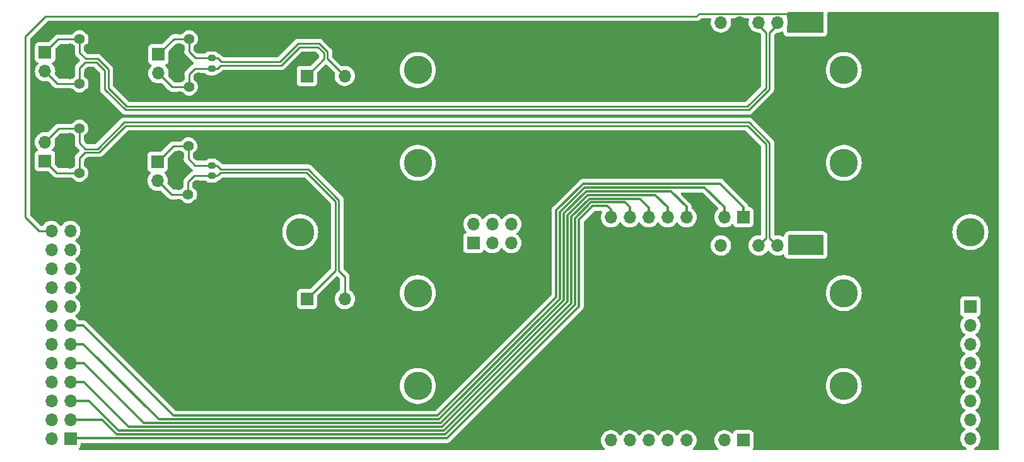
<source format=gbr>
%TF.GenerationSoftware,KiCad,Pcbnew,7.0.9*%
%TF.CreationDate,2024-07-19T10:23:14+02:00*%
%TF.ProjectId,signal_sniffer,7369676e-616c-45f7-936e-69666665722e,rev?*%
%TF.SameCoordinates,Original*%
%TF.FileFunction,Copper,L1,Top*%
%TF.FilePolarity,Positive*%
%FSLAX46Y46*%
G04 Gerber Fmt 4.6, Leading zero omitted, Abs format (unit mm)*
G04 Created by KiCad (PCBNEW 7.0.9) date 2024-07-19 10:23:14*
%MOMM*%
%LPD*%
G01*
G04 APERTURE LIST*
G04 Aperture macros list*
%AMRoundRect*
0 Rectangle with rounded corners*
0 $1 Rounding radius*
0 $2 $3 $4 $5 $6 $7 $8 $9 X,Y pos of 4 corners*
0 Add a 4 corners polygon primitive as box body*
4,1,4,$2,$3,$4,$5,$6,$7,$8,$9,$2,$3,0*
0 Add four circle primitives for the rounded corners*
1,1,$1+$1,$2,$3*
1,1,$1+$1,$4,$5*
1,1,$1+$1,$6,$7*
1,1,$1+$1,$8,$9*
0 Add four rect primitives between the rounded corners*
20,1,$1+$1,$2,$3,$4,$5,0*
20,1,$1+$1,$4,$5,$6,$7,0*
20,1,$1+$1,$6,$7,$8,$9,0*
20,1,$1+$1,$8,$9,$2,$3,0*%
G04 Aperture macros list end*
%TA.AperFunction,ComponentPad*%
%ADD10C,3.800000*%
%TD*%
%TA.AperFunction,SMDPad,CuDef*%
%ADD11RoundRect,0.200000X0.275000X-0.200000X0.275000X0.200000X-0.275000X0.200000X-0.275000X-0.200000X0*%
%TD*%
%TA.AperFunction,ComponentPad*%
%ADD12C,1.397000*%
%TD*%
%TA.AperFunction,ComponentPad*%
%ADD13R,1.700000X1.700000*%
%TD*%
%TA.AperFunction,ComponentPad*%
%ADD14O,1.700000X1.700000*%
%TD*%
%TA.AperFunction,ComponentPad*%
%ADD15C,3.000000*%
%TD*%
%TA.AperFunction,ViaPad*%
%ADD16C,1.300000*%
%TD*%
%TA.AperFunction,Conductor*%
%ADD17C,0.254000*%
%TD*%
%TA.AperFunction,Conductor*%
%ADD18C,0.300000*%
%TD*%
G04 APERTURE END LIST*
D10*
%TO.P,H8,1*%
%TO.N,N/C*%
X193300000Y-80000000D03*
%TD*%
%TO.P,H1,1*%
%TO.N,N/C*%
X136100000Y-62500000D03*
%TD*%
%TO.P,H6,1*%
%TO.N,N/C*%
X136100000Y-50000000D03*
%TD*%
D11*
%TO.P,R4,1*%
%TO.N,GND*%
X108450000Y-65896486D03*
%TO.P,R4,2*%
%TO.N,/TO_INT_2_P*%
X108450000Y-64246486D03*
%TD*%
D12*
%TO.P,J19,1,Pin_1*%
%TO.N,/TO_INT_2_P*%
X105250000Y-66746486D03*
%TO.P,J19,2,Pin_2*%
%TO.N,GND*%
X103980000Y-65476486D03*
%TO.P,J19,3,Pin_3*%
X103980000Y-68016486D03*
%TO.P,J19,4,Pin_4*%
X106520000Y-68016486D03*
%TO.P,J19,5,Pin_5*%
X106520000Y-65476486D03*
%TD*%
%TO.P,J9,1,Pin_1*%
%TO.N,/CFD_OUT_1_N*%
X90680000Y-51840000D03*
%TO.P,J9,2,Pin_2*%
%TO.N,GND*%
X89410000Y-50570000D03*
%TO.P,J9,3,Pin_3*%
X89410000Y-53110000D03*
%TO.P,J9,4,Pin_4*%
X91950000Y-53110000D03*
%TO.P,J9,5,Pin_5*%
X91950000Y-50570000D03*
%TD*%
%TO.P,J14,1,Pin_1*%
%TO.N,/CFD_OUT_2_P*%
X90670000Y-63840000D03*
%TO.P,J14,2,Pin_2*%
%TO.N,GND*%
X89400000Y-62570000D03*
%TO.P,J14,3,Pin_3*%
X89400000Y-65110000D03*
%TO.P,J14,4,Pin_4*%
X91940000Y-65110000D03*
%TO.P,J14,5,Pin_5*%
X91940000Y-62570000D03*
%TD*%
D10*
%TO.P,H4,1*%
%TO.N,N/C*%
X193300000Y-92500000D03*
%TD*%
%TO.P,H9,1*%
%TO.N,N/C*%
X210300000Y-71800000D03*
%TD*%
D13*
%TO.P,J8,1,Pin_1*%
%TO.N,/CFD_OUT_1_P*%
X86050000Y-47630000D03*
D14*
%TO.P,J8,2,Pin_2*%
%TO.N,/CFD_OUT_1_N*%
X86050000Y-50170000D03*
%TD*%
D13*
%TO.P,J15,1,Pin_1*%
%TO.N,/CFD_OUT_2_P*%
X86040000Y-62245000D03*
D14*
%TO.P,J15,2,Pin_2*%
%TO.N,/CFD_OUT_2_N*%
X86040000Y-59705000D03*
%TD*%
D10*
%TO.P,H3,1*%
%TO.N,N/C*%
X136100000Y-80000000D03*
%TD*%
D11*
%TO.P,R2,1*%
%TO.N,GND*%
X108420000Y-51450000D03*
%TO.P,R2,2*%
%TO.N,/TO_INT_1_P*%
X108420000Y-49800000D03*
%TD*%
D10*
%TO.P,H2,1*%
%TO.N,N/C*%
X136100000Y-92500000D03*
%TD*%
%TO.P,H7,1*%
%TO.N,N/C*%
X193300000Y-50000000D03*
%TD*%
D13*
%TO.P,J5,1,Pin_1*%
%TO.N,/TO_INT_1_N*%
X101280000Y-47900000D03*
D14*
%TO.P,J5,2,Pin_2*%
%TO.N,/TO_INT_1_P*%
X101280000Y-50440000D03*
%TD*%
D12*
%TO.P,J7,1,Pin_1*%
%TO.N,/CFD_OUT_1_P*%
X90680000Y-45870000D03*
%TO.P,J7,2,Pin_2*%
%TO.N,GND*%
X89410000Y-44600000D03*
%TO.P,J7,3,Pin_3*%
X89410000Y-47140000D03*
%TO.P,J7,4,Pin_4*%
X91950000Y-47140000D03*
%TO.P,J7,5,Pin_5*%
X91950000Y-44600000D03*
%TD*%
D13*
%TO.P,J11,1,Pin_1*%
%TO.N,/1*%
X89440000Y-99580000D03*
D14*
%TO.P,J11,2,Pin_2*%
%TO.N,/2*%
X86900000Y-99580000D03*
%TO.P,J11,3,Pin_3*%
%TO.N,/3*%
X89440000Y-97040000D03*
%TO.P,J11,4,Pin_4*%
%TO.N,/4*%
X86900000Y-97040000D03*
%TO.P,J11,5,Pin_5*%
%TO.N,/5*%
X89440000Y-94500000D03*
%TO.P,J11,6,Pin_6*%
%TO.N,/6*%
X86900000Y-94500000D03*
%TO.P,J11,7,Pin_7*%
%TO.N,/7*%
X89440000Y-91960000D03*
%TO.P,J11,8,Pin_8*%
%TO.N,/8*%
X86900000Y-91960000D03*
%TO.P,J11,9,Pin_9*%
%TO.N,/9*%
X89440000Y-89420000D03*
%TO.P,J11,10,Pin_10*%
%TO.N,/10*%
X86900000Y-89420000D03*
%TO.P,J11,11,Pin_11*%
%TO.N,/11*%
X89440000Y-86880000D03*
%TO.P,J11,12,Pin_12*%
%TO.N,/12*%
X86900000Y-86880000D03*
%TO.P,J11,13,Pin_13*%
%TO.N,/13*%
X89440000Y-84340000D03*
%TO.P,J11,14,Pin_14*%
%TO.N,/14*%
X86900000Y-84340000D03*
%TO.P,J11,15,Pin_15*%
%TO.N,/15*%
X89440000Y-81800000D03*
%TO.P,J11,16,Pin_16*%
%TO.N,/16*%
X86900000Y-81800000D03*
%TO.P,J11,17,Pin_17*%
%TO.N,/17*%
X89440000Y-79260000D03*
%TO.P,J11,18,Pin_18*%
%TO.N,/18*%
X86900000Y-79260000D03*
%TO.P,J11,19,Pin_19*%
%TO.N,/19*%
X89440000Y-76720000D03*
%TO.P,J11,20,Pin_20*%
%TO.N,/20*%
X86900000Y-76720000D03*
%TO.P,J11,21,Pin_21*%
%TO.N,/21*%
X89440000Y-74180000D03*
%TO.P,J11,22,Pin_22*%
%TO.N,/22*%
X86900000Y-74180000D03*
%TO.P,J11,23,Pin_23*%
%TO.N,/23*%
X89440000Y-71640000D03*
%TO.P,J11,24,Pin_24*%
%TO.N,/24*%
X86900000Y-71640000D03*
%TO.P,J11,25,Pin_25*%
%TO.N,GND*%
X89440000Y-69100000D03*
%TO.P,J11,26,Pin_26*%
X86900000Y-69100000D03*
%TD*%
D13*
%TO.P,J18,1,Pin_1*%
%TO.N,/TO_INT_2_N*%
X101150000Y-62346486D03*
D14*
%TO.P,J18,2,Pin_2*%
%TO.N,/TO_INT_2_P*%
X101150000Y-64886486D03*
%TD*%
D12*
%TO.P,J16,1,Pin_1*%
%TO.N,/CFD_OUT_2_N*%
X90670000Y-57870000D03*
%TO.P,J16,2,Pin_2*%
%TO.N,GND*%
X89400000Y-56600000D03*
%TO.P,J16,3,Pin_3*%
X89400000Y-59140000D03*
%TO.P,J16,4,Pin_4*%
X91940000Y-59140000D03*
%TO.P,J16,5,Pin_5*%
X91940000Y-56600000D03*
%TD*%
%TO.P,J6,1,Pin_1*%
%TO.N,/TO_INT_1_P*%
X105380000Y-52270000D03*
%TO.P,J6,2,Pin_2*%
%TO.N,GND*%
X106650000Y-51000000D03*
%TO.P,J6,3,Pin_3*%
X104110000Y-51000000D03*
%TO.P,J6,4,Pin_4*%
X104110000Y-53540000D03*
%TO.P,J6,5,Pin_5*%
X106650000Y-53540000D03*
%TD*%
D15*
%TO.P,J10,1,Pin_1*%
%TO.N,GND*%
X103700000Y-77100000D03*
%TD*%
%TO.P,J20,1,Pin_1*%
%TO.N,GND*%
X111500000Y-77100000D03*
%TD*%
D11*
%TO.P,R3,1*%
%TO.N,/TO_INT_2_N*%
X108450000Y-62846486D03*
%TO.P,R3,2*%
%TO.N,GND*%
X108450000Y-61196486D03*
%TD*%
D13*
%TO.P,J13,1,Pin_1*%
%TO.N,/19*%
X143560000Y-73275000D03*
D14*
%TO.P,J13,2,Pin_2*%
%TO.N,/20*%
X143560000Y-70735000D03*
%TO.P,J13,3,Pin_3*%
%TO.N,/17*%
X146100000Y-73275000D03*
%TO.P,J13,4,Pin_4*%
%TO.N,/18*%
X146100000Y-70735000D03*
%TO.P,J13,5,Pin_5*%
%TO.N,/15*%
X148640000Y-73275000D03*
%TO.P,J13,6,Pin_6*%
%TO.N,/16*%
X148640000Y-70735000D03*
%TD*%
D10*
%TO.P,H10,1*%
%TO.N,N/C*%
X120300000Y-71800000D03*
%TD*%
D11*
%TO.P,R1,1*%
%TO.N,/TO_INT_1_N*%
X108420000Y-48400000D03*
%TO.P,R1,2*%
%TO.N,GND*%
X108420000Y-46750000D03*
%TD*%
D12*
%TO.P,J4,1,Pin_1*%
%TO.N,/TO_INT_1_N*%
X105380000Y-45830000D03*
%TO.P,J4,2,Pin_2*%
%TO.N,GND*%
X106650000Y-44560000D03*
%TO.P,J4,3,Pin_3*%
X104110000Y-44560000D03*
%TO.P,J4,4,Pin_4*%
X104110000Y-47100000D03*
%TO.P,J4,5,Pin_5*%
X106650000Y-47100000D03*
%TD*%
D10*
%TO.P,H5,1*%
%TO.N,N/C*%
X193300000Y-62500000D03*
%TD*%
D12*
%TO.P,J17,1,Pin_1*%
%TO.N,/TO_INT_2_N*%
X105280000Y-60246486D03*
%TO.P,J17,2,Pin_2*%
%TO.N,GND*%
X104010000Y-58976486D03*
%TO.P,J17,3,Pin_3*%
X104010000Y-61516486D03*
%TO.P,J17,4,Pin_4*%
X106550000Y-61516486D03*
%TO.P,J17,5,Pin_5*%
X106550000Y-58976486D03*
%TD*%
D13*
%TO.P,J2,1,Pin_1*%
%TO.N,GND*%
X192040000Y-43600000D03*
D14*
%TO.P,J2,2,Pin_2*%
%TO.N,/24*%
X189500000Y-43600000D03*
%TO.P,J2,3,Pin_3*%
X186960000Y-43600000D03*
%TO.P,J2,4,Pin_4*%
%TO.N,/CFD_OUT_1_N*%
X184420000Y-43600000D03*
%TO.P,J2,5,Pin_5*%
%TO.N,/CFD_OUT_1_P*%
X181880000Y-43600000D03*
%TO.P,J2,6,Pin_6*%
%TO.N,GND*%
X179340000Y-43600000D03*
%TO.P,J2,7,Pin_7*%
%TO.N,/22*%
X176800000Y-43600000D03*
%TD*%
D13*
%TO.P,J12,1,Pin_1*%
%TO.N,unconnected-(J12-Pin_1-Pad1)*%
X210300000Y-81800000D03*
D14*
%TO.P,J12,2,Pin_2*%
%TO.N,unconnected-(J12-Pin_2-Pad2)*%
X210300000Y-84340000D03*
%TO.P,J12,3,Pin_3*%
%TO.N,unconnected-(J12-Pin_3-Pad3)*%
X210300000Y-86880000D03*
%TO.P,J12,4,Pin_4*%
%TO.N,unconnected-(J12-Pin_4-Pad4)*%
X210300000Y-89420000D03*
%TO.P,J12,5,Pin_5*%
%TO.N,unconnected-(J12-Pin_5-Pad5)*%
X210300000Y-91960000D03*
%TO.P,J12,6,Pin_6*%
%TO.N,unconnected-(J12-Pin_6-Pad6)*%
X210300000Y-94500000D03*
%TO.P,J12,7,Pin_7*%
%TO.N,unconnected-(J12-Pin_7-Pad7)*%
X210300000Y-97040000D03*
%TO.P,J12,8,Pin_8*%
%TO.N,unconnected-(J12-Pin_8-Pad8)*%
X210300000Y-99580000D03*
%TD*%
D13*
%TO.P,J3,1,Pin_1*%
%TO.N,/TO_INT_1_P*%
X121200000Y-50800000D03*
D14*
%TO.P,J3,2,Pin_2*%
%TO.N,GND*%
X123740000Y-50800000D03*
%TO.P,J3,3,Pin_3*%
%TO.N,/TO_INT_1_N*%
X126280000Y-50800000D03*
%TD*%
D13*
%TO.P,J23,1,Pin_1*%
%TO.N,GND*%
X192040000Y-73600000D03*
D14*
%TO.P,J23,2,Pin_2*%
%TO.N,/23*%
X189500000Y-73600000D03*
%TO.P,J23,3,Pin_3*%
X186960000Y-73600000D03*
%TO.P,J23,4,Pin_4*%
%TO.N,/CFD_OUT_2_N*%
X184420000Y-73600000D03*
%TO.P,J23,5,Pin_5*%
%TO.N,/CFD_OUT_2_P*%
X181880000Y-73600000D03*
%TO.P,J23,6,Pin_6*%
%TO.N,GND*%
X179340000Y-73600000D03*
%TO.P,J23,7,Pin_7*%
%TO.N,/21*%
X176800000Y-73600000D03*
%TD*%
D13*
%TO.P,J1,1,Pin_1*%
%TO.N,/13*%
X179800000Y-69800000D03*
D14*
%TO.P,J1,2,Pin_2*%
%TO.N,/11*%
X177260000Y-69800000D03*
%TO.P,J1,3,Pin_3*%
%TO.N,GND*%
X174720000Y-69800000D03*
%TO.P,J1,4,Pin_4*%
%TO.N,/9*%
X172180000Y-69800000D03*
%TO.P,J1,5,Pin_5*%
%TO.N,/7*%
X169640000Y-69800000D03*
%TO.P,J1,6,Pin_6*%
%TO.N,/5*%
X167100000Y-69800000D03*
%TO.P,J1,7,Pin_7*%
%TO.N,/3*%
X164560000Y-69800000D03*
%TO.P,J1,8,Pin_8*%
%TO.N,/1*%
X162020000Y-69800000D03*
%TD*%
D13*
%TO.P,J21,1,Pin_1*%
%TO.N,/TO_INT_2_P*%
X121220000Y-80800000D03*
D14*
%TO.P,J21,2,Pin_2*%
%TO.N,GND*%
X123760000Y-80800000D03*
%TO.P,J21,3,Pin_3*%
%TO.N,/TO_INT_2_N*%
X126300000Y-80800000D03*
%TD*%
D13*
%TO.P,J22,1,Pin_1*%
%TO.N,/14*%
X179800000Y-99800000D03*
D14*
%TO.P,J22,2,Pin_2*%
%TO.N,/12*%
X177260000Y-99800000D03*
%TO.P,J22,3,Pin_3*%
%TO.N,GND*%
X174720000Y-99800000D03*
%TO.P,J22,4,Pin_4*%
%TO.N,/10*%
X172180000Y-99800000D03*
%TO.P,J22,5,Pin_5*%
%TO.N,/8*%
X169640000Y-99800000D03*
%TO.P,J22,6,Pin_6*%
%TO.N,/6*%
X167100000Y-99800000D03*
%TO.P,J22,7,Pin_7*%
%TO.N,/4*%
X164560000Y-99800000D03*
%TO.P,J22,8,Pin_8*%
%TO.N,/2*%
X162020000Y-99800000D03*
%TD*%
D16*
%TO.N,GND*%
X205000000Y-70000000D03*
X167640000Y-60960000D03*
X150000000Y-81800000D03*
X157480000Y-45720000D03*
X152400000Y-50800000D03*
X177800000Y-86360000D03*
X143800000Y-87400000D03*
X187960000Y-55880000D03*
X200000000Y-60000000D03*
X172720000Y-81280000D03*
X167640000Y-45720000D03*
X121920000Y-91440000D03*
X162560000Y-50800000D03*
X111760000Y-91440000D03*
X182880000Y-91440000D03*
X162560000Y-81280000D03*
X137160000Y-45720000D03*
X167640000Y-86360000D03*
X210400000Y-45500000D03*
X182880000Y-81280000D03*
X157480000Y-60960000D03*
X147320000Y-60960000D03*
X167640000Y-76200000D03*
X200000000Y-80000000D03*
X205000000Y-90000000D03*
X121920000Y-60960000D03*
X157480000Y-91440000D03*
X147320000Y-45720000D03*
%TD*%
D17*
%TO.N,GND*%
X86580000Y-69100000D02*
X86900000Y-69420000D01*
X108420000Y-51500000D02*
X108420000Y-51300000D01*
%TO.N,/CFD_OUT_1_P*%
X97000000Y-54900000D02*
X180357948Y-54900000D01*
X93121024Y-48500000D02*
X94527000Y-49905976D01*
X94527000Y-49905976D02*
X94527000Y-52427000D01*
X90680000Y-47680000D02*
X91500000Y-48500000D01*
X182846000Y-44946000D02*
X181840000Y-43940000D01*
X181840000Y-43940000D02*
X181840000Y-43600000D01*
X91500000Y-48500000D02*
X93121024Y-48500000D01*
X90680000Y-45870000D02*
X90680000Y-47680000D01*
X182846000Y-52411948D02*
X182846000Y-44946000D01*
X87810000Y-45870000D02*
X86050000Y-47630000D01*
X90680000Y-45870000D02*
X87810000Y-45870000D01*
X94527000Y-52427000D02*
X97000000Y-54900000D01*
X180357948Y-54900000D02*
X182846000Y-52411948D01*
%TO.N,/CFD_OUT_1_N*%
X92932972Y-48954000D02*
X94073000Y-50094028D01*
X90680000Y-49720000D02*
X91446000Y-48954000D01*
X96811948Y-55354000D02*
X180546000Y-55354000D01*
X183300000Y-52600000D02*
X183300000Y-45000000D01*
X90680000Y-51840000D02*
X90680000Y-49720000D01*
X180546000Y-55354000D02*
X183300000Y-52600000D01*
X94073000Y-50094028D02*
X94073000Y-52615052D01*
X94073000Y-52615052D02*
X96811948Y-55354000D01*
X90680000Y-51840000D02*
X87720000Y-51840000D01*
X91446000Y-48954000D02*
X92932972Y-48954000D01*
X184380000Y-43920000D02*
X184380000Y-43600000D01*
X87720000Y-51840000D02*
X86050000Y-50170000D01*
X183300000Y-45000000D02*
X184380000Y-43920000D01*
%TO.N,/TO_INT_1_N*%
X123967000Y-48487000D02*
X123967000Y-47545972D01*
X126280000Y-51020000D02*
X126280000Y-50800000D01*
X122867028Y-46446000D02*
X120011948Y-46446000D01*
D18*
X126280000Y-50800000D02*
X126280000Y-51320000D01*
D17*
X117557948Y-48900000D02*
X109680000Y-48900000D01*
X106280000Y-48400000D02*
X108420000Y-48400000D01*
X123967000Y-47545972D02*
X122867028Y-46446000D01*
X120011948Y-46446000D02*
X117557948Y-48900000D01*
X126280000Y-50800000D02*
X123967000Y-48487000D01*
X109680000Y-48900000D02*
X109180000Y-48400000D01*
X105380000Y-47500000D02*
X106280000Y-48400000D01*
X105380000Y-45830000D02*
X103350000Y-45830000D01*
X109180000Y-48400000D02*
X108420000Y-48400000D01*
X103350000Y-45830000D02*
X101280000Y-47900000D01*
X109680000Y-48900000D02*
X109540000Y-48760000D01*
X105380000Y-45830000D02*
X105380000Y-47500000D01*
%TO.N,/TO_INT_1_P*%
X123513000Y-48487000D02*
X123513000Y-47734024D01*
X123513000Y-47734024D02*
X122678976Y-46900000D01*
X105380000Y-52270000D02*
X103110000Y-52270000D01*
X109636000Y-49354000D02*
X109190000Y-49800000D01*
X120200000Y-46900000D02*
X117746000Y-49354000D01*
X105380000Y-50600000D02*
X105380000Y-52270000D01*
X103110000Y-52270000D02*
X101280000Y-50440000D01*
X106180000Y-49800000D02*
X105380000Y-50600000D01*
D18*
X121200000Y-50800000D02*
X121629172Y-51229172D01*
D17*
X109190000Y-49800000D02*
X108420000Y-49800000D01*
X117746000Y-49354000D02*
X109636000Y-49354000D01*
X122678976Y-46900000D02*
X120200000Y-46900000D01*
X108420000Y-49800000D02*
X106180000Y-49800000D01*
X121200000Y-50800000D02*
X123513000Y-48487000D01*
%TO.N,/CFD_OUT_2_P*%
X90670000Y-63840000D02*
X87635000Y-63840000D01*
X87635000Y-63840000D02*
X86040000Y-62245000D01*
X90670000Y-61800000D02*
X90670000Y-63840000D01*
X182851001Y-59974853D02*
X180376148Y-57500000D01*
X181880000Y-73600000D02*
X182851001Y-72628999D01*
X96862052Y-57500000D02*
X93292052Y-61070000D01*
X93292052Y-61070000D02*
X91400000Y-61070000D01*
X182851001Y-72628999D02*
X182851001Y-59974853D01*
X180376148Y-57500000D02*
X96862052Y-57500000D01*
X91400000Y-61070000D02*
X90670000Y-61800000D01*
%TO.N,/CFD_OUT_2_N*%
X183305001Y-59786801D02*
X180564200Y-57046000D01*
X90670000Y-57870000D02*
X87875000Y-57870000D01*
X90670000Y-59840000D02*
X90670000Y-57870000D01*
X96673999Y-57046000D02*
X93103999Y-60616000D01*
X183305001Y-72605001D02*
X183305001Y-59786801D01*
X93103999Y-60616000D02*
X91446000Y-60616000D01*
X91446000Y-60616000D02*
X90670000Y-59840000D01*
X184300000Y-73600000D02*
X183305001Y-72605001D01*
X180564200Y-57046000D02*
X96673999Y-57046000D01*
X87875000Y-57870000D02*
X86040000Y-59705000D01*
X90770000Y-57970000D02*
X90670000Y-57870000D01*
X184420000Y-73600000D02*
X184300000Y-73600000D01*
%TO.N,/TO_INT_2_N*%
X126300000Y-80800000D02*
X126300000Y-77800000D01*
X105280000Y-60246486D02*
X105280000Y-61955000D01*
X126300000Y-77800000D02*
X125500000Y-77000000D01*
X109626000Y-63346000D02*
X109126486Y-62846486D01*
X105280000Y-60246486D02*
X103250000Y-60246486D01*
X105280000Y-61955000D02*
X106171486Y-62846486D01*
X125500000Y-77000000D02*
X125500000Y-67478972D01*
X125500000Y-67478972D02*
X121367028Y-63346000D01*
X103250000Y-60246486D02*
X101150000Y-62346486D01*
X121367028Y-63346000D02*
X109626000Y-63346000D01*
X125700000Y-80800000D02*
X126300000Y-80800000D01*
X106171486Y-62846486D02*
X108450000Y-62846486D01*
X109626000Y-63346000D02*
X109440000Y-63160000D01*
X109126486Y-62846486D02*
X108450000Y-62846486D01*
%TO.N,/TO_INT_2_P*%
X109162501Y-64246486D02*
X108450000Y-64246486D01*
X125046000Y-76974000D02*
X125046000Y-67667024D01*
X109608986Y-63800000D02*
X109404493Y-64004493D01*
X108450000Y-64246486D02*
X106050000Y-64246486D01*
X121220000Y-80800000D02*
X125046000Y-76974000D01*
X106050000Y-64246486D02*
X105250000Y-65046486D01*
X109608987Y-63800000D02*
X109162501Y-64246486D01*
X121178976Y-63800000D02*
X109608986Y-63800000D01*
X125046000Y-67667024D02*
X121178976Y-63800000D01*
X105250000Y-66746486D02*
X103010000Y-66746486D01*
X103010000Y-66746486D02*
X101150000Y-64886486D01*
X105250000Y-65046486D02*
X105250000Y-66746486D01*
D18*
%TO.N,/11*%
X158507105Y-65800000D02*
X155200000Y-69107106D01*
X138964471Y-97000000D02*
X101300000Y-97000000D01*
X174600000Y-65800000D02*
X158507105Y-65800000D01*
X155200000Y-69107106D02*
X155200000Y-80764470D01*
X177260000Y-69800000D02*
X177260000Y-69840000D01*
X177260000Y-69800000D02*
X177130000Y-69800000D01*
X155200000Y-80764470D02*
X138964471Y-97000000D01*
X177260000Y-68460000D02*
X174600000Y-65800000D01*
X91180000Y-86880000D02*
X89440000Y-86880000D01*
X89440000Y-87200000D02*
X89740000Y-86900000D01*
X177260000Y-69800000D02*
X177260000Y-68460000D01*
X101300000Y-97000000D02*
X91180000Y-86880000D01*
%TO.N,/3*%
X163900000Y-67800000D02*
X159335530Y-67800000D01*
X164560000Y-69800000D02*
X164560000Y-68460000D01*
X159335530Y-67800000D02*
X157200000Y-69935530D01*
X95700000Y-99000000D02*
X93740000Y-97040000D01*
X157200000Y-69935530D02*
X157200000Y-81592894D01*
X164560000Y-68460000D02*
X163900000Y-67800000D01*
X139792895Y-99000000D02*
X95700000Y-99000000D01*
X93740000Y-97040000D02*
X89440000Y-97040000D01*
X157200000Y-81592894D02*
X139792895Y-99000000D01*
X89400000Y-97000000D02*
X89140000Y-97260000D01*
%TO.N,/9*%
X155700000Y-69314212D02*
X158714212Y-66300000D01*
X89440000Y-89420000D02*
X91220000Y-89420000D01*
X99300000Y-97500000D02*
X139171577Y-97500000D01*
X91220000Y-89420000D02*
X99300000Y-97500000D01*
X155700000Y-80971576D02*
X155700000Y-69314212D01*
X89780000Y-89400000D02*
X89440000Y-89740000D01*
X172180000Y-68380000D02*
X172180000Y-69800000D01*
X139171577Y-97500000D02*
X155700000Y-80971576D01*
X170100000Y-66300000D02*
X172180000Y-68380000D01*
X158714212Y-66300000D02*
X170100000Y-66300000D01*
%TO.N,/5*%
X159128424Y-67300000D02*
X156700000Y-69728424D01*
X156700000Y-81385788D02*
X139585789Y-98500000D01*
X95907106Y-98500000D02*
X91907106Y-94500000D01*
X91907106Y-94500000D02*
X89440000Y-94500000D01*
X167100000Y-69800000D02*
X167100000Y-68500000D01*
X167100000Y-68500000D02*
X165900000Y-67300000D01*
X139585789Y-98500000D02*
X95907106Y-98500000D01*
X89360000Y-94500000D02*
X89140000Y-94720000D01*
X156700000Y-69728424D02*
X156700000Y-81385788D01*
X165900000Y-67300000D02*
X159128424Y-67300000D01*
%TO.N,/13*%
X89900000Y-84200000D02*
X89440000Y-84660000D01*
X138757364Y-96500000D02*
X103300000Y-96500000D01*
X158299999Y-65300000D02*
X154700000Y-68900000D01*
X154700000Y-68900000D02*
X154700000Y-80557364D01*
X103300000Y-96500000D02*
X91140000Y-84340000D01*
X179800000Y-68400000D02*
X176700000Y-65300000D01*
X154700000Y-80557364D02*
X138757364Y-96500000D01*
X91140000Y-84340000D02*
X89440000Y-84340000D01*
X176700000Y-65300000D02*
X158299999Y-65300000D01*
X179800000Y-69800000D02*
X179800000Y-68400000D01*
%TO.N,/15*%
X89860000Y-81700000D02*
X89440000Y-82120000D01*
%TO.N,/7*%
X156200000Y-69521318D02*
X156200000Y-81178682D01*
X158921318Y-66800000D02*
X156200000Y-69521318D01*
X169640000Y-69800000D02*
X169640000Y-68440000D01*
X139378683Y-98000000D02*
X97300000Y-98000000D01*
X156200000Y-81178682D02*
X139378683Y-98000000D01*
X169640000Y-68440000D02*
X168000000Y-66800000D01*
X97300000Y-98000000D02*
X91260000Y-91960000D01*
X91260000Y-91960000D02*
X89440000Y-91960000D01*
X89720000Y-92000000D02*
X89440000Y-92280000D01*
X168000000Y-66800000D02*
X158921318Y-66800000D01*
D17*
%TO.N,/24*%
X185743000Y-42423000D02*
X173852000Y-42423000D01*
X173852000Y-42423000D02*
X173500000Y-42775000D01*
X186920000Y-43600000D02*
X185743000Y-42423000D01*
X173500000Y-42775000D02*
X86125000Y-42775000D01*
X83400000Y-45500000D02*
X83400000Y-69800000D01*
X83400000Y-69800000D02*
X85240000Y-71640000D01*
X85240000Y-71640000D02*
X86900000Y-71640000D01*
X86125000Y-42775000D02*
X83400000Y-45500000D01*
D18*
%TO.N,/1*%
X140000000Y-99500000D02*
X89520000Y-99500000D01*
X159542636Y-68300000D02*
X157700000Y-70142636D01*
X89520000Y-99500000D02*
X89440000Y-99580000D01*
X157700000Y-81800000D02*
X140000000Y-99500000D01*
X162020000Y-68820000D02*
X161500000Y-68300000D01*
X157700000Y-70142636D02*
X157700000Y-81800000D01*
X162020000Y-69800000D02*
X162020000Y-68820000D01*
X161500000Y-68300000D02*
X159542636Y-68300000D01*
%TD*%
%TA.AperFunction,Conductor*%
%TO.N,GND*%
G36*
X104248441Y-60901948D02*
G01*
X104295994Y-60945522D01*
X104330286Y-60994496D01*
X104351852Y-61025295D01*
X104501191Y-61174634D01*
X104580964Y-61230492D01*
X104630540Y-61289573D01*
X104644500Y-61352544D01*
X104644500Y-61868391D01*
X104642629Y-61885334D01*
X104643174Y-61885386D01*
X104642291Y-61894722D01*
X104644500Y-61964984D01*
X104644500Y-61994992D01*
X104645314Y-62001436D01*
X104645864Y-62008429D01*
X104647334Y-62055199D01*
X104647334Y-62055200D01*
X104647334Y-62055203D01*
X104647335Y-62055205D01*
X104652509Y-62073017D01*
X104657248Y-62095898D01*
X104659573Y-62114299D01*
X104676798Y-62157806D01*
X104679073Y-62164449D01*
X104692129Y-62209389D01*
X104692131Y-62209393D01*
X104701570Y-62225353D01*
X104711854Y-62246347D01*
X104718681Y-62263588D01*
X104746191Y-62301453D01*
X104750041Y-62307314D01*
X104773862Y-62347592D01*
X104773868Y-62347600D01*
X104786972Y-62360704D01*
X104802154Y-62378480D01*
X104813055Y-62393483D01*
X104813061Y-62393490D01*
X104849120Y-62423320D01*
X104854314Y-62428046D01*
X105660878Y-63234611D01*
X105671538Y-63247915D01*
X105671959Y-63247568D01*
X105677930Y-63254786D01*
X105677932Y-63254788D01*
X105677933Y-63254789D01*
X105729179Y-63302912D01*
X105750392Y-63324125D01*
X105755541Y-63328119D01*
X105760852Y-63332655D01*
X105794980Y-63364703D01*
X105811231Y-63373637D01*
X105830763Y-63386467D01*
X105833246Y-63388393D01*
X105845371Y-63397798D01*
X105892001Y-63459234D01*
X105901667Y-63535754D01*
X105871778Y-63606855D01*
X105810342Y-63653485D01*
X105795627Y-63658610D01*
X105795614Y-63658613D01*
X105795604Y-63658618D01*
X105779639Y-63668059D01*
X105758654Y-63678340D01*
X105741410Y-63685167D01*
X105703546Y-63712676D01*
X105697681Y-63716528D01*
X105657402Y-63740351D01*
X105657400Y-63740352D01*
X105644292Y-63753461D01*
X105626522Y-63768638D01*
X105611516Y-63779541D01*
X105611509Y-63779547D01*
X105581677Y-63815607D01*
X105576952Y-63820800D01*
X104861872Y-64535879D01*
X104848571Y-64546538D01*
X104848919Y-64546958D01*
X104841696Y-64552933D01*
X104793573Y-64604179D01*
X104772360Y-64625392D01*
X104768377Y-64630527D01*
X104763820Y-64635863D01*
X104731785Y-64669976D01*
X104731780Y-64669984D01*
X104722846Y-64686233D01*
X104710020Y-64705759D01*
X104698650Y-64720418D01*
X104698648Y-64720422D01*
X104680062Y-64763372D01*
X104676974Y-64769676D01*
X104654429Y-64810685D01*
X104649817Y-64828649D01*
X104642247Y-64850758D01*
X104634883Y-64867775D01*
X104634882Y-64867781D01*
X104627562Y-64913996D01*
X104626139Y-64920870D01*
X104614500Y-64966203D01*
X104614500Y-64984741D01*
X104612666Y-65008047D01*
X104609765Y-65026364D01*
X104614169Y-65072958D01*
X104614500Y-65079973D01*
X104614500Y-65640427D01*
X104594538Y-65714927D01*
X104550964Y-65762480D01*
X104471190Y-65818338D01*
X104321850Y-65967678D01*
X104265996Y-66047448D01*
X104206913Y-66097026D01*
X104143942Y-66110986D01*
X103334951Y-66110986D01*
X103260451Y-66091024D01*
X103229592Y-66067345D01*
X102509678Y-65347431D01*
X102471114Y-65280636D01*
X102470597Y-65205497D01*
X102494564Y-65110854D01*
X102513156Y-64886486D01*
X102494564Y-64662118D01*
X102439296Y-64443870D01*
X102439294Y-64443867D01*
X102439294Y-64443864D01*
X102348861Y-64237696D01*
X102292869Y-64151994D01*
X102225722Y-64049218D01*
X102105696Y-63918836D01*
X102069924Y-63850505D01*
X102073111Y-63773443D01*
X102114403Y-63708299D01*
X102163242Y-63678318D01*
X102246204Y-63647375D01*
X102363261Y-63559747D01*
X102450889Y-63442690D01*
X102501989Y-63305687D01*
X102508500Y-63245124D01*
X102508500Y-61948436D01*
X102528462Y-61873936D01*
X102552141Y-61843077D01*
X103469591Y-60925627D01*
X103536386Y-60887063D01*
X103574950Y-60881986D01*
X104173941Y-60881986D01*
X104248441Y-60901948D01*
G37*
%TD.AperFunction*%
%TA.AperFunction,Conductor*%
G36*
X89638441Y-58525462D02*
G01*
X89685995Y-58569036D01*
X89741852Y-58648809D01*
X89891191Y-58798148D01*
X89970964Y-58854006D01*
X90020540Y-58913087D01*
X90034500Y-58976058D01*
X90034500Y-59753391D01*
X90032629Y-59770334D01*
X90033174Y-59770386D01*
X90032291Y-59779722D01*
X90034500Y-59849984D01*
X90034500Y-59879992D01*
X90035314Y-59886436D01*
X90035864Y-59893429D01*
X90037334Y-59940199D01*
X90037334Y-59940200D01*
X90037334Y-59940203D01*
X90037335Y-59940205D01*
X90042509Y-59958017D01*
X90047248Y-59980898D01*
X90049573Y-59999299D01*
X90066798Y-60042806D01*
X90069073Y-60049449D01*
X90082129Y-60094389D01*
X90082131Y-60094393D01*
X90091570Y-60110353D01*
X90101854Y-60131347D01*
X90108681Y-60148588D01*
X90136191Y-60186453D01*
X90140041Y-60192314D01*
X90163862Y-60232592D01*
X90163868Y-60232600D01*
X90176972Y-60245704D01*
X90192154Y-60263480D01*
X90203055Y-60278483D01*
X90203061Y-60278490D01*
X90239120Y-60308320D01*
X90244314Y-60313046D01*
X90645907Y-60714640D01*
X90684471Y-60781435D01*
X90684471Y-60858563D01*
X90645907Y-60925358D01*
X90281872Y-61289393D01*
X90268571Y-61300052D01*
X90268919Y-61300472D01*
X90261696Y-61306447D01*
X90213573Y-61357693D01*
X90192360Y-61378906D01*
X90188377Y-61384041D01*
X90183820Y-61389377D01*
X90151785Y-61423490D01*
X90151780Y-61423498D01*
X90142846Y-61439747D01*
X90130020Y-61459273D01*
X90118650Y-61473932D01*
X90118648Y-61473936D01*
X90100062Y-61516886D01*
X90096974Y-61523190D01*
X90074429Y-61564199D01*
X90069817Y-61582163D01*
X90062247Y-61604272D01*
X90054883Y-61621289D01*
X90054882Y-61621295D01*
X90047562Y-61667510D01*
X90046139Y-61674384D01*
X90034500Y-61719717D01*
X90034500Y-61738255D01*
X90032666Y-61761561D01*
X90029765Y-61779878D01*
X90034169Y-61826472D01*
X90034500Y-61833487D01*
X90034500Y-62733941D01*
X90014538Y-62808441D01*
X89970964Y-62855994D01*
X89891190Y-62911852D01*
X89741850Y-63061192D01*
X89685996Y-63140962D01*
X89626913Y-63190540D01*
X89563942Y-63204500D01*
X87959951Y-63204500D01*
X87885451Y-63184538D01*
X87854592Y-63160859D01*
X87442141Y-62748408D01*
X87403577Y-62681613D01*
X87398500Y-62643049D01*
X87398500Y-61346368D01*
X87398500Y-61346362D01*
X87391989Y-61285799D01*
X87340889Y-61148796D01*
X87253261Y-61031739D01*
X87136204Y-60944111D01*
X87085926Y-60925358D01*
X87053247Y-60913169D01*
X86990420Y-60868430D01*
X86958381Y-60798272D01*
X86965713Y-60721493D01*
X86995692Y-60672653D01*
X87115722Y-60542268D01*
X87238860Y-60353791D01*
X87255254Y-60316416D01*
X87329294Y-60147621D01*
X87329294Y-60147619D01*
X87329296Y-60147616D01*
X87384564Y-59929368D01*
X87403156Y-59705000D01*
X87384564Y-59480632D01*
X87360596Y-59385986D01*
X87361657Y-59308871D01*
X87399675Y-59244055D01*
X88094592Y-58549141D01*
X88161387Y-58510577D01*
X88199951Y-58505500D01*
X89563941Y-58505500D01*
X89638441Y-58525462D01*
G37*
%TD.AperFunction*%
%TA.AperFunction,Conductor*%
G36*
X104348441Y-46485462D02*
G01*
X104395994Y-46529036D01*
X104445061Y-46599110D01*
X104451852Y-46608809D01*
X104601191Y-46758148D01*
X104680964Y-46814006D01*
X104730540Y-46873087D01*
X104744500Y-46936058D01*
X104744500Y-47413391D01*
X104742629Y-47430334D01*
X104743174Y-47430386D01*
X104742291Y-47439722D01*
X104744500Y-47509984D01*
X104744500Y-47539992D01*
X104745314Y-47546436D01*
X104745864Y-47553429D01*
X104747334Y-47600199D01*
X104747334Y-47600200D01*
X104747334Y-47600203D01*
X104747335Y-47600205D01*
X104752509Y-47618017D01*
X104757248Y-47640898D01*
X104759573Y-47659299D01*
X104776798Y-47702806D01*
X104779073Y-47709449D01*
X104792129Y-47754389D01*
X104792131Y-47754393D01*
X104801570Y-47770353D01*
X104811854Y-47791347D01*
X104818681Y-47808588D01*
X104846191Y-47846453D01*
X104850041Y-47852314D01*
X104873862Y-47892592D01*
X104873868Y-47892600D01*
X104886972Y-47905704D01*
X104902154Y-47923480D01*
X104913055Y-47938483D01*
X104913058Y-47938487D01*
X104949121Y-47968321D01*
X104954315Y-47973047D01*
X105769389Y-48788121D01*
X105780049Y-48801427D01*
X105780471Y-48801079D01*
X105786444Y-48808298D01*
X105786447Y-48808303D01*
X105817442Y-48837409D01*
X105837709Y-48856441D01*
X105858905Y-48877637D01*
X105864047Y-48881626D01*
X105869374Y-48886177D01*
X105903494Y-48918217D01*
X105919747Y-48927152D01*
X105939272Y-48939977D01*
X105953933Y-48951349D01*
X105953936Y-48951350D01*
X105960516Y-48956454D01*
X106007149Y-49017888D01*
X106016817Y-49094408D01*
X105986930Y-49165510D01*
X105933453Y-49206993D01*
X105933671Y-49207362D01*
X105930757Y-49209084D01*
X105928379Y-49210930D01*
X105925611Y-49212127D01*
X105909639Y-49221573D01*
X105888654Y-49231854D01*
X105871410Y-49238681D01*
X105833546Y-49266190D01*
X105827681Y-49270042D01*
X105787402Y-49293865D01*
X105787400Y-49293866D01*
X105774292Y-49306975D01*
X105756522Y-49322152D01*
X105741516Y-49333055D01*
X105741509Y-49333061D01*
X105711677Y-49369121D01*
X105706952Y-49374314D01*
X104991872Y-50089393D01*
X104978571Y-50100052D01*
X104978919Y-50100472D01*
X104971696Y-50106447D01*
X104923573Y-50157693D01*
X104902360Y-50178906D01*
X104898377Y-50184041D01*
X104893820Y-50189377D01*
X104861785Y-50223490D01*
X104861780Y-50223498D01*
X104852846Y-50239747D01*
X104840020Y-50259273D01*
X104828650Y-50273932D01*
X104828648Y-50273936D01*
X104810062Y-50316886D01*
X104806974Y-50323190D01*
X104784429Y-50364199D01*
X104779817Y-50382163D01*
X104772247Y-50404272D01*
X104764883Y-50421289D01*
X104764882Y-50421295D01*
X104757562Y-50467510D01*
X104756139Y-50474384D01*
X104744500Y-50519717D01*
X104744500Y-50538255D01*
X104742666Y-50561561D01*
X104739765Y-50579878D01*
X104744169Y-50626472D01*
X104744500Y-50633487D01*
X104744500Y-51163941D01*
X104724538Y-51238441D01*
X104680964Y-51285994D01*
X104601190Y-51341852D01*
X104451850Y-51491192D01*
X104395996Y-51570962D01*
X104336913Y-51620540D01*
X104273942Y-51634500D01*
X103434950Y-51634500D01*
X103360450Y-51614538D01*
X103329591Y-51590859D01*
X102639678Y-50900946D01*
X102601114Y-50834151D01*
X102600597Y-50759009D01*
X102613388Y-50708499D01*
X102624564Y-50664368D01*
X102643156Y-50440000D01*
X102624564Y-50215632D01*
X102569296Y-49997384D01*
X102569294Y-49997381D01*
X102569294Y-49997378D01*
X102478861Y-49791210D01*
X102419191Y-49699879D01*
X102355722Y-49602732D01*
X102315955Y-49559534D01*
X102235696Y-49472350D01*
X102199924Y-49404019D01*
X102203111Y-49326957D01*
X102244403Y-49261813D01*
X102293242Y-49231832D01*
X102376204Y-49200889D01*
X102493261Y-49113261D01*
X102580889Y-48996204D01*
X102631989Y-48859201D01*
X102638500Y-48798638D01*
X102638500Y-47501950D01*
X102658462Y-47427450D01*
X102682141Y-47396591D01*
X103569592Y-46509141D01*
X103636387Y-46470577D01*
X103674951Y-46465500D01*
X104273941Y-46465500D01*
X104348441Y-46485462D01*
G37*
%TD.AperFunction*%
%TA.AperFunction,Conductor*%
G36*
X214025000Y-42220462D02*
G01*
X214079538Y-42275000D01*
X214099500Y-42349500D01*
X214099500Y-100950500D01*
X214079538Y-101025000D01*
X214025000Y-101079538D01*
X213950500Y-101099500D01*
X210934906Y-101099500D01*
X210860406Y-101079538D01*
X210805868Y-101025000D01*
X210785906Y-100950500D01*
X210805868Y-100876000D01*
X210860406Y-100821462D01*
X210863990Y-100819459D01*
X211045572Y-100721191D01*
X211045571Y-100721191D01*
X211045576Y-100721189D01*
X211223240Y-100582906D01*
X211375722Y-100417268D01*
X211498860Y-100228791D01*
X211528689Y-100160788D01*
X211589294Y-100022621D01*
X211589294Y-100022619D01*
X211589296Y-100022616D01*
X211644564Y-99804368D01*
X211663156Y-99580000D01*
X211644564Y-99355632D01*
X211589296Y-99137384D01*
X211589294Y-99137381D01*
X211589294Y-99137378D01*
X211498861Y-98931210D01*
X211375724Y-98742735D01*
X211375723Y-98742734D01*
X211375722Y-98742732D01*
X211223240Y-98577094D01*
X211045576Y-98438811D01*
X211045575Y-98438810D01*
X211040423Y-98435445D01*
X211041710Y-98433473D01*
X210993700Y-98388067D01*
X210971670Y-98314152D01*
X210989548Y-98239125D01*
X211040723Y-98185014D01*
X211040423Y-98184555D01*
X211042345Y-98183299D01*
X211042545Y-98183088D01*
X211043608Y-98182473D01*
X211045566Y-98181194D01*
X211045576Y-98181189D01*
X211223240Y-98042906D01*
X211375722Y-97877268D01*
X211498860Y-97688791D01*
X211498861Y-97688789D01*
X211589294Y-97482621D01*
X211589294Y-97482619D01*
X211589296Y-97482616D01*
X211644564Y-97264368D01*
X211663156Y-97040000D01*
X211644564Y-96815632D01*
X211589296Y-96597384D01*
X211589294Y-96597381D01*
X211589294Y-96597378D01*
X211498861Y-96391210D01*
X211375724Y-96202735D01*
X211375723Y-96202734D01*
X211375722Y-96202732D01*
X211223240Y-96037094D01*
X211045576Y-95898811D01*
X211045575Y-95898810D01*
X211040423Y-95895445D01*
X211041710Y-95893473D01*
X210993700Y-95848067D01*
X210971670Y-95774152D01*
X210989548Y-95699125D01*
X211040723Y-95645014D01*
X211040423Y-95644555D01*
X211042345Y-95643299D01*
X211042545Y-95643088D01*
X211043608Y-95642473D01*
X211045566Y-95641194D01*
X211045576Y-95641189D01*
X211223240Y-95502906D01*
X211375722Y-95337268D01*
X211498860Y-95148791D01*
X211498861Y-95148789D01*
X211589294Y-94942621D01*
X211589294Y-94942619D01*
X211589296Y-94942616D01*
X211644564Y-94724368D01*
X211663156Y-94500000D01*
X211644564Y-94275632D01*
X211589296Y-94057384D01*
X211589294Y-94057381D01*
X211589294Y-94057378D01*
X211498861Y-93851210D01*
X211375724Y-93662735D01*
X211375723Y-93662734D01*
X211375722Y-93662732D01*
X211223240Y-93497094D01*
X211045576Y-93358811D01*
X211045575Y-93358810D01*
X211040423Y-93355445D01*
X211041710Y-93353473D01*
X210993700Y-93308067D01*
X210971670Y-93234152D01*
X210989548Y-93159125D01*
X211040723Y-93105014D01*
X211040423Y-93104555D01*
X211042345Y-93103299D01*
X211042545Y-93103088D01*
X211043608Y-93102473D01*
X211045566Y-93101194D01*
X211045576Y-93101189D01*
X211223240Y-92962906D01*
X211375722Y-92797268D01*
X211498860Y-92608791D01*
X211546580Y-92500000D01*
X211589294Y-92402621D01*
X211589294Y-92402619D01*
X211589296Y-92402616D01*
X211644564Y-92184368D01*
X211663156Y-91960000D01*
X211644564Y-91735632D01*
X211589296Y-91517384D01*
X211589294Y-91517381D01*
X211589294Y-91517378D01*
X211498861Y-91311210D01*
X211375724Y-91122735D01*
X211375723Y-91122734D01*
X211375722Y-91122732D01*
X211223240Y-90957094D01*
X211045576Y-90818811D01*
X211045575Y-90818810D01*
X211040423Y-90815445D01*
X211041710Y-90813473D01*
X210993700Y-90768067D01*
X210971670Y-90694152D01*
X210989548Y-90619125D01*
X211040723Y-90565014D01*
X211040423Y-90564555D01*
X211042345Y-90563299D01*
X211042545Y-90563088D01*
X211043608Y-90562473D01*
X211045566Y-90561194D01*
X211045576Y-90561189D01*
X211223240Y-90422906D01*
X211375722Y-90257268D01*
X211498860Y-90068791D01*
X211498861Y-90068789D01*
X211589294Y-89862621D01*
X211589294Y-89862619D01*
X211589296Y-89862616D01*
X211644564Y-89644368D01*
X211663156Y-89420000D01*
X211644564Y-89195632D01*
X211589296Y-88977384D01*
X211589294Y-88977381D01*
X211589294Y-88977378D01*
X211498861Y-88771210D01*
X211375724Y-88582735D01*
X211375723Y-88582734D01*
X211375722Y-88582732D01*
X211223240Y-88417094D01*
X211045576Y-88278811D01*
X211045575Y-88278810D01*
X211040423Y-88275445D01*
X211041710Y-88273473D01*
X210993700Y-88228067D01*
X210971670Y-88154152D01*
X210989548Y-88079125D01*
X211040723Y-88025014D01*
X211040423Y-88024555D01*
X211042345Y-88023299D01*
X211042545Y-88023088D01*
X211043608Y-88022473D01*
X211045566Y-88021194D01*
X211045576Y-88021189D01*
X211223240Y-87882906D01*
X211375722Y-87717268D01*
X211498860Y-87528791D01*
X211498861Y-87528789D01*
X211589294Y-87322621D01*
X211589294Y-87322619D01*
X211589296Y-87322616D01*
X211644564Y-87104368D01*
X211663156Y-86880000D01*
X211644564Y-86655632D01*
X211589296Y-86437384D01*
X211589294Y-86437381D01*
X211589294Y-86437378D01*
X211498861Y-86231210D01*
X211375724Y-86042735D01*
X211375723Y-86042734D01*
X211375722Y-86042732D01*
X211223240Y-85877094D01*
X211045576Y-85738811D01*
X211045575Y-85738810D01*
X211040423Y-85735445D01*
X211041710Y-85733473D01*
X210993700Y-85688067D01*
X210971670Y-85614152D01*
X210989548Y-85539125D01*
X211040723Y-85485014D01*
X211040423Y-85484555D01*
X211042345Y-85483299D01*
X211042545Y-85483088D01*
X211043608Y-85482473D01*
X211045566Y-85481194D01*
X211045576Y-85481189D01*
X211223240Y-85342906D01*
X211375722Y-85177268D01*
X211498860Y-84988791D01*
X211498861Y-84988789D01*
X211589294Y-84782621D01*
X211589294Y-84782619D01*
X211589296Y-84782616D01*
X211644564Y-84564368D01*
X211663156Y-84340000D01*
X211644564Y-84115632D01*
X211589296Y-83897384D01*
X211589294Y-83897381D01*
X211589294Y-83897378D01*
X211498861Y-83691210D01*
X211445262Y-83609171D01*
X211375722Y-83502732D01*
X211255696Y-83372350D01*
X211219924Y-83304019D01*
X211223111Y-83226957D01*
X211264403Y-83161813D01*
X211313242Y-83131832D01*
X211396204Y-83100889D01*
X211513261Y-83013261D01*
X211600889Y-82896204D01*
X211651989Y-82759201D01*
X211658500Y-82698638D01*
X211658500Y-80901362D01*
X211651989Y-80840799D01*
X211600889Y-80703796D01*
X211513261Y-80586739D01*
X211396204Y-80499111D01*
X211374354Y-80490961D01*
X211259200Y-80448010D01*
X211198652Y-80441501D01*
X211198643Y-80441500D01*
X211198638Y-80441500D01*
X209401362Y-80441500D01*
X209401356Y-80441500D01*
X209401347Y-80441501D01*
X209340799Y-80448010D01*
X209203798Y-80499110D01*
X209203794Y-80499112D01*
X209086739Y-80586739D01*
X208999112Y-80703794D01*
X208999110Y-80703798D01*
X208948010Y-80840799D01*
X208941501Y-80901347D01*
X208941500Y-80901368D01*
X208941500Y-82698631D01*
X208941501Y-82698652D01*
X208948010Y-82759200D01*
X208964311Y-82802903D01*
X208999111Y-82896204D01*
X209086739Y-83013261D01*
X209203796Y-83100889D01*
X209203799Y-83100890D01*
X209286751Y-83131830D01*
X209349578Y-83176568D01*
X209381618Y-83246727D01*
X209374286Y-83323505D01*
X209344304Y-83372350D01*
X209224275Y-83502735D01*
X209101138Y-83691210D01*
X209010705Y-83897378D01*
X208955435Y-84115635D01*
X208936844Y-84339999D01*
X208936844Y-84340000D01*
X208955435Y-84564364D01*
X209010705Y-84782621D01*
X209101138Y-84988789D01*
X209224275Y-85177264D01*
X209224278Y-85177268D01*
X209376760Y-85342906D01*
X209554424Y-85481189D01*
X209554427Y-85481190D01*
X209559577Y-85484555D01*
X209558293Y-85486519D01*
X209606324Y-85531974D01*
X209628330Y-85605896D01*
X209610428Y-85680917D01*
X209559269Y-85734974D01*
X209559577Y-85735445D01*
X209557607Y-85736731D01*
X209557413Y-85736937D01*
X209556381Y-85737532D01*
X209554420Y-85738813D01*
X209427353Y-85837715D01*
X209376760Y-85877094D01*
X209376758Y-85877095D01*
X209376758Y-85877096D01*
X209224275Y-86042735D01*
X209101138Y-86231210D01*
X209010705Y-86437378D01*
X208955435Y-86655635D01*
X208936844Y-86879999D01*
X208936844Y-86880000D01*
X208955435Y-87104364D01*
X209010705Y-87322621D01*
X209101138Y-87528789D01*
X209224275Y-87717264D01*
X209224278Y-87717268D01*
X209376760Y-87882906D01*
X209554424Y-88021189D01*
X209554427Y-88021190D01*
X209559577Y-88024555D01*
X209558293Y-88026519D01*
X209606324Y-88071974D01*
X209628330Y-88145896D01*
X209610428Y-88220917D01*
X209559269Y-88274974D01*
X209559577Y-88275445D01*
X209557607Y-88276731D01*
X209557413Y-88276937D01*
X209556381Y-88277532D01*
X209554420Y-88278813D01*
X209427353Y-88377715D01*
X209376760Y-88417094D01*
X209376758Y-88417095D01*
X209376758Y-88417096D01*
X209224275Y-88582735D01*
X209101138Y-88771210D01*
X209010705Y-88977378D01*
X208955435Y-89195635D01*
X208936844Y-89419999D01*
X208936844Y-89420000D01*
X208955435Y-89644364D01*
X209010705Y-89862621D01*
X209101138Y-90068789D01*
X209224275Y-90257264D01*
X209224278Y-90257268D01*
X209376760Y-90422906D01*
X209554424Y-90561189D01*
X209554427Y-90561190D01*
X209559577Y-90564555D01*
X209558293Y-90566519D01*
X209606324Y-90611974D01*
X209628330Y-90685896D01*
X209610428Y-90760917D01*
X209559269Y-90814974D01*
X209559577Y-90815445D01*
X209557607Y-90816731D01*
X209557413Y-90816937D01*
X209556381Y-90817532D01*
X209554420Y-90818813D01*
X209427353Y-90917715D01*
X209376760Y-90957094D01*
X209376758Y-90957095D01*
X209376758Y-90957096D01*
X209224275Y-91122735D01*
X209101138Y-91311210D01*
X209010705Y-91517378D01*
X208955435Y-91735635D01*
X208936844Y-91959999D01*
X208936844Y-91960000D01*
X208955435Y-92184364D01*
X209010705Y-92402621D01*
X209101138Y-92608789D01*
X209224275Y-92797264D01*
X209224278Y-92797268D01*
X209376760Y-92962906D01*
X209554424Y-93101189D01*
X209554427Y-93101190D01*
X209559577Y-93104555D01*
X209558293Y-93106519D01*
X209606324Y-93151974D01*
X209628330Y-93225896D01*
X209610428Y-93300917D01*
X209559269Y-93354974D01*
X209559577Y-93355445D01*
X209557607Y-93356731D01*
X209557413Y-93356937D01*
X209556381Y-93357532D01*
X209554420Y-93358813D01*
X209427353Y-93457715D01*
X209376760Y-93497094D01*
X209376758Y-93497095D01*
X209376758Y-93497096D01*
X209224275Y-93662735D01*
X209101138Y-93851210D01*
X209010705Y-94057378D01*
X208955435Y-94275635D01*
X208936844Y-94499999D01*
X208936844Y-94500000D01*
X208955435Y-94724364D01*
X209010705Y-94942621D01*
X209101138Y-95148789D01*
X209224275Y-95337264D01*
X209224278Y-95337268D01*
X209376760Y-95502906D01*
X209554424Y-95641189D01*
X209554427Y-95641190D01*
X209559577Y-95644555D01*
X209558293Y-95646519D01*
X209606324Y-95691974D01*
X209628330Y-95765896D01*
X209610428Y-95840917D01*
X209559269Y-95894974D01*
X209559577Y-95895445D01*
X209557607Y-95896731D01*
X209557413Y-95896937D01*
X209556381Y-95897532D01*
X209554420Y-95898813D01*
X209427353Y-95997715D01*
X209376760Y-96037094D01*
X209376758Y-96037095D01*
X209376758Y-96037096D01*
X209224275Y-96202735D01*
X209101138Y-96391210D01*
X209010705Y-96597378D01*
X208955435Y-96815635D01*
X208936844Y-97039999D01*
X208936844Y-97040000D01*
X208955435Y-97264364D01*
X209010705Y-97482621D01*
X209101138Y-97688789D01*
X209224275Y-97877264D01*
X209224278Y-97877268D01*
X209376760Y-98042906D01*
X209554424Y-98181189D01*
X209554427Y-98181190D01*
X209559577Y-98184555D01*
X209558293Y-98186519D01*
X209606324Y-98231974D01*
X209628330Y-98305896D01*
X209610428Y-98380917D01*
X209559269Y-98434974D01*
X209559577Y-98435445D01*
X209557607Y-98436731D01*
X209557413Y-98436937D01*
X209556381Y-98437532D01*
X209554420Y-98438813D01*
X209476951Y-98499111D01*
X209376760Y-98577094D01*
X209376758Y-98577095D01*
X209376758Y-98577096D01*
X209224275Y-98742735D01*
X209101138Y-98931210D01*
X209010705Y-99137378D01*
X208955435Y-99355635D01*
X208936844Y-99579999D01*
X208936844Y-99580000D01*
X208955435Y-99804364D01*
X209010705Y-100022621D01*
X209101138Y-100228789D01*
X209138912Y-100286606D01*
X209224278Y-100417268D01*
X209376760Y-100582906D01*
X209525442Y-100698631D01*
X209554420Y-100721186D01*
X209554427Y-100721191D01*
X209736010Y-100819459D01*
X209792030Y-100872473D01*
X209814037Y-100946395D01*
X209796135Y-101021416D01*
X209743121Y-101077436D01*
X209669199Y-101099443D01*
X209665094Y-101099500D01*
X181239664Y-101099500D01*
X181165164Y-101079538D01*
X181110626Y-101025000D01*
X181090664Y-100950500D01*
X181100059Y-100898429D01*
X181126200Y-100828342D01*
X181151989Y-100759201D01*
X181158500Y-100698638D01*
X181158500Y-98901362D01*
X181151989Y-98840799D01*
X181100889Y-98703796D01*
X181013261Y-98586739D01*
X180896204Y-98499111D01*
X180855149Y-98483798D01*
X180759200Y-98448010D01*
X180698652Y-98441501D01*
X180698643Y-98441500D01*
X180698638Y-98441500D01*
X178901362Y-98441500D01*
X178901356Y-98441500D01*
X178901347Y-98441501D01*
X178840799Y-98448010D01*
X178703798Y-98499110D01*
X178703794Y-98499112D01*
X178586739Y-98586739D01*
X178499112Y-98703794D01*
X178499110Y-98703798D01*
X178468095Y-98786951D01*
X178423356Y-98849778D01*
X178353197Y-98881817D01*
X178276419Y-98874485D01*
X178218868Y-98835795D01*
X178183245Y-98797098D01*
X178005579Y-98658813D01*
X178005572Y-98658808D01*
X177807579Y-98551660D01*
X177807575Y-98551658D01*
X177594634Y-98478555D01*
X177594630Y-98478554D01*
X177400376Y-98446140D01*
X177372569Y-98441500D01*
X177147431Y-98441500D01*
X176925369Y-98478554D01*
X176925365Y-98478555D01*
X176712424Y-98551658D01*
X176712420Y-98551660D01*
X176514427Y-98658808D01*
X176514420Y-98658813D01*
X176387353Y-98757715D01*
X176336760Y-98797094D01*
X176336758Y-98797095D01*
X176336758Y-98797096D01*
X176184275Y-98962735D01*
X176061138Y-99151210D01*
X175970705Y-99357378D01*
X175915435Y-99575635D01*
X175896844Y-99799999D01*
X175896844Y-99800000D01*
X175915435Y-100024364D01*
X175970705Y-100242621D01*
X176061138Y-100448789D01*
X176184275Y-100637264D01*
X176184278Y-100637268D01*
X176336760Y-100802906D01*
X176375322Y-100832920D01*
X176421850Y-100894431D01*
X176431390Y-100970967D01*
X176401383Y-101042019D01*
X176339871Y-101088548D01*
X176283802Y-101099500D01*
X173156198Y-101099500D01*
X173081698Y-101079538D01*
X173027160Y-101025000D01*
X173007198Y-100950500D01*
X173027160Y-100876000D01*
X173064677Y-100832920D01*
X173103240Y-100802906D01*
X173255722Y-100637268D01*
X173378860Y-100448791D01*
X173392689Y-100417264D01*
X173469294Y-100242621D01*
X173469294Y-100242619D01*
X173469296Y-100242616D01*
X173524564Y-100024368D01*
X173543156Y-99800000D01*
X173524564Y-99575632D01*
X173469296Y-99357384D01*
X173469294Y-99357381D01*
X173469294Y-99357378D01*
X173378861Y-99151210D01*
X173255724Y-98962735D01*
X173255723Y-98962734D01*
X173255722Y-98962732D01*
X173103240Y-98797094D01*
X172925576Y-98658811D01*
X172925572Y-98658808D01*
X172727579Y-98551660D01*
X172727575Y-98551658D01*
X172514634Y-98478555D01*
X172514630Y-98478554D01*
X172320376Y-98446140D01*
X172292569Y-98441500D01*
X172067431Y-98441500D01*
X171845369Y-98478554D01*
X171845365Y-98478555D01*
X171632424Y-98551658D01*
X171632420Y-98551660D01*
X171434427Y-98658808D01*
X171434420Y-98658813D01*
X171307353Y-98757715D01*
X171256760Y-98797094D01*
X171256758Y-98797095D01*
X171256758Y-98797096D01*
X171104277Y-98962733D01*
X171034738Y-99069171D01*
X170977278Y-99120621D01*
X170901792Y-99136449D01*
X170828504Y-99112413D01*
X170785262Y-99069171D01*
X170782549Y-99065019D01*
X170715722Y-98962732D01*
X170563240Y-98797094D01*
X170385576Y-98658811D01*
X170385572Y-98658808D01*
X170187579Y-98551660D01*
X170187575Y-98551658D01*
X169974634Y-98478555D01*
X169974630Y-98478554D01*
X169780376Y-98446140D01*
X169752569Y-98441500D01*
X169527431Y-98441500D01*
X169305369Y-98478554D01*
X169305365Y-98478555D01*
X169092424Y-98551658D01*
X169092420Y-98551660D01*
X168894427Y-98658808D01*
X168894420Y-98658813D01*
X168767353Y-98757715D01*
X168716760Y-98797094D01*
X168716758Y-98797095D01*
X168716758Y-98797096D01*
X168564277Y-98962733D01*
X168494738Y-99069171D01*
X168437278Y-99120621D01*
X168361792Y-99136449D01*
X168288504Y-99112413D01*
X168245262Y-99069171D01*
X168242549Y-99065019D01*
X168175722Y-98962732D01*
X168023240Y-98797094D01*
X167845576Y-98658811D01*
X167845572Y-98658808D01*
X167647579Y-98551660D01*
X167647575Y-98551658D01*
X167434634Y-98478555D01*
X167434630Y-98478554D01*
X167240376Y-98446140D01*
X167212569Y-98441500D01*
X166987431Y-98441500D01*
X166765369Y-98478554D01*
X166765365Y-98478555D01*
X166552424Y-98551658D01*
X166552420Y-98551660D01*
X166354427Y-98658808D01*
X166354420Y-98658813D01*
X166227353Y-98757715D01*
X166176760Y-98797094D01*
X166176758Y-98797095D01*
X166176758Y-98797096D01*
X166024277Y-98962733D01*
X165954738Y-99069171D01*
X165897278Y-99120621D01*
X165821792Y-99136449D01*
X165748504Y-99112413D01*
X165705262Y-99069171D01*
X165702549Y-99065019D01*
X165635722Y-98962732D01*
X165483240Y-98797094D01*
X165305576Y-98658811D01*
X165305572Y-98658808D01*
X165107579Y-98551660D01*
X165107575Y-98551658D01*
X164894634Y-98478555D01*
X164894630Y-98478554D01*
X164700376Y-98446140D01*
X164672569Y-98441500D01*
X164447431Y-98441500D01*
X164225369Y-98478554D01*
X164225365Y-98478555D01*
X164012424Y-98551658D01*
X164012420Y-98551660D01*
X163814427Y-98658808D01*
X163814420Y-98658813D01*
X163687353Y-98757715D01*
X163636760Y-98797094D01*
X163636758Y-98797095D01*
X163636758Y-98797096D01*
X163484277Y-98962733D01*
X163414738Y-99069171D01*
X163357278Y-99120621D01*
X163281792Y-99136449D01*
X163208504Y-99112413D01*
X163165262Y-99069171D01*
X163162549Y-99065019D01*
X163095722Y-98962732D01*
X162943240Y-98797094D01*
X162765576Y-98658811D01*
X162765572Y-98658808D01*
X162567579Y-98551660D01*
X162567575Y-98551658D01*
X162354634Y-98478555D01*
X162354630Y-98478554D01*
X162160376Y-98446140D01*
X162132569Y-98441500D01*
X161907431Y-98441500D01*
X161685369Y-98478554D01*
X161685365Y-98478555D01*
X161472424Y-98551658D01*
X161472420Y-98551660D01*
X161274427Y-98658808D01*
X161274420Y-98658813D01*
X161147353Y-98757715D01*
X161096760Y-98797094D01*
X161096758Y-98797095D01*
X161096758Y-98797096D01*
X160944275Y-98962735D01*
X160821138Y-99151210D01*
X160730705Y-99357378D01*
X160675435Y-99575635D01*
X160656844Y-99799999D01*
X160656844Y-99800000D01*
X160675435Y-100024364D01*
X160730705Y-100242621D01*
X160821138Y-100448789D01*
X160944275Y-100637264D01*
X160944278Y-100637268D01*
X161096760Y-100802906D01*
X161135322Y-100832920D01*
X161181850Y-100894431D01*
X161191390Y-100970967D01*
X161161383Y-101042019D01*
X161099871Y-101088548D01*
X161043802Y-101099500D01*
X90691847Y-101099500D01*
X90617347Y-101079538D01*
X90562809Y-101025000D01*
X90542847Y-100950500D01*
X90562809Y-100876000D01*
X90602555Y-100831219D01*
X90606398Y-100828342D01*
X90653261Y-100793261D01*
X90740889Y-100676204D01*
X90791989Y-100539201D01*
X90798500Y-100478638D01*
X90798500Y-100307500D01*
X90818462Y-100233000D01*
X90873000Y-100178462D01*
X90947500Y-100158500D01*
X139910849Y-100158500D01*
X139928153Y-100160410D01*
X139928201Y-100159906D01*
X139937536Y-100160787D01*
X139937537Y-100160788D01*
X139937537Y-100160787D01*
X139937538Y-100160788D01*
X140010342Y-100158500D01*
X140041430Y-100158500D01*
X140041432Y-100158500D01*
X140048238Y-100157639D01*
X140055235Y-100157089D01*
X140083262Y-100156208D01*
X140103831Y-100155562D01*
X140103833Y-100155561D01*
X140103836Y-100155561D01*
X140122679Y-100150086D01*
X140145577Y-100145343D01*
X140165064Y-100142882D01*
X140210286Y-100124977D01*
X140216900Y-100122712D01*
X140263600Y-100109145D01*
X140263602Y-100109144D01*
X140280499Y-100099151D01*
X140301504Y-100088861D01*
X140302597Y-100088427D01*
X140319756Y-100081635D01*
X140359099Y-100053049D01*
X140364950Y-100049205D01*
X140406807Y-100024453D01*
X140420696Y-100010562D01*
X140438469Y-99995383D01*
X140454357Y-99983841D01*
X140485347Y-99946378D01*
X140490057Y-99941201D01*
X147931258Y-92500000D01*
X190886738Y-92500000D01*
X190905766Y-92802453D01*
X190905767Y-92802463D01*
X190962555Y-93100156D01*
X191056203Y-93388372D01*
X191056211Y-93388393D01*
X191185237Y-93662590D01*
X191185242Y-93662599D01*
X191325035Y-93882876D01*
X191347630Y-93918480D01*
X191414005Y-93998713D01*
X191540809Y-94151994D01*
X191540815Y-94151999D01*
X191761716Y-94359439D01*
X191761723Y-94359444D01*
X191761729Y-94359450D01*
X191862536Y-94432690D01*
X192006906Y-94537582D01*
X192006910Y-94537584D01*
X192272483Y-94683585D01*
X192554261Y-94795149D01*
X192847800Y-94870516D01*
X193148470Y-94908500D01*
X193451530Y-94908500D01*
X193752200Y-94870516D01*
X194045739Y-94795149D01*
X194327517Y-94683585D01*
X194593090Y-94537584D01*
X194838271Y-94359450D01*
X195059192Y-94151992D01*
X195252370Y-93918480D01*
X195414758Y-93662598D01*
X195543794Y-93388381D01*
X195637445Y-93100154D01*
X195694233Y-92802462D01*
X195713262Y-92500000D01*
X195694233Y-92197538D01*
X195637445Y-91899846D01*
X195543794Y-91611619D01*
X195543788Y-91611606D01*
X195414762Y-91337409D01*
X195414757Y-91337400D01*
X195252373Y-91081525D01*
X195252370Y-91081520D01*
X195059192Y-90848008D01*
X195059190Y-90848005D01*
X195059184Y-90848000D01*
X194838283Y-90640560D01*
X194838275Y-90640553D01*
X194838271Y-90640550D01*
X194736376Y-90566519D01*
X194593093Y-90462417D01*
X194327519Y-90316416D01*
X194327507Y-90316411D01*
X194045744Y-90204853D01*
X194045739Y-90204851D01*
X194045734Y-90204849D01*
X194045732Y-90204849D01*
X193962647Y-90183517D01*
X193752200Y-90129484D01*
X193451530Y-90091500D01*
X193148470Y-90091500D01*
X192847800Y-90129484D01*
X192783454Y-90146005D01*
X192554267Y-90204849D01*
X192554255Y-90204853D01*
X192272492Y-90316411D01*
X192272480Y-90316416D01*
X192006906Y-90462417D01*
X191761734Y-90640546D01*
X191761716Y-90640560D01*
X191540815Y-90848000D01*
X191540809Y-90848005D01*
X191347626Y-91081525D01*
X191185242Y-91337400D01*
X191185237Y-91337409D01*
X191056211Y-91611606D01*
X191056203Y-91611627D01*
X190962555Y-91899843D01*
X190905767Y-92197536D01*
X190905766Y-92197546D01*
X190886738Y-92500000D01*
X147931258Y-92500000D01*
X158102592Y-82328666D01*
X158116176Y-82317786D01*
X158115852Y-82317395D01*
X158123071Y-82311421D01*
X158123080Y-82311416D01*
X158172945Y-82258314D01*
X158194927Y-82236333D01*
X158199133Y-82230909D01*
X158203686Y-82225577D01*
X158236972Y-82190133D01*
X158246430Y-82172928D01*
X158259266Y-82153386D01*
X158271304Y-82137868D01*
X158290621Y-82093225D01*
X158293704Y-82086936D01*
X158317124Y-82044337D01*
X158322005Y-82025323D01*
X158329583Y-82003192D01*
X158337380Y-81985176D01*
X158344988Y-81937128D01*
X158346402Y-81930302D01*
X158358500Y-81883188D01*
X158358500Y-81863551D01*
X158360334Y-81840243D01*
X158363406Y-81820848D01*
X158358831Y-81772443D01*
X158358500Y-81765428D01*
X158358500Y-80000000D01*
X190886738Y-80000000D01*
X190905766Y-80302453D01*
X190905767Y-80302463D01*
X190962555Y-80600156D01*
X191056203Y-80888372D01*
X191056211Y-80888393D01*
X191185237Y-81162590D01*
X191185242Y-81162599D01*
X191308853Y-81357378D01*
X191347630Y-81418480D01*
X191462667Y-81557536D01*
X191540809Y-81651994D01*
X191540815Y-81651999D01*
X191761716Y-81859439D01*
X191761723Y-81859444D01*
X191761729Y-81859450D01*
X191767374Y-81863551D01*
X192006906Y-82037582D01*
X192096680Y-82086936D01*
X192272483Y-82183585D01*
X192554261Y-82295149D01*
X192847800Y-82370516D01*
X193148470Y-82408500D01*
X193451530Y-82408500D01*
X193752200Y-82370516D01*
X194045739Y-82295149D01*
X194327517Y-82183585D01*
X194593090Y-82037584D01*
X194838271Y-81859450D01*
X194858725Y-81840243D01*
X194934648Y-81768946D01*
X195059192Y-81651992D01*
X195252370Y-81418480D01*
X195414758Y-81162598D01*
X195543794Y-80888381D01*
X195637445Y-80600154D01*
X195694233Y-80302462D01*
X195713262Y-80000000D01*
X195694233Y-79697538D01*
X195637445Y-79399846D01*
X195543794Y-79111619D01*
X195508039Y-79035635D01*
X195414762Y-78837409D01*
X195414757Y-78837400D01*
X195252373Y-78581525D01*
X195252370Y-78581520D01*
X195059192Y-78348008D01*
X195059190Y-78348005D01*
X195059184Y-78348000D01*
X194838283Y-78140560D01*
X194838275Y-78140553D01*
X194838271Y-78140550D01*
X194781030Y-78098962D01*
X194593093Y-77962417D01*
X194327519Y-77816416D01*
X194327507Y-77816411D01*
X194139665Y-77742039D01*
X194045739Y-77704851D01*
X194045734Y-77704849D01*
X194045732Y-77704849D01*
X193956704Y-77681991D01*
X193752200Y-77629484D01*
X193451530Y-77591500D01*
X193148470Y-77591500D01*
X192847800Y-77629484D01*
X192742576Y-77656500D01*
X192554267Y-77704849D01*
X192554255Y-77704853D01*
X192272492Y-77816411D01*
X192272480Y-77816416D01*
X192006906Y-77962417D01*
X191761734Y-78140546D01*
X191761716Y-78140560D01*
X191540815Y-78348000D01*
X191540809Y-78348005D01*
X191347626Y-78581525D01*
X191185242Y-78837400D01*
X191185237Y-78837409D01*
X191056211Y-79111606D01*
X191056203Y-79111627D01*
X190962555Y-79399843D01*
X190905767Y-79697536D01*
X190905766Y-79697546D01*
X190886738Y-80000000D01*
X158358500Y-80000000D01*
X158358500Y-73600000D01*
X175436844Y-73600000D01*
X175455435Y-73824364D01*
X175510705Y-74042621D01*
X175601138Y-74248789D01*
X175724275Y-74437264D01*
X175724278Y-74437268D01*
X175876760Y-74602906D01*
X176041482Y-74731116D01*
X176054420Y-74741186D01*
X176054427Y-74741191D01*
X176252420Y-74848339D01*
X176252426Y-74848342D01*
X176434445Y-74910829D01*
X176465365Y-74921444D01*
X176465369Y-74921445D01*
X176520783Y-74930691D01*
X176687431Y-74958500D01*
X176687433Y-74958500D01*
X176912567Y-74958500D01*
X176912569Y-74958500D01*
X177107024Y-74926051D01*
X177134630Y-74921445D01*
X177134631Y-74921444D01*
X177134635Y-74921444D01*
X177347574Y-74848342D01*
X177545576Y-74741189D01*
X177723240Y-74602906D01*
X177875722Y-74437268D01*
X177998860Y-74248791D01*
X178066253Y-74095149D01*
X178089294Y-74042621D01*
X178089294Y-74042619D01*
X178089296Y-74042616D01*
X178144564Y-73824368D01*
X178163156Y-73600000D01*
X178144564Y-73375632D01*
X178089296Y-73157384D01*
X178089294Y-73157381D01*
X178089294Y-73157378D01*
X177998861Y-72951210D01*
X177875724Y-72762735D01*
X177875723Y-72762734D01*
X177875722Y-72762732D01*
X177723240Y-72597094D01*
X177545576Y-72458811D01*
X177545572Y-72458808D01*
X177347579Y-72351660D01*
X177347575Y-72351658D01*
X177134634Y-72278555D01*
X177134630Y-72278554D01*
X176922127Y-72243095D01*
X176912569Y-72241500D01*
X176687431Y-72241500D01*
X176465369Y-72278554D01*
X176465365Y-72278555D01*
X176252424Y-72351658D01*
X176252420Y-72351660D01*
X176054427Y-72458808D01*
X176054420Y-72458813D01*
X175944755Y-72544171D01*
X175876760Y-72597094D01*
X175876758Y-72597095D01*
X175876758Y-72597096D01*
X175724275Y-72762735D01*
X175601138Y-72951210D01*
X175510705Y-73157378D01*
X175455435Y-73375635D01*
X175436844Y-73599999D01*
X175436844Y-73600000D01*
X158358500Y-73600000D01*
X158358500Y-70477114D01*
X158378462Y-70402614D01*
X158402141Y-70371755D01*
X159771755Y-69002141D01*
X159838550Y-68963577D01*
X159877114Y-68958500D01*
X160677608Y-68958500D01*
X160752108Y-68978462D01*
X160806646Y-69033000D01*
X160826608Y-69107500D01*
X160814058Y-69167352D01*
X160730705Y-69357378D01*
X160675435Y-69575635D01*
X160656844Y-69799999D01*
X160656844Y-69800000D01*
X160675435Y-70024364D01*
X160730705Y-70242621D01*
X160821138Y-70448789D01*
X160944275Y-70637264D01*
X160944278Y-70637268D01*
X161096760Y-70802906D01*
X161233288Y-70909171D01*
X161274420Y-70941186D01*
X161274427Y-70941191D01*
X161472420Y-71048339D01*
X161472426Y-71048342D01*
X161685365Y-71121444D01*
X161685369Y-71121445D01*
X161740783Y-71130691D01*
X161907431Y-71158500D01*
X161907433Y-71158500D01*
X162132567Y-71158500D01*
X162132569Y-71158500D01*
X162327024Y-71126051D01*
X162354630Y-71121445D01*
X162354631Y-71121444D01*
X162354635Y-71121444D01*
X162567574Y-71048342D01*
X162765576Y-70941189D01*
X162943240Y-70802906D01*
X163095722Y-70637268D01*
X163165262Y-70530829D01*
X163222721Y-70479378D01*
X163298208Y-70463550D01*
X163371495Y-70487586D01*
X163414738Y-70530829D01*
X163484165Y-70637096D01*
X163484278Y-70637268D01*
X163636760Y-70802906D01*
X163773288Y-70909171D01*
X163814420Y-70941186D01*
X163814427Y-70941191D01*
X164012420Y-71048339D01*
X164012426Y-71048342D01*
X164225365Y-71121444D01*
X164225369Y-71121445D01*
X164280783Y-71130691D01*
X164447431Y-71158500D01*
X164447433Y-71158500D01*
X164672567Y-71158500D01*
X164672569Y-71158500D01*
X164867024Y-71126051D01*
X164894630Y-71121445D01*
X164894631Y-71121444D01*
X164894635Y-71121444D01*
X165107574Y-71048342D01*
X165305576Y-70941189D01*
X165483240Y-70802906D01*
X165635722Y-70637268D01*
X165705262Y-70530829D01*
X165762721Y-70479378D01*
X165838208Y-70463550D01*
X165911495Y-70487586D01*
X165954738Y-70530829D01*
X166024165Y-70637096D01*
X166024278Y-70637268D01*
X166176760Y-70802906D01*
X166313288Y-70909171D01*
X166354420Y-70941186D01*
X166354427Y-70941191D01*
X166552420Y-71048339D01*
X166552426Y-71048342D01*
X166765365Y-71121444D01*
X166765369Y-71121445D01*
X166820783Y-71130691D01*
X166987431Y-71158500D01*
X166987433Y-71158500D01*
X167212567Y-71158500D01*
X167212569Y-71158500D01*
X167407024Y-71126051D01*
X167434630Y-71121445D01*
X167434631Y-71121444D01*
X167434635Y-71121444D01*
X167647574Y-71048342D01*
X167845576Y-70941189D01*
X168023240Y-70802906D01*
X168175722Y-70637268D01*
X168245262Y-70530829D01*
X168302721Y-70479378D01*
X168378208Y-70463550D01*
X168451495Y-70487586D01*
X168494738Y-70530829D01*
X168564165Y-70637096D01*
X168564278Y-70637268D01*
X168716760Y-70802906D01*
X168853288Y-70909171D01*
X168894420Y-70941186D01*
X168894427Y-70941191D01*
X169092420Y-71048339D01*
X169092426Y-71048342D01*
X169305365Y-71121444D01*
X169305369Y-71121445D01*
X169360783Y-71130691D01*
X169527431Y-71158500D01*
X169527433Y-71158500D01*
X169752567Y-71158500D01*
X169752569Y-71158500D01*
X169947024Y-71126051D01*
X169974630Y-71121445D01*
X169974631Y-71121444D01*
X169974635Y-71121444D01*
X170187574Y-71048342D01*
X170385576Y-70941189D01*
X170563240Y-70802906D01*
X170715722Y-70637268D01*
X170785262Y-70530829D01*
X170842721Y-70479378D01*
X170918208Y-70463550D01*
X170991495Y-70487586D01*
X171034738Y-70530829D01*
X171104165Y-70637096D01*
X171104278Y-70637268D01*
X171256760Y-70802906D01*
X171393288Y-70909171D01*
X171434420Y-70941186D01*
X171434427Y-70941191D01*
X171632420Y-71048339D01*
X171632426Y-71048342D01*
X171845365Y-71121444D01*
X171845369Y-71121445D01*
X171900783Y-71130691D01*
X172067431Y-71158500D01*
X172067433Y-71158500D01*
X172292567Y-71158500D01*
X172292569Y-71158500D01*
X172487024Y-71126051D01*
X172514630Y-71121445D01*
X172514631Y-71121444D01*
X172514635Y-71121444D01*
X172727574Y-71048342D01*
X172925576Y-70941189D01*
X173103240Y-70802906D01*
X173255722Y-70637268D01*
X173378860Y-70448791D01*
X173403921Y-70391658D01*
X173469294Y-70242621D01*
X173469294Y-70242619D01*
X173469296Y-70242616D01*
X173524564Y-70024368D01*
X173543156Y-69800000D01*
X173524564Y-69575632D01*
X173469296Y-69357384D01*
X173469294Y-69357381D01*
X173469294Y-69357378D01*
X173378861Y-69151210D01*
X173255724Y-68962735D01*
X173255723Y-68962734D01*
X173255722Y-68962732D01*
X173103240Y-68797094D01*
X172931689Y-68663569D01*
X172925575Y-68658810D01*
X172925570Y-68658807D01*
X172916576Y-68653939D01*
X172860560Y-68600922D01*
X172838556Y-68526999D01*
X172838500Y-68522902D01*
X172838500Y-68469148D01*
X172840410Y-68451841D01*
X172839906Y-68451794D01*
X172840788Y-68442461D01*
X172838500Y-68369657D01*
X172838500Y-68338564D01*
X172837640Y-68331762D01*
X172837089Y-68324758D01*
X172835562Y-68276175D01*
X172835562Y-68276169D01*
X172830083Y-68257310D01*
X172825344Y-68234429D01*
X172822882Y-68214936D01*
X172812876Y-68189664D01*
X172804983Y-68169727D01*
X172802708Y-68163083D01*
X172790262Y-68120244D01*
X172789145Y-68116400D01*
X172779151Y-68099502D01*
X172768862Y-68078500D01*
X172761635Y-68060244D01*
X172733046Y-68020895D01*
X172729207Y-68015051D01*
X172704452Y-67973193D01*
X172690563Y-67959304D01*
X172675390Y-67941540D01*
X172663841Y-67925643D01*
X172626381Y-67894653D01*
X172621186Y-67889927D01*
X171444119Y-66712859D01*
X171405555Y-66646064D01*
X171405555Y-66568936D01*
X171444119Y-66502141D01*
X171510914Y-66463577D01*
X171549478Y-66458500D01*
X174265522Y-66458500D01*
X174340022Y-66478462D01*
X174370881Y-66502141D01*
X176402499Y-68533759D01*
X176441063Y-68600554D01*
X176441063Y-68677682D01*
X176402499Y-68744477D01*
X176388659Y-68756699D01*
X176336758Y-68797095D01*
X176184275Y-68962735D01*
X176061138Y-69151210D01*
X175970705Y-69357378D01*
X175915435Y-69575635D01*
X175896844Y-69799999D01*
X175896844Y-69800000D01*
X175915435Y-70024364D01*
X175970705Y-70242621D01*
X176061138Y-70448789D01*
X176184275Y-70637264D01*
X176184278Y-70637268D01*
X176336760Y-70802906D01*
X176473288Y-70909171D01*
X176514420Y-70941186D01*
X176514427Y-70941191D01*
X176712420Y-71048339D01*
X176712426Y-71048342D01*
X176925365Y-71121444D01*
X176925369Y-71121445D01*
X176980783Y-71130691D01*
X177147431Y-71158500D01*
X177147433Y-71158500D01*
X177372567Y-71158500D01*
X177372569Y-71158500D01*
X177567024Y-71126051D01*
X177594630Y-71121445D01*
X177594631Y-71121444D01*
X177594635Y-71121444D01*
X177807574Y-71048342D01*
X178005576Y-70941189D01*
X178183240Y-70802906D01*
X178218868Y-70764203D01*
X178284010Y-70722913D01*
X178361072Y-70719725D01*
X178429404Y-70755495D01*
X178468095Y-70813048D01*
X178499111Y-70896204D01*
X178586739Y-71013261D01*
X178703796Y-71100889D01*
X178840799Y-71151989D01*
X178901362Y-71158500D01*
X178901369Y-71158500D01*
X180698631Y-71158500D01*
X180698638Y-71158500D01*
X180759201Y-71151989D01*
X180896204Y-71100889D01*
X181013261Y-71013261D01*
X181100889Y-70896204D01*
X181151989Y-70759201D01*
X181158500Y-70698638D01*
X181158500Y-68901362D01*
X181151989Y-68840799D01*
X181100889Y-68703796D01*
X181013261Y-68586739D01*
X180896204Y-68499111D01*
X180870852Y-68489655D01*
X180759200Y-68448010D01*
X180698652Y-68441501D01*
X180698643Y-68441500D01*
X180698638Y-68441500D01*
X180698631Y-68441500D01*
X180604520Y-68441500D01*
X180530020Y-68421538D01*
X180475482Y-68367000D01*
X180457903Y-68305289D01*
X180457028Y-68305428D01*
X180455881Y-68298190D01*
X180455593Y-68297179D01*
X180455562Y-68296169D01*
X180450083Y-68277310D01*
X180445344Y-68254429D01*
X180442882Y-68234936D01*
X180428454Y-68198495D01*
X180424983Y-68189727D01*
X180422708Y-68183084D01*
X180409145Y-68136400D01*
X180399149Y-68119498D01*
X180388861Y-68098496D01*
X180381636Y-68080246D01*
X180381634Y-68080243D01*
X180368039Y-68061532D01*
X180356495Y-68045643D01*
X180353058Y-68040912D01*
X180349201Y-68035040D01*
X180329745Y-68002141D01*
X180324453Y-67993193D01*
X180310567Y-67979307D01*
X180295382Y-67961527D01*
X180283843Y-67945645D01*
X180278871Y-67941532D01*
X180259664Y-67925642D01*
X180246381Y-67914653D01*
X180241187Y-67909927D01*
X177228668Y-64897408D01*
X177217784Y-64883822D01*
X177217394Y-64884146D01*
X177211417Y-64876921D01*
X177201677Y-64867775D01*
X177158314Y-64827054D01*
X177136333Y-64805073D01*
X177130906Y-64800863D01*
X177125571Y-64796306D01*
X177090132Y-64763027D01*
X177090126Y-64763023D01*
X177072927Y-64753568D01*
X177053387Y-64740733D01*
X177037869Y-64728696D01*
X176993244Y-64709384D01*
X176986940Y-64706296D01*
X176944336Y-64682875D01*
X176944334Y-64682874D01*
X176925315Y-64677991D01*
X176903201Y-64670420D01*
X176885178Y-64662621D01*
X176885180Y-64662621D01*
X176885176Y-64662620D01*
X176885174Y-64662619D01*
X176885170Y-64662618D01*
X176837146Y-64655012D01*
X176830271Y-64653588D01*
X176783191Y-64641500D01*
X176783188Y-64641500D01*
X176763552Y-64641500D01*
X176740245Y-64639666D01*
X176732290Y-64638406D01*
X176720848Y-64636594D01*
X176720847Y-64636594D01*
X176672444Y-64641169D01*
X176665429Y-64641500D01*
X158389150Y-64641500D01*
X158371845Y-64639589D01*
X158371798Y-64640094D01*
X158362460Y-64639211D01*
X158289657Y-64641500D01*
X158258554Y-64641500D01*
X158251747Y-64642360D01*
X158244755Y-64642910D01*
X158196168Y-64644437D01*
X158196163Y-64644438D01*
X158177310Y-64649915D01*
X158154427Y-64654654D01*
X158134937Y-64657116D01*
X158089721Y-64675017D01*
X158083081Y-64677291D01*
X158036397Y-64690855D01*
X158019493Y-64700852D01*
X157998502Y-64711135D01*
X157980248Y-64718362D01*
X157980239Y-64718366D01*
X157940896Y-64746949D01*
X157935032Y-64750802D01*
X157893191Y-64775548D01*
X157893189Y-64775550D01*
X157879302Y-64789436D01*
X157861533Y-64804612D01*
X157845648Y-64816154D01*
X157845637Y-64816163D01*
X157814647Y-64853623D01*
X157809922Y-64858816D01*
X154297405Y-68371333D01*
X154283822Y-68382218D01*
X154284144Y-68382607D01*
X154276920Y-68388583D01*
X154227053Y-68441685D01*
X154205074Y-68463665D01*
X154205070Y-68463669D01*
X154200862Y-68469094D01*
X154196310Y-68474423D01*
X154163027Y-68509867D01*
X154163025Y-68509871D01*
X154153564Y-68527079D01*
X154140736Y-68546608D01*
X154128698Y-68562127D01*
X154128693Y-68562136D01*
X154109382Y-68606760D01*
X154106294Y-68613062D01*
X154082877Y-68655660D01*
X154082873Y-68655669D01*
X154077991Y-68674684D01*
X154070420Y-68696797D01*
X154062620Y-68714820D01*
X154062619Y-68714823D01*
X154055012Y-68762854D01*
X154053588Y-68769728D01*
X154041500Y-68816813D01*
X154041500Y-68836448D01*
X154039666Y-68859754D01*
X154036594Y-68879151D01*
X154041169Y-68927556D01*
X154041500Y-68934571D01*
X154041500Y-80222886D01*
X154021538Y-80297386D01*
X153997859Y-80328245D01*
X138528245Y-95797859D01*
X138461450Y-95836423D01*
X138422886Y-95841500D01*
X103634478Y-95841500D01*
X103559978Y-95821538D01*
X103529119Y-95797859D01*
X100231260Y-92500000D01*
X133686738Y-92500000D01*
X133705766Y-92802453D01*
X133705767Y-92802463D01*
X133762555Y-93100156D01*
X133856203Y-93388372D01*
X133856211Y-93388393D01*
X133985237Y-93662590D01*
X133985242Y-93662599D01*
X134125035Y-93882876D01*
X134147630Y-93918480D01*
X134214005Y-93998713D01*
X134340809Y-94151994D01*
X134340815Y-94151999D01*
X134561716Y-94359439D01*
X134561723Y-94359444D01*
X134561729Y-94359450D01*
X134662536Y-94432690D01*
X134806906Y-94537582D01*
X134806910Y-94537584D01*
X135072483Y-94683585D01*
X135354261Y-94795149D01*
X135647800Y-94870516D01*
X135948470Y-94908500D01*
X136251530Y-94908500D01*
X136552200Y-94870516D01*
X136845739Y-94795149D01*
X137127517Y-94683585D01*
X137393090Y-94537584D01*
X137638271Y-94359450D01*
X137859192Y-94151992D01*
X138052370Y-93918480D01*
X138214758Y-93662598D01*
X138343794Y-93388381D01*
X138437445Y-93100154D01*
X138494233Y-92802462D01*
X138513262Y-92500000D01*
X138494233Y-92197538D01*
X138437445Y-91899846D01*
X138343794Y-91611619D01*
X138343788Y-91611606D01*
X138214762Y-91337409D01*
X138214757Y-91337400D01*
X138052373Y-91081525D01*
X138052370Y-91081520D01*
X137859192Y-90848008D01*
X137859190Y-90848005D01*
X137859184Y-90848000D01*
X137638283Y-90640560D01*
X137638275Y-90640553D01*
X137638271Y-90640550D01*
X137536376Y-90566519D01*
X137393093Y-90462417D01*
X137127519Y-90316416D01*
X137127507Y-90316411D01*
X136845744Y-90204853D01*
X136845739Y-90204851D01*
X136845734Y-90204849D01*
X136845732Y-90204849D01*
X136762647Y-90183517D01*
X136552200Y-90129484D01*
X136251530Y-90091500D01*
X135948470Y-90091500D01*
X135647800Y-90129484D01*
X135583454Y-90146005D01*
X135354267Y-90204849D01*
X135354255Y-90204853D01*
X135072492Y-90316411D01*
X135072480Y-90316416D01*
X134806906Y-90462417D01*
X134561734Y-90640546D01*
X134561716Y-90640560D01*
X134340815Y-90848000D01*
X134340809Y-90848005D01*
X134147626Y-91081525D01*
X133985242Y-91337400D01*
X133985237Y-91337409D01*
X133856211Y-91611606D01*
X133856203Y-91611627D01*
X133762555Y-91899843D01*
X133705767Y-92197536D01*
X133705766Y-92197546D01*
X133686738Y-92500000D01*
X100231260Y-92500000D01*
X91668668Y-83937408D01*
X91657784Y-83923822D01*
X91657394Y-83924146D01*
X91651417Y-83916921D01*
X91598314Y-83867054D01*
X91576332Y-83845072D01*
X91570906Y-83840863D01*
X91565571Y-83836306D01*
X91530132Y-83803027D01*
X91530126Y-83803023D01*
X91512927Y-83793568D01*
X91493387Y-83780733D01*
X91477869Y-83768696D01*
X91433244Y-83749384D01*
X91426940Y-83746296D01*
X91384336Y-83722875D01*
X91384334Y-83722874D01*
X91365315Y-83717991D01*
X91343201Y-83710420D01*
X91325178Y-83702621D01*
X91325180Y-83702621D01*
X91325176Y-83702620D01*
X91325174Y-83702619D01*
X91325170Y-83702618D01*
X91277146Y-83695012D01*
X91270271Y-83693588D01*
X91223191Y-83681500D01*
X91223188Y-83681500D01*
X91203552Y-83681500D01*
X91180245Y-83679666D01*
X91172290Y-83678406D01*
X91160848Y-83676594D01*
X91160847Y-83676594D01*
X91112444Y-83681169D01*
X91105429Y-83681500D01*
X90713152Y-83681500D01*
X90638652Y-83661538D01*
X90588414Y-83613995D01*
X90515724Y-83502735D01*
X90515723Y-83502734D01*
X90515722Y-83502732D01*
X90363240Y-83337094D01*
X90185576Y-83198811D01*
X90185575Y-83198810D01*
X90180423Y-83195445D01*
X90181710Y-83193473D01*
X90133700Y-83148067D01*
X90111670Y-83074152D01*
X90129548Y-82999125D01*
X90180723Y-82945014D01*
X90180423Y-82944555D01*
X90182345Y-82943299D01*
X90182545Y-82943088D01*
X90183608Y-82942473D01*
X90185566Y-82941194D01*
X90185576Y-82941189D01*
X90363240Y-82802906D01*
X90515722Y-82637268D01*
X90638860Y-82448791D01*
X90706253Y-82295149D01*
X90729294Y-82242621D01*
X90729294Y-82242619D01*
X90729296Y-82242616D01*
X90784564Y-82024368D01*
X90803156Y-81800000D01*
X90784564Y-81575632D01*
X90729296Y-81357384D01*
X90729294Y-81357381D01*
X90729294Y-81357378D01*
X90638861Y-81151210D01*
X90515724Y-80962735D01*
X90515723Y-80962734D01*
X90515722Y-80962732D01*
X90363240Y-80797094D01*
X90185576Y-80658811D01*
X90185575Y-80658810D01*
X90180423Y-80655445D01*
X90181710Y-80653473D01*
X90133700Y-80608067D01*
X90111670Y-80534152D01*
X90129548Y-80459125D01*
X90180723Y-80405014D01*
X90180423Y-80404555D01*
X90182345Y-80403299D01*
X90182545Y-80403088D01*
X90183608Y-80402473D01*
X90185566Y-80401194D01*
X90185576Y-80401189D01*
X90363240Y-80262906D01*
X90515722Y-80097268D01*
X90638860Y-79908791D01*
X90687854Y-79797096D01*
X90729294Y-79702621D01*
X90729294Y-79702619D01*
X90729296Y-79702616D01*
X90784564Y-79484368D01*
X90803156Y-79260000D01*
X90784564Y-79035632D01*
X90729296Y-78817384D01*
X90729294Y-78817381D01*
X90729294Y-78817378D01*
X90638861Y-78611210D01*
X90515724Y-78422735D01*
X90515723Y-78422734D01*
X90515722Y-78422732D01*
X90363240Y-78257094D01*
X90213501Y-78140546D01*
X90185579Y-78118813D01*
X90180423Y-78115445D01*
X90181710Y-78113473D01*
X90133700Y-78068067D01*
X90111670Y-77994152D01*
X90129548Y-77919125D01*
X90180723Y-77865014D01*
X90180423Y-77864555D01*
X90182345Y-77863299D01*
X90182545Y-77863088D01*
X90183608Y-77862473D01*
X90185566Y-77861194D01*
X90185576Y-77861189D01*
X90363240Y-77722906D01*
X90515722Y-77557268D01*
X90638860Y-77368791D01*
X90642052Y-77361515D01*
X90729294Y-77162621D01*
X90729294Y-77162619D01*
X90729296Y-77162616D01*
X90784564Y-76944368D01*
X90803156Y-76720000D01*
X90784564Y-76495632D01*
X90729296Y-76277384D01*
X90729294Y-76277381D01*
X90729294Y-76277378D01*
X90638861Y-76071210D01*
X90515724Y-75882735D01*
X90515723Y-75882734D01*
X90515722Y-75882732D01*
X90363240Y-75717094D01*
X90185576Y-75578811D01*
X90185575Y-75578810D01*
X90180423Y-75575445D01*
X90181710Y-75573473D01*
X90133700Y-75528067D01*
X90111670Y-75454152D01*
X90129548Y-75379125D01*
X90180723Y-75325014D01*
X90180423Y-75324555D01*
X90182345Y-75323299D01*
X90182545Y-75323088D01*
X90183608Y-75322473D01*
X90185566Y-75321194D01*
X90185576Y-75321189D01*
X90363240Y-75182906D01*
X90515722Y-75017268D01*
X90638860Y-74828791D01*
X90638861Y-74828789D01*
X90729294Y-74622621D01*
X90729294Y-74622619D01*
X90729296Y-74622616D01*
X90784564Y-74404368D01*
X90803156Y-74180000D01*
X90784564Y-73955632D01*
X90729296Y-73737384D01*
X90729294Y-73737381D01*
X90729294Y-73737378D01*
X90638861Y-73531210D01*
X90515724Y-73342735D01*
X90515723Y-73342734D01*
X90515722Y-73342732D01*
X90363240Y-73177094D01*
X90223814Y-73068573D01*
X90185579Y-73038813D01*
X90180423Y-73035445D01*
X90181710Y-73033473D01*
X90133700Y-72988067D01*
X90111670Y-72914152D01*
X90129548Y-72839125D01*
X90180723Y-72785014D01*
X90180423Y-72784555D01*
X90182345Y-72783299D01*
X90182545Y-72783088D01*
X90183608Y-72782473D01*
X90185566Y-72781194D01*
X90185576Y-72781189D01*
X90363240Y-72642906D01*
X90515722Y-72477268D01*
X90638860Y-72288791D01*
X90642613Y-72280235D01*
X90729294Y-72082621D01*
X90729294Y-72082619D01*
X90729296Y-72082616D01*
X90784564Y-71864368D01*
X90789898Y-71800000D01*
X117886738Y-71800000D01*
X117905766Y-72102453D01*
X117905767Y-72102463D01*
X117962555Y-72400156D01*
X118056203Y-72688372D01*
X118056211Y-72688393D01*
X118185237Y-72962590D01*
X118185242Y-72962599D01*
X118321367Y-73177096D01*
X118347630Y-73218480D01*
X118450420Y-73342732D01*
X118540809Y-73451994D01*
X118540815Y-73451999D01*
X118761716Y-73659439D01*
X118761723Y-73659444D01*
X118761729Y-73659450D01*
X118808448Y-73693393D01*
X119006906Y-73837582D01*
X119006910Y-73837584D01*
X119272483Y-73983585D01*
X119554261Y-74095149D01*
X119847800Y-74170516D01*
X120148470Y-74208500D01*
X120451530Y-74208500D01*
X120752200Y-74170516D01*
X121045739Y-74095149D01*
X121327517Y-73983585D01*
X121593090Y-73837584D01*
X121838271Y-73659450D01*
X122059192Y-73451992D01*
X122252370Y-73218480D01*
X122414758Y-72962598D01*
X122543794Y-72688381D01*
X122637445Y-72400154D01*
X122694233Y-72102462D01*
X122713262Y-71800000D01*
X122694233Y-71497538D01*
X122637445Y-71199846D01*
X122543794Y-70911619D01*
X122536539Y-70896201D01*
X122414762Y-70637409D01*
X122414757Y-70637400D01*
X122252373Y-70381525D01*
X122252370Y-70381520D01*
X122096075Y-70192592D01*
X122059190Y-70148005D01*
X122059184Y-70148000D01*
X121838283Y-69940560D01*
X121838275Y-69940553D01*
X121838271Y-69940550D01*
X121718359Y-69853429D01*
X121593093Y-69762417D01*
X121327519Y-69616416D01*
X121327507Y-69616411D01*
X121045744Y-69504853D01*
X121045739Y-69504851D01*
X121045734Y-69504849D01*
X121045732Y-69504849D01*
X120929666Y-69475049D01*
X120752200Y-69429484D01*
X120451530Y-69391500D01*
X120148470Y-69391500D01*
X119847800Y-69429484D01*
X119742576Y-69456500D01*
X119554267Y-69504849D01*
X119554255Y-69504853D01*
X119272492Y-69616411D01*
X119272480Y-69616416D01*
X119006906Y-69762417D01*
X118761734Y-69940546D01*
X118761716Y-69940560D01*
X118540815Y-70148000D01*
X118540809Y-70148005D01*
X118347626Y-70381525D01*
X118185242Y-70637400D01*
X118185237Y-70637409D01*
X118056211Y-70911606D01*
X118056203Y-70911627D01*
X117962555Y-71199843D01*
X117905767Y-71497536D01*
X117905766Y-71497546D01*
X117886738Y-71800000D01*
X90789898Y-71800000D01*
X90803156Y-71640000D01*
X90784564Y-71415632D01*
X90729296Y-71197384D01*
X90729294Y-71197381D01*
X90729294Y-71197378D01*
X90638861Y-70991210D01*
X90515724Y-70802735D01*
X90515723Y-70802734D01*
X90515722Y-70802732D01*
X90363240Y-70637094D01*
X90223814Y-70528573D01*
X90185579Y-70498813D01*
X90185572Y-70498808D01*
X89987579Y-70391660D01*
X89987575Y-70391658D01*
X89774634Y-70318555D01*
X89774630Y-70318554D01*
X89580376Y-70286140D01*
X89552569Y-70281500D01*
X89327431Y-70281500D01*
X89105369Y-70318554D01*
X89105365Y-70318555D01*
X88892424Y-70391658D01*
X88892420Y-70391660D01*
X88694427Y-70498808D01*
X88694420Y-70498813D01*
X88567353Y-70597715D01*
X88516760Y-70637094D01*
X88516758Y-70637095D01*
X88516758Y-70637096D01*
X88364277Y-70802733D01*
X88294738Y-70909171D01*
X88237278Y-70960621D01*
X88161792Y-70976449D01*
X88088504Y-70952413D01*
X88045262Y-70909171D01*
X88036788Y-70896201D01*
X87975722Y-70802732D01*
X87823240Y-70637094D01*
X87683814Y-70528573D01*
X87645579Y-70498813D01*
X87645572Y-70498808D01*
X87447579Y-70391660D01*
X87447575Y-70391658D01*
X87234634Y-70318555D01*
X87234630Y-70318554D01*
X87040376Y-70286140D01*
X87012569Y-70281500D01*
X86787431Y-70281500D01*
X86565369Y-70318554D01*
X86565365Y-70318555D01*
X86352424Y-70391658D01*
X86352420Y-70391660D01*
X86154427Y-70498808D01*
X86154420Y-70498813D01*
X86027353Y-70597715D01*
X85976760Y-70637094D01*
X85976758Y-70637095D01*
X85976758Y-70637096D01*
X85824275Y-70802735D01*
X85736560Y-70936995D01*
X85679101Y-70988446D01*
X85611822Y-71004500D01*
X85564950Y-71004500D01*
X85490450Y-70984538D01*
X85459591Y-70960859D01*
X84079141Y-69580408D01*
X84040577Y-69513613D01*
X84035500Y-69475049D01*
X84035500Y-59705000D01*
X84676844Y-59705000D01*
X84695435Y-59929364D01*
X84750705Y-60147621D01*
X84841138Y-60353789D01*
X84908491Y-60456880D01*
X84964275Y-60542264D01*
X84964277Y-60542266D01*
X84964278Y-60542268D01*
X85084303Y-60672649D01*
X85120075Y-60740980D01*
X85116888Y-60818042D01*
X85075596Y-60883186D01*
X85026753Y-60913169D01*
X84943796Y-60944111D01*
X84943794Y-60944112D01*
X84826739Y-61031739D01*
X84739112Y-61148794D01*
X84739110Y-61148798D01*
X84688010Y-61285799D01*
X84681501Y-61346347D01*
X84681500Y-61346368D01*
X84681500Y-63143631D01*
X84681501Y-63143652D01*
X84688010Y-63204200D01*
X84724829Y-63302912D01*
X84739111Y-63341204D01*
X84826739Y-63458261D01*
X84943796Y-63545889D01*
X85080799Y-63596989D01*
X85141362Y-63603500D01*
X86438049Y-63603500D01*
X86512549Y-63623462D01*
X86543408Y-63647141D01*
X87124392Y-64228125D01*
X87135052Y-64241429D01*
X87135473Y-64241082D01*
X87141444Y-64248300D01*
X87141446Y-64248302D01*
X87141447Y-64248303D01*
X87192693Y-64296426D01*
X87213906Y-64317639D01*
X87219055Y-64321633D01*
X87224366Y-64326169D01*
X87258494Y-64358217D01*
X87274745Y-64367151D01*
X87294277Y-64379981D01*
X87308934Y-64391350D01*
X87351881Y-64409934D01*
X87358176Y-64413017D01*
X87399197Y-64435569D01*
X87417151Y-64440178D01*
X87439270Y-64447751D01*
X87456292Y-64455117D01*
X87502525Y-64462438D01*
X87509379Y-64463858D01*
X87554718Y-64475500D01*
X87573261Y-64475500D01*
X87596569Y-64477334D01*
X87614880Y-64480235D01*
X87646523Y-64477243D01*
X87661473Y-64475831D01*
X87668488Y-64475500D01*
X89563941Y-64475500D01*
X89638441Y-64495462D01*
X89685994Y-64539036D01*
X89695725Y-64552933D01*
X89741852Y-64618809D01*
X89891191Y-64768148D01*
X90064194Y-64889286D01*
X90255605Y-64978542D01*
X90459606Y-65033204D01*
X90670000Y-65051611D01*
X90880394Y-65033204D01*
X91084395Y-64978542D01*
X91275806Y-64889286D01*
X91279805Y-64886486D01*
X99786844Y-64886486D01*
X99805435Y-65110850D01*
X99860705Y-65329107D01*
X99951138Y-65535275D01*
X100074275Y-65723750D01*
X100074278Y-65723754D01*
X100226760Y-65889392D01*
X100391482Y-66017602D01*
X100404420Y-66027672D01*
X100404427Y-66027677D01*
X100602420Y-66134825D01*
X100602426Y-66134828D01*
X100749796Y-66185420D01*
X100815365Y-66207930D01*
X100815369Y-66207931D01*
X100870783Y-66217177D01*
X101037431Y-66244986D01*
X101037433Y-66244986D01*
X101262566Y-66244986D01*
X101262569Y-66244986D01*
X101484469Y-66207957D01*
X101561233Y-66215385D01*
X101614348Y-66249566D01*
X102499389Y-67134607D01*
X102510049Y-67147913D01*
X102510471Y-67147565D01*
X102516444Y-67154784D01*
X102516447Y-67154789D01*
X102551412Y-67187623D01*
X102567709Y-67202927D01*
X102588905Y-67224123D01*
X102594047Y-67228112D01*
X102599374Y-67232663D01*
X102633494Y-67264703D01*
X102649747Y-67273638D01*
X102669278Y-67286468D01*
X102683933Y-67297835D01*
X102726889Y-67316423D01*
X102733172Y-67319502D01*
X102766937Y-67338064D01*
X102774197Y-67342055D01*
X102792151Y-67346665D01*
X102814270Y-67354238D01*
X102831287Y-67361601D01*
X102831292Y-67361603D01*
X102877525Y-67368924D01*
X102884379Y-67370344D01*
X102929718Y-67381986D01*
X102948260Y-67381986D01*
X102971568Y-67383820D01*
X102989879Y-67386721D01*
X103023349Y-67383557D01*
X103036472Y-67382317D01*
X103043487Y-67381986D01*
X104143941Y-67381986D01*
X104218441Y-67401948D01*
X104265994Y-67445522D01*
X104289059Y-67478462D01*
X104321852Y-67525295D01*
X104471191Y-67674634D01*
X104644194Y-67795772D01*
X104835605Y-67885028D01*
X105039606Y-67939690D01*
X105250000Y-67958097D01*
X105460394Y-67939690D01*
X105664395Y-67885028D01*
X105855806Y-67795772D01*
X106028809Y-67674634D01*
X106178148Y-67525295D01*
X106299286Y-67352292D01*
X106388542Y-67160881D01*
X106443204Y-66956880D01*
X106461611Y-66746486D01*
X106443204Y-66536092D01*
X106388542Y-66332091D01*
X106332943Y-66212859D01*
X106299289Y-66140686D01*
X106299286Y-66140681D01*
X106278493Y-66110986D01*
X106178148Y-65967677D01*
X106028809Y-65818338D01*
X105949035Y-65762479D01*
X105899460Y-65703396D01*
X105885500Y-65640427D01*
X105885500Y-65371436D01*
X105905462Y-65296936D01*
X105929141Y-65266077D01*
X106269592Y-64925627D01*
X106336387Y-64887063D01*
X106374951Y-64881986D01*
X107546811Y-64881986D01*
X107621311Y-64901948D01*
X107652170Y-64925627D01*
X107734846Y-65008303D01*
X107882078Y-65097308D01*
X107882080Y-65097309D01*
X107882087Y-65097313D01*
X107922364Y-65109863D01*
X108046346Y-65148498D01*
X108046348Y-65148498D01*
X108046351Y-65148499D01*
X108117735Y-65154986D01*
X108782264Y-65154985D01*
X108853649Y-65148499D01*
X109017913Y-65097313D01*
X109165155Y-65008302D01*
X109274726Y-64898731D01*
X109325230Y-64865554D01*
X109365328Y-64849678D01*
X109371943Y-64847414D01*
X109416894Y-64834355D01*
X109432850Y-64824917D01*
X109453843Y-64814632D01*
X109471089Y-64807805D01*
X109508954Y-64780294D01*
X109514814Y-64776443D01*
X109555099Y-64752620D01*
X109568207Y-64739510D01*
X109585986Y-64724327D01*
X109591365Y-64720419D01*
X109600988Y-64713428D01*
X109604334Y-64709384D01*
X109611391Y-64700852D01*
X109630828Y-64677356D01*
X109635529Y-64672188D01*
X109828580Y-64479139D01*
X109895374Y-64440577D01*
X109933937Y-64435500D01*
X120854026Y-64435500D01*
X120928526Y-64455462D01*
X120959385Y-64479141D01*
X124366859Y-67886615D01*
X124405423Y-67953410D01*
X124410500Y-67991974D01*
X124410500Y-76649049D01*
X124390538Y-76723549D01*
X124366859Y-76754408D01*
X121723408Y-79397859D01*
X121656613Y-79436423D01*
X121618049Y-79441500D01*
X120321362Y-79441500D01*
X120321356Y-79441500D01*
X120321347Y-79441501D01*
X120260799Y-79448010D01*
X120123798Y-79499110D01*
X120123794Y-79499112D01*
X120006739Y-79586739D01*
X119919112Y-79703794D01*
X119919110Y-79703798D01*
X119868010Y-79840799D01*
X119861501Y-79901347D01*
X119861500Y-79901368D01*
X119861500Y-81698631D01*
X119861501Y-81698652D01*
X119868010Y-81759200D01*
X119872950Y-81772443D01*
X119919111Y-81896204D01*
X120006739Y-82013261D01*
X120123796Y-82100889D01*
X120260799Y-82151989D01*
X120321362Y-82158500D01*
X120321369Y-82158500D01*
X122118631Y-82158500D01*
X122118638Y-82158500D01*
X122179201Y-82151989D01*
X122316204Y-82100889D01*
X122433261Y-82013261D01*
X122520889Y-81896204D01*
X122571989Y-81759201D01*
X122578500Y-81698638D01*
X122578500Y-80401950D01*
X122598462Y-80327450D01*
X122622141Y-80296591D01*
X125154641Y-77764091D01*
X125221436Y-77725527D01*
X125298564Y-77725527D01*
X125365359Y-77764091D01*
X125620859Y-78019591D01*
X125659423Y-78086386D01*
X125664500Y-78124950D01*
X125664500Y-79510456D01*
X125644538Y-79584956D01*
X125590000Y-79639494D01*
X125586431Y-79641489D01*
X125554424Y-79658811D01*
X125554422Y-79658811D01*
X125554419Y-79658814D01*
X125496625Y-79703798D01*
X125376760Y-79797094D01*
X125376758Y-79797095D01*
X125376758Y-79797096D01*
X125224275Y-79962735D01*
X125101138Y-80151210D01*
X125010705Y-80357378D01*
X124955435Y-80575635D01*
X124936844Y-80799999D01*
X124936844Y-80800000D01*
X124955435Y-81024364D01*
X125010705Y-81242621D01*
X125101138Y-81448789D01*
X125184009Y-81575632D01*
X125224278Y-81637268D01*
X125376760Y-81802906D01*
X125540395Y-81930270D01*
X125554420Y-81941186D01*
X125554427Y-81941191D01*
X125745025Y-82044337D01*
X125752426Y-82048342D01*
X125965365Y-82121444D01*
X125965369Y-82121445D01*
X126020783Y-82130691D01*
X126187431Y-82158500D01*
X126187433Y-82158500D01*
X126412567Y-82158500D01*
X126412569Y-82158500D01*
X126607024Y-82126051D01*
X126634630Y-82121445D01*
X126634631Y-82121444D01*
X126634635Y-82121444D01*
X126847574Y-82048342D01*
X127045576Y-81941189D01*
X127223240Y-81802906D01*
X127375722Y-81637268D01*
X127498860Y-81448791D01*
X127512158Y-81418474D01*
X127589294Y-81242621D01*
X127589294Y-81242619D01*
X127589296Y-81242616D01*
X127644564Y-81024368D01*
X127663156Y-80800000D01*
X127644564Y-80575632D01*
X127589296Y-80357384D01*
X127589294Y-80357381D01*
X127589294Y-80357378D01*
X127498861Y-80151210D01*
X127400070Y-80000000D01*
X133686738Y-80000000D01*
X133705766Y-80302453D01*
X133705767Y-80302463D01*
X133762555Y-80600156D01*
X133856203Y-80888372D01*
X133856211Y-80888393D01*
X133985237Y-81162590D01*
X133985242Y-81162599D01*
X134108853Y-81357378D01*
X134147630Y-81418480D01*
X134262667Y-81557536D01*
X134340809Y-81651994D01*
X134340815Y-81651999D01*
X134561716Y-81859439D01*
X134561723Y-81859444D01*
X134561729Y-81859450D01*
X134567374Y-81863551D01*
X134806906Y-82037582D01*
X134896680Y-82086936D01*
X135072483Y-82183585D01*
X135354261Y-82295149D01*
X135647800Y-82370516D01*
X135948470Y-82408500D01*
X136251530Y-82408500D01*
X136552200Y-82370516D01*
X136845739Y-82295149D01*
X137127517Y-82183585D01*
X137393090Y-82037584D01*
X137638271Y-81859450D01*
X137658725Y-81840243D01*
X137734648Y-81768946D01*
X137859192Y-81651992D01*
X138052370Y-81418480D01*
X138214758Y-81162598D01*
X138343794Y-80888381D01*
X138437445Y-80600154D01*
X138494233Y-80302462D01*
X138513262Y-80000000D01*
X138494233Y-79697538D01*
X138437445Y-79399846D01*
X138343794Y-79111619D01*
X138308039Y-79035635D01*
X138214762Y-78837409D01*
X138214757Y-78837400D01*
X138052373Y-78581525D01*
X138052370Y-78581520D01*
X137859192Y-78348008D01*
X137859190Y-78348005D01*
X137859184Y-78348000D01*
X137638283Y-78140560D01*
X137638275Y-78140553D01*
X137638271Y-78140550D01*
X137581030Y-78098962D01*
X137393093Y-77962417D01*
X137127519Y-77816416D01*
X137127507Y-77816411D01*
X136939665Y-77742039D01*
X136845739Y-77704851D01*
X136845734Y-77704849D01*
X136845732Y-77704849D01*
X136756704Y-77681991D01*
X136552200Y-77629484D01*
X136251530Y-77591500D01*
X135948470Y-77591500D01*
X135647800Y-77629484D01*
X135542576Y-77656500D01*
X135354267Y-77704849D01*
X135354255Y-77704853D01*
X135072492Y-77816411D01*
X135072480Y-77816416D01*
X134806906Y-77962417D01*
X134561734Y-78140546D01*
X134561716Y-78140560D01*
X134340815Y-78348000D01*
X134340809Y-78348005D01*
X134147626Y-78581525D01*
X133985242Y-78837400D01*
X133985237Y-78837409D01*
X133856211Y-79111606D01*
X133856203Y-79111627D01*
X133762555Y-79399843D01*
X133705767Y-79697536D01*
X133705766Y-79697546D01*
X133686738Y-80000000D01*
X127400070Y-80000000D01*
X127375724Y-79962735D01*
X127375723Y-79962734D01*
X127375722Y-79962732D01*
X127223240Y-79797094D01*
X127045576Y-79658811D01*
X127013581Y-79641496D01*
X126957563Y-79588482D01*
X126935557Y-79514560D01*
X126935500Y-79510456D01*
X126935500Y-77886611D01*
X126937371Y-77869662D01*
X126936827Y-77869611D01*
X126937709Y-77860279D01*
X126935500Y-77789996D01*
X126935500Y-77760019D01*
X126935500Y-77760017D01*
X126934685Y-77753570D01*
X126934135Y-77746575D01*
X126932665Y-77699800D01*
X126932665Y-77699795D01*
X126927491Y-77681987D01*
X126922750Y-77659092D01*
X126922705Y-77658732D01*
X126920427Y-77640701D01*
X126903201Y-77597192D01*
X126900926Y-77590549D01*
X126891257Y-77557268D01*
X126887869Y-77545607D01*
X126878429Y-77529646D01*
X126868144Y-77508651D01*
X126861319Y-77491412D01*
X126833802Y-77453538D01*
X126829960Y-77447689D01*
X126806134Y-77407402D01*
X126793022Y-77394290D01*
X126777840Y-77376513D01*
X126776839Y-77375135D01*
X126766942Y-77361513D01*
X126766941Y-77361512D01*
X126730878Y-77331678D01*
X126725684Y-77326952D01*
X126179141Y-76780408D01*
X126140577Y-76713613D01*
X126135500Y-76675049D01*
X126135500Y-70735000D01*
X142196844Y-70735000D01*
X142215435Y-70959364D01*
X142270705Y-71177621D01*
X142361138Y-71383789D01*
X142435460Y-71497546D01*
X142484275Y-71572264D01*
X142484277Y-71572266D01*
X142484278Y-71572268D01*
X142604303Y-71702649D01*
X142640075Y-71770980D01*
X142636888Y-71848042D01*
X142595596Y-71913186D01*
X142546753Y-71943169D01*
X142463796Y-71974111D01*
X142463794Y-71974112D01*
X142346739Y-72061739D01*
X142259112Y-72178794D01*
X142259110Y-72178798D01*
X142208010Y-72315799D01*
X142201501Y-72376347D01*
X142201500Y-72376368D01*
X142201500Y-74173631D01*
X142201501Y-74173652D01*
X142208010Y-74234200D01*
X142228095Y-74288049D01*
X142259111Y-74371204D01*
X142346739Y-74488261D01*
X142463796Y-74575889D01*
X142600799Y-74626989D01*
X142661362Y-74633500D01*
X142661369Y-74633500D01*
X144458631Y-74633500D01*
X144458638Y-74633500D01*
X144519201Y-74626989D01*
X144656204Y-74575889D01*
X144773261Y-74488261D01*
X144860889Y-74371204D01*
X144891906Y-74288044D01*
X144936642Y-74225223D01*
X145006800Y-74193182D01*
X145083579Y-74200513D01*
X145141131Y-74239203D01*
X145176760Y-74277906D01*
X145189792Y-74288049D01*
X145354420Y-74416186D01*
X145354427Y-74416191D01*
X145552420Y-74523339D01*
X145552426Y-74523342D01*
X145765365Y-74596444D01*
X145765369Y-74596445D01*
X145820783Y-74605691D01*
X145987431Y-74633500D01*
X145987433Y-74633500D01*
X146212567Y-74633500D01*
X146212569Y-74633500D01*
X146407024Y-74601051D01*
X146434630Y-74596445D01*
X146434631Y-74596444D01*
X146434635Y-74596444D01*
X146647574Y-74523342D01*
X146845576Y-74416189D01*
X147023240Y-74277906D01*
X147175722Y-74112268D01*
X147245262Y-74005829D01*
X147302721Y-73954378D01*
X147378208Y-73938550D01*
X147451495Y-73962586D01*
X147494738Y-74005829D01*
X147553093Y-74095149D01*
X147564278Y-74112268D01*
X147716760Y-74277906D01*
X147879231Y-74404364D01*
X147894420Y-74416186D01*
X147894427Y-74416191D01*
X148092420Y-74523339D01*
X148092426Y-74523342D01*
X148305365Y-74596444D01*
X148305369Y-74596445D01*
X148360783Y-74605691D01*
X148527431Y-74633500D01*
X148527433Y-74633500D01*
X148752567Y-74633500D01*
X148752569Y-74633500D01*
X148947024Y-74601051D01*
X148974630Y-74596445D01*
X148974631Y-74596444D01*
X148974635Y-74596444D01*
X149187574Y-74523342D01*
X149385576Y-74416189D01*
X149563240Y-74277906D01*
X149715722Y-74112268D01*
X149838860Y-73923791D01*
X149876674Y-73837584D01*
X149929294Y-73717621D01*
X149929294Y-73717619D01*
X149929296Y-73717616D01*
X149984564Y-73499368D01*
X150003156Y-73275000D01*
X149984564Y-73050632D01*
X149929296Y-72832384D01*
X149929294Y-72832381D01*
X149929294Y-72832378D01*
X149838861Y-72626210D01*
X149715724Y-72437735D01*
X149715723Y-72437734D01*
X149715722Y-72437732D01*
X149563240Y-72272094D01*
X149416934Y-72158218D01*
X149385579Y-72133813D01*
X149380423Y-72130445D01*
X149381710Y-72128473D01*
X149333700Y-72083067D01*
X149311670Y-72009152D01*
X149329548Y-71934125D01*
X149380723Y-71880014D01*
X149380423Y-71879555D01*
X149382345Y-71878299D01*
X149382545Y-71878088D01*
X149383608Y-71877473D01*
X149385566Y-71876194D01*
X149385576Y-71876189D01*
X149563240Y-71737906D01*
X149715722Y-71572268D01*
X149838860Y-71383791D01*
X149838861Y-71383789D01*
X149929294Y-71177621D01*
X149929294Y-71177619D01*
X149929296Y-71177616D01*
X149984564Y-70959368D01*
X150003156Y-70735000D01*
X149984564Y-70510632D01*
X149929296Y-70292384D01*
X149929294Y-70292381D01*
X149929294Y-70292378D01*
X149838861Y-70086210D01*
X149715724Y-69897735D01*
X149715723Y-69897734D01*
X149715722Y-69897732D01*
X149563240Y-69732094D01*
X149385576Y-69593811D01*
X149385572Y-69593808D01*
X149187579Y-69486660D01*
X149187575Y-69486658D01*
X148974634Y-69413555D01*
X148974630Y-69413554D01*
X148780376Y-69381140D01*
X148752569Y-69376500D01*
X148527431Y-69376500D01*
X148305369Y-69413554D01*
X148305365Y-69413555D01*
X148092424Y-69486658D01*
X148092420Y-69486660D01*
X147894427Y-69593808D01*
X147894420Y-69593813D01*
X147767353Y-69692715D01*
X147716760Y-69732094D01*
X147716758Y-69732095D01*
X147716758Y-69732096D01*
X147564277Y-69897733D01*
X147494738Y-70004171D01*
X147437278Y-70055621D01*
X147361792Y-70071449D01*
X147288504Y-70047413D01*
X147245262Y-70004171D01*
X147242549Y-70000019D01*
X147175722Y-69897732D01*
X147023240Y-69732094D01*
X146845576Y-69593811D01*
X146845572Y-69593808D01*
X146647579Y-69486660D01*
X146647575Y-69486658D01*
X146434634Y-69413555D01*
X146434630Y-69413554D01*
X146240376Y-69381140D01*
X146212569Y-69376500D01*
X145987431Y-69376500D01*
X145765369Y-69413554D01*
X145765365Y-69413555D01*
X145552424Y-69486658D01*
X145552420Y-69486660D01*
X145354427Y-69593808D01*
X145354420Y-69593813D01*
X145227353Y-69692715D01*
X145176760Y-69732094D01*
X145176758Y-69732095D01*
X145176758Y-69732096D01*
X145024277Y-69897733D01*
X144954738Y-70004171D01*
X144897278Y-70055621D01*
X144821792Y-70071449D01*
X144748504Y-70047413D01*
X144705262Y-70004171D01*
X144702549Y-70000019D01*
X144635722Y-69897732D01*
X144483240Y-69732094D01*
X144305576Y-69593811D01*
X144305572Y-69593808D01*
X144107579Y-69486660D01*
X144107575Y-69486658D01*
X143894634Y-69413555D01*
X143894630Y-69413554D01*
X143700376Y-69381140D01*
X143672569Y-69376500D01*
X143447431Y-69376500D01*
X143225369Y-69413554D01*
X143225365Y-69413555D01*
X143012424Y-69486658D01*
X143012420Y-69486660D01*
X142814427Y-69593808D01*
X142814420Y-69593813D01*
X142687353Y-69692715D01*
X142636760Y-69732094D01*
X142636758Y-69732095D01*
X142636758Y-69732096D01*
X142484275Y-69897735D01*
X142361138Y-70086210D01*
X142270705Y-70292378D01*
X142215435Y-70510635D01*
X142196844Y-70734999D01*
X142196844Y-70735000D01*
X126135500Y-70735000D01*
X126135500Y-67565582D01*
X126137371Y-67548640D01*
X126136826Y-67548589D01*
X126137708Y-67539251D01*
X126135500Y-67468987D01*
X126135500Y-67438988D01*
X126134686Y-67432550D01*
X126134135Y-67425545D01*
X126132824Y-67383821D01*
X126132665Y-67378767D01*
X126127491Y-67360959D01*
X126122750Y-67338064D01*
X126120427Y-67319673D01*
X126109208Y-67291339D01*
X126103201Y-67276164D01*
X126100926Y-67269521D01*
X126090219Y-67232668D01*
X126087869Y-67224579D01*
X126078429Y-67208618D01*
X126068144Y-67187623D01*
X126061319Y-67170384D01*
X126033802Y-67132510D01*
X126029960Y-67126661D01*
X126006134Y-67086374D01*
X125993022Y-67073262D01*
X125977840Y-67055485D01*
X125966943Y-67040487D01*
X125966942Y-67040485D01*
X125930883Y-67010654D01*
X125925688Y-67005928D01*
X121877636Y-62957875D01*
X121866979Y-62944571D01*
X121866557Y-62944921D01*
X121860584Y-62937702D01*
X121860581Y-62937697D01*
X121809334Y-62889573D01*
X121788122Y-62868361D01*
X121788118Y-62868357D01*
X121782975Y-62864367D01*
X121777638Y-62859809D01*
X121773575Y-62855994D01*
X121743534Y-62827783D01*
X121727287Y-62818851D01*
X121707748Y-62806016D01*
X121693095Y-62794650D01*
X121693092Y-62794648D01*
X121693091Y-62794648D01*
X121676044Y-62787271D01*
X121650132Y-62776058D01*
X121643834Y-62772972D01*
X121602829Y-62750430D01*
X121602825Y-62750428D01*
X121584873Y-62745819D01*
X121562759Y-62738249D01*
X121545734Y-62730882D01*
X121499507Y-62723560D01*
X121492633Y-62722136D01*
X121447313Y-62710500D01*
X121447310Y-62710500D01*
X121428768Y-62710500D01*
X121405459Y-62708665D01*
X121387149Y-62705765D01*
X121340556Y-62710169D01*
X121333541Y-62710500D01*
X109950951Y-62710500D01*
X109876451Y-62690538D01*
X109845592Y-62666859D01*
X109678733Y-62500000D01*
X133686738Y-62500000D01*
X133705766Y-62802453D01*
X133705767Y-62802463D01*
X133762555Y-63100156D01*
X133856203Y-63388372D01*
X133856211Y-63388393D01*
X133985237Y-63662590D01*
X133985242Y-63662599D01*
X134147626Y-63918474D01*
X134147630Y-63918480D01*
X134147925Y-63918836D01*
X134340809Y-64151994D01*
X134340815Y-64151999D01*
X134561716Y-64359439D01*
X134561723Y-64359444D01*
X134561729Y-64359450D01*
X134662536Y-64432690D01*
X134806906Y-64537582D01*
X134903054Y-64590440D01*
X135072483Y-64683585D01*
X135354261Y-64795149D01*
X135647800Y-64870516D01*
X135948470Y-64908500D01*
X136251530Y-64908500D01*
X136552200Y-64870516D01*
X136845739Y-64795149D01*
X137127517Y-64683585D01*
X137393090Y-64537584D01*
X137638271Y-64359450D01*
X137682798Y-64317637D01*
X137714268Y-64288083D01*
X137859192Y-64151992D01*
X138052370Y-63918480D01*
X138214758Y-63662598D01*
X138216632Y-63658617D01*
X138297519Y-63486721D01*
X138343794Y-63388381D01*
X138437445Y-63100154D01*
X138494233Y-62802462D01*
X138513262Y-62500000D01*
X138494233Y-62197538D01*
X138437445Y-61899846D01*
X138343794Y-61611619D01*
X138340337Y-61604272D01*
X138214762Y-61337409D01*
X138214757Y-61337400D01*
X138052373Y-61081525D01*
X138052370Y-61081520D01*
X137891501Y-60887063D01*
X137859190Y-60848005D01*
X137859184Y-60848000D01*
X137638283Y-60640560D01*
X137638275Y-60640553D01*
X137638271Y-60640550D01*
X137581030Y-60598962D01*
X137393093Y-60462417D01*
X137127519Y-60316416D01*
X137127507Y-60316411D01*
X136845744Y-60204853D01*
X136845739Y-60204851D01*
X136845734Y-60204849D01*
X136845732Y-60204849D01*
X136762647Y-60183517D01*
X136552200Y-60129484D01*
X136251530Y-60091500D01*
X135948470Y-60091500D01*
X135647800Y-60129484D01*
X135577180Y-60147616D01*
X135354267Y-60204849D01*
X135354255Y-60204853D01*
X135072492Y-60316411D01*
X135072480Y-60316416D01*
X134806906Y-60462417D01*
X134561734Y-60640546D01*
X134561716Y-60640560D01*
X134340815Y-60848000D01*
X134340809Y-60848005D01*
X134147626Y-61081525D01*
X133985242Y-61337400D01*
X133985237Y-61337409D01*
X133856211Y-61611606D01*
X133856203Y-61611627D01*
X133762555Y-61899843D01*
X133705767Y-62197536D01*
X133705766Y-62197546D01*
X133686738Y-62500000D01*
X109678733Y-62500000D01*
X109637094Y-62458361D01*
X109626437Y-62445057D01*
X109626015Y-62445407D01*
X109620042Y-62438188D01*
X109620039Y-62438183D01*
X109568792Y-62390059D01*
X109547580Y-62368847D01*
X109547576Y-62368843D01*
X109542433Y-62364853D01*
X109537096Y-62360295D01*
X109502992Y-62328269D01*
X109486745Y-62319337D01*
X109467206Y-62306502D01*
X109452553Y-62295136D01*
X109452550Y-62295134D01*
X109452549Y-62295134D01*
X109435502Y-62287757D01*
X109409590Y-62276544D01*
X109403292Y-62273458D01*
X109362287Y-62250916D01*
X109360207Y-62250382D01*
X109358479Y-62249408D01*
X109353571Y-62247465D01*
X109353837Y-62246792D01*
X109293013Y-62212517D01*
X109291907Y-62211423D01*
X109286817Y-62206333D01*
X109286816Y-62206331D01*
X109165155Y-62084670D01*
X109165154Y-62084669D01*
X109165153Y-62084668D01*
X109017921Y-61995663D01*
X109017915Y-61995660D01*
X109017913Y-61995659D01*
X109017909Y-61995657D01*
X109017905Y-61995656D01*
X108853653Y-61944473D01*
X108827691Y-61942114D01*
X108782265Y-61937986D01*
X108782258Y-61937986D01*
X108117741Y-61937986D01*
X108046350Y-61944473D01*
X108046349Y-61944473D01*
X107882089Y-61995658D01*
X107882078Y-61995663D01*
X107734847Y-62084668D01*
X107734846Y-62084668D01*
X107652170Y-62167345D01*
X107585375Y-62205909D01*
X107546811Y-62210986D01*
X106496437Y-62210986D01*
X106421937Y-62191024D01*
X106391078Y-62167345D01*
X105959141Y-61735408D01*
X105920577Y-61668613D01*
X105915500Y-61630049D01*
X105915500Y-61352544D01*
X105935462Y-61278044D01*
X105979034Y-61230492D01*
X106058809Y-61174634D01*
X106208148Y-61025295D01*
X106329286Y-60852292D01*
X106418542Y-60660881D01*
X106473204Y-60456880D01*
X106491611Y-60246486D01*
X106473204Y-60036092D01*
X106418542Y-59832091D01*
X106362857Y-59712674D01*
X106329289Y-59640686D01*
X106329286Y-59640681D01*
X106310479Y-59613822D01*
X106208148Y-59467677D01*
X106058809Y-59318338D01*
X105885806Y-59197200D01*
X105885807Y-59197200D01*
X105885805Y-59197199D01*
X105885800Y-59197197D01*
X105694395Y-59107944D01*
X105694393Y-59107943D01*
X105490394Y-59053282D01*
X105490395Y-59053282D01*
X105280000Y-59034875D01*
X105069604Y-59053282D01*
X104865606Y-59107943D01*
X104865604Y-59107944D01*
X104674200Y-59197196D01*
X104674195Y-59197199D01*
X104501188Y-59318340D01*
X104351850Y-59467678D01*
X104295996Y-59547448D01*
X104236913Y-59597026D01*
X104173942Y-59610986D01*
X103336611Y-59610986D01*
X103319668Y-59609115D01*
X103319617Y-59609660D01*
X103310279Y-59608777D01*
X103240029Y-59610986D01*
X103210017Y-59610986D01*
X103210015Y-59610986D01*
X103210002Y-59610987D01*
X103203553Y-59611801D01*
X103196562Y-59612351D01*
X103149796Y-59613821D01*
X103149793Y-59613821D01*
X103131992Y-59618993D01*
X103109108Y-59623732D01*
X103090702Y-59626057D01*
X103090701Y-59626058D01*
X103047182Y-59643288D01*
X103040540Y-59645563D01*
X102995604Y-59658618D01*
X102979646Y-59668056D01*
X102958656Y-59678339D01*
X102941415Y-59685165D01*
X102941413Y-59685166D01*
X102903549Y-59712674D01*
X102897685Y-59716526D01*
X102857399Y-59740352D01*
X102844289Y-59753463D01*
X102826518Y-59768641D01*
X102811518Y-59779539D01*
X102811508Y-59779548D01*
X102781682Y-59815601D01*
X102776957Y-59820794D01*
X101653408Y-60944345D01*
X101586613Y-60982909D01*
X101548049Y-60987986D01*
X100251362Y-60987986D01*
X100251356Y-60987986D01*
X100251347Y-60987987D01*
X100190799Y-60994496D01*
X100053798Y-61045596D01*
X100053794Y-61045598D01*
X99936739Y-61133225D01*
X99849112Y-61250280D01*
X99849110Y-61250284D01*
X99798010Y-61387285D01*
X99791501Y-61447833D01*
X99791500Y-61447854D01*
X99791500Y-63245117D01*
X99791501Y-63245138D01*
X99798010Y-63305686D01*
X99828859Y-63388393D01*
X99849111Y-63442690D01*
X99936739Y-63559747D01*
X100053796Y-63647375D01*
X100083918Y-63658610D01*
X100136751Y-63678316D01*
X100199578Y-63723054D01*
X100231618Y-63793213D01*
X100224286Y-63869991D01*
X100194304Y-63918836D01*
X100074275Y-64049221D01*
X99951138Y-64237696D01*
X99860705Y-64443864D01*
X99805435Y-64662121D01*
X99786844Y-64886485D01*
X99786844Y-64886486D01*
X91279805Y-64886486D01*
X91448809Y-64768148D01*
X91598148Y-64618809D01*
X91719286Y-64445806D01*
X91808542Y-64254395D01*
X91863204Y-64050394D01*
X91881611Y-63840000D01*
X91863204Y-63629606D01*
X91808542Y-63425605D01*
X91764083Y-63330262D01*
X91719289Y-63234200D01*
X91719286Y-63234195D01*
X91698283Y-63204200D01*
X91598148Y-63061191D01*
X91448809Y-62911852D01*
X91369035Y-62855993D01*
X91319460Y-62796910D01*
X91305500Y-62733941D01*
X91305500Y-62124950D01*
X91325462Y-62050450D01*
X91349141Y-62019591D01*
X91619592Y-61749141D01*
X91686387Y-61710577D01*
X91724951Y-61705500D01*
X93205441Y-61705500D01*
X93222383Y-61707370D01*
X93222435Y-61706826D01*
X93231770Y-61707707D01*
X93231771Y-61707708D01*
X93231771Y-61707707D01*
X93231772Y-61707708D01*
X93266904Y-61706604D01*
X93302037Y-61705500D01*
X93332035Y-61705500D01*
X93332036Y-61705500D01*
X93334218Y-61705224D01*
X93338480Y-61704685D01*
X93345480Y-61704135D01*
X93376483Y-61703160D01*
X93392257Y-61702665D01*
X93410067Y-61697490D01*
X93432947Y-61692751D01*
X93451351Y-61690427D01*
X93494873Y-61673195D01*
X93501487Y-61670930D01*
X93546445Y-61657869D01*
X93562401Y-61648431D01*
X93583394Y-61638146D01*
X93600640Y-61631319D01*
X93638505Y-61603808D01*
X93644365Y-61599957D01*
X93684650Y-61576134D01*
X93697758Y-61563024D01*
X93715537Y-61547841D01*
X93716083Y-61547443D01*
X93730539Y-61536942D01*
X93760375Y-61500874D01*
X93765085Y-61495697D01*
X97081643Y-58179141D01*
X97148438Y-58140577D01*
X97187002Y-58135500D01*
X180051198Y-58135500D01*
X180125698Y-58155462D01*
X180156557Y-58179141D01*
X182171860Y-60194444D01*
X182210424Y-60261239D01*
X182215501Y-60299803D01*
X182215501Y-72102776D01*
X182195539Y-72177276D01*
X182141001Y-72231814D01*
X182066501Y-72251776D01*
X182041979Y-72249744D01*
X181992573Y-72241500D01*
X181992569Y-72241500D01*
X181767431Y-72241500D01*
X181545369Y-72278554D01*
X181545365Y-72278555D01*
X181332424Y-72351658D01*
X181332420Y-72351660D01*
X181134427Y-72458808D01*
X181134420Y-72458813D01*
X181024755Y-72544171D01*
X180956760Y-72597094D01*
X180956758Y-72597095D01*
X180956758Y-72597096D01*
X180804275Y-72762735D01*
X180681138Y-72951210D01*
X180590705Y-73157378D01*
X180535435Y-73375635D01*
X180516844Y-73599999D01*
X180516844Y-73600000D01*
X180535435Y-73824364D01*
X180590705Y-74042621D01*
X180681138Y-74248789D01*
X180804275Y-74437264D01*
X180804278Y-74437268D01*
X180956760Y-74602906D01*
X181121482Y-74731116D01*
X181134420Y-74741186D01*
X181134427Y-74741191D01*
X181332420Y-74848339D01*
X181332426Y-74848342D01*
X181514445Y-74910829D01*
X181545365Y-74921444D01*
X181545369Y-74921445D01*
X181600783Y-74930691D01*
X181767431Y-74958500D01*
X181767433Y-74958500D01*
X181992567Y-74958500D01*
X181992569Y-74958500D01*
X182187024Y-74926051D01*
X182214630Y-74921445D01*
X182214631Y-74921444D01*
X182214635Y-74921444D01*
X182427574Y-74848342D01*
X182625576Y-74741189D01*
X182803240Y-74602906D01*
X182955722Y-74437268D01*
X183025262Y-74330829D01*
X183082721Y-74279378D01*
X183158208Y-74263550D01*
X183231495Y-74287586D01*
X183274738Y-74330829D01*
X183330507Y-74416191D01*
X183344278Y-74437268D01*
X183496760Y-74602906D01*
X183661482Y-74731116D01*
X183674420Y-74741186D01*
X183674427Y-74741191D01*
X183872420Y-74848339D01*
X183872426Y-74848342D01*
X184054445Y-74910829D01*
X184085365Y-74921444D01*
X184085369Y-74921445D01*
X184140783Y-74930691D01*
X184307431Y-74958500D01*
X184307433Y-74958500D01*
X184532567Y-74958500D01*
X184532569Y-74958500D01*
X184727024Y-74926051D01*
X184754630Y-74921445D01*
X184754631Y-74921444D01*
X184754635Y-74921444D01*
X184967574Y-74848342D01*
X185081936Y-74786452D01*
X185156956Y-74768551D01*
X185230878Y-74790558D01*
X185283892Y-74846577D01*
X185298406Y-74885641D01*
X185309697Y-74937240D01*
X185309705Y-74937267D01*
X185344748Y-75041920D01*
X185344752Y-75041928D01*
X185424065Y-75164687D01*
X185424070Y-75164694D01*
X185439928Y-75182906D01*
X185469949Y-75217383D01*
X185469956Y-75217389D01*
X185580633Y-75312826D01*
X185580634Y-75312826D01*
X185580636Y-75312828D01*
X185713731Y-75373223D01*
X185780818Y-75392746D01*
X185780822Y-75392747D01*
X185925542Y-75413197D01*
X190466495Y-75402217D01*
X190573937Y-75390586D01*
X190624662Y-75379601D01*
X190727278Y-75345745D01*
X190850573Y-75267258D01*
X190903574Y-75221731D01*
X190903576Y-75221729D01*
X190907370Y-75217389D01*
X190999763Y-75111683D01*
X190999763Y-75111682D01*
X191031987Y-75041920D01*
X191061051Y-74978997D01*
X191081024Y-74912043D01*
X191102447Y-74767465D01*
X191112959Y-72326746D01*
X191101462Y-72216457D01*
X191090257Y-72164412D01*
X191088203Y-72158218D01*
X191055358Y-72059179D01*
X191055355Y-72059175D01*
X191055355Y-72059173D01*
X190976336Y-71936218D01*
X190930581Y-71883414D01*
X190834317Y-71800000D01*
X207886738Y-71800000D01*
X207905766Y-72102453D01*
X207905767Y-72102463D01*
X207962555Y-72400156D01*
X208056203Y-72688372D01*
X208056211Y-72688393D01*
X208185237Y-72962590D01*
X208185242Y-72962599D01*
X208321367Y-73177096D01*
X208347630Y-73218480D01*
X208450420Y-73342732D01*
X208540809Y-73451994D01*
X208540815Y-73451999D01*
X208761716Y-73659439D01*
X208761723Y-73659444D01*
X208761729Y-73659450D01*
X208808448Y-73693393D01*
X209006906Y-73837582D01*
X209006910Y-73837584D01*
X209272483Y-73983585D01*
X209554261Y-74095149D01*
X209847800Y-74170516D01*
X210148470Y-74208500D01*
X210451530Y-74208500D01*
X210752200Y-74170516D01*
X211045739Y-74095149D01*
X211327517Y-73983585D01*
X211593090Y-73837584D01*
X211838271Y-73659450D01*
X212059192Y-73451992D01*
X212252370Y-73218480D01*
X212414758Y-72962598D01*
X212543794Y-72688381D01*
X212637445Y-72400154D01*
X212694233Y-72102462D01*
X212713262Y-71800000D01*
X212694233Y-71497538D01*
X212637445Y-71199846D01*
X212543794Y-70911619D01*
X212536539Y-70896201D01*
X212414762Y-70637409D01*
X212414757Y-70637400D01*
X212252373Y-70381525D01*
X212252370Y-70381520D01*
X212096075Y-70192592D01*
X212059190Y-70148005D01*
X212059184Y-70148000D01*
X211838283Y-69940560D01*
X211838275Y-69940553D01*
X211838271Y-69940550D01*
X211718359Y-69853429D01*
X211593093Y-69762417D01*
X211327519Y-69616416D01*
X211327507Y-69616411D01*
X211045744Y-69504853D01*
X211045739Y-69504851D01*
X211045734Y-69504849D01*
X211045732Y-69504849D01*
X210929666Y-69475049D01*
X210752200Y-69429484D01*
X210451530Y-69391500D01*
X210148470Y-69391500D01*
X209847800Y-69429484D01*
X209742576Y-69456500D01*
X209554267Y-69504849D01*
X209554255Y-69504853D01*
X209272492Y-69616411D01*
X209272480Y-69616416D01*
X209006906Y-69762417D01*
X208761734Y-69940546D01*
X208761716Y-69940560D01*
X208540815Y-70148000D01*
X208540809Y-70148005D01*
X208347626Y-70381525D01*
X208185242Y-70637400D01*
X208185237Y-70637409D01*
X208056211Y-70911606D01*
X208056203Y-70911627D01*
X207962555Y-71199843D01*
X207905767Y-71497536D01*
X207905766Y-71497546D01*
X207886738Y-71800000D01*
X190834317Y-71800000D01*
X190820126Y-71787703D01*
X190820125Y-71787702D01*
X190711082Y-71737903D01*
X190687178Y-71726986D01*
X190687176Y-71726985D01*
X190687173Y-71726984D01*
X190620137Y-71707300D01*
X190620136Y-71707299D01*
X190620125Y-71707297D01*
X190475479Y-71686501D01*
X190475467Y-71686500D01*
X190475465Y-71686500D01*
X185924000Y-71686500D01*
X185923994Y-71686500D01*
X185923986Y-71686501D01*
X185814844Y-71698235D01*
X185814842Y-71698235D01*
X185763335Y-71709441D01*
X185659170Y-71744111D01*
X185659167Y-71744112D01*
X185536222Y-71823125D01*
X185536217Y-71823129D01*
X185483418Y-71868880D01*
X185483416Y-71868882D01*
X185483414Y-71868884D01*
X185473770Y-71880014D01*
X185387702Y-71979339D01*
X185326984Y-72112291D01*
X185307300Y-72179328D01*
X185290204Y-72298228D01*
X185259843Y-72369129D01*
X185198098Y-72415350D01*
X185121516Y-72424506D01*
X185071805Y-72408065D01*
X185057190Y-72400156D01*
X184967574Y-72351658D01*
X184967573Y-72351657D01*
X184967572Y-72351657D01*
X184754634Y-72278555D01*
X184754630Y-72278554D01*
X184542127Y-72243095D01*
X184532569Y-72241500D01*
X184307431Y-72241500D01*
X184114025Y-72273773D01*
X184037255Y-72266345D01*
X183974485Y-72221527D01*
X183942533Y-72151329D01*
X183940501Y-72126805D01*
X183940501Y-62500000D01*
X190886738Y-62500000D01*
X190905766Y-62802453D01*
X190905767Y-62802463D01*
X190962555Y-63100156D01*
X191056203Y-63388372D01*
X191056211Y-63388393D01*
X191185237Y-63662590D01*
X191185242Y-63662599D01*
X191347626Y-63918474D01*
X191347630Y-63918480D01*
X191347925Y-63918836D01*
X191540809Y-64151994D01*
X191540815Y-64151999D01*
X191761716Y-64359439D01*
X191761723Y-64359444D01*
X191761729Y-64359450D01*
X191862536Y-64432690D01*
X192006906Y-64537582D01*
X192103054Y-64590440D01*
X192272483Y-64683585D01*
X192554261Y-64795149D01*
X192847800Y-64870516D01*
X193148470Y-64908500D01*
X193451530Y-64908500D01*
X193752200Y-64870516D01*
X194045739Y-64795149D01*
X194327517Y-64683585D01*
X194593090Y-64537584D01*
X194838271Y-64359450D01*
X194882798Y-64317637D01*
X194914268Y-64288083D01*
X195059192Y-64151992D01*
X195252370Y-63918480D01*
X195414758Y-63662598D01*
X195416632Y-63658617D01*
X195497519Y-63486721D01*
X195543794Y-63388381D01*
X195637445Y-63100154D01*
X195694233Y-62802462D01*
X195713262Y-62500000D01*
X195694233Y-62197538D01*
X195637445Y-61899846D01*
X195543794Y-61611619D01*
X195540337Y-61604272D01*
X195414762Y-61337409D01*
X195414757Y-61337400D01*
X195252373Y-61081525D01*
X195252370Y-61081520D01*
X195091501Y-60887063D01*
X195059190Y-60848005D01*
X195059184Y-60848000D01*
X194838283Y-60640560D01*
X194838275Y-60640553D01*
X194838271Y-60640550D01*
X194781030Y-60598962D01*
X194593093Y-60462417D01*
X194327519Y-60316416D01*
X194327507Y-60316411D01*
X194045744Y-60204853D01*
X194045739Y-60204851D01*
X194045734Y-60204849D01*
X194045732Y-60204849D01*
X193962647Y-60183517D01*
X193752200Y-60129484D01*
X193451530Y-60091500D01*
X193148470Y-60091500D01*
X192847800Y-60129484D01*
X192777180Y-60147616D01*
X192554267Y-60204849D01*
X192554255Y-60204853D01*
X192272492Y-60316411D01*
X192272480Y-60316416D01*
X192006906Y-60462417D01*
X191761734Y-60640546D01*
X191761716Y-60640560D01*
X191540815Y-60848000D01*
X191540809Y-60848005D01*
X191347626Y-61081525D01*
X191185242Y-61337400D01*
X191185237Y-61337409D01*
X191056211Y-61611606D01*
X191056203Y-61611627D01*
X190962555Y-61899843D01*
X190905767Y-62197536D01*
X190905766Y-62197546D01*
X190886738Y-62500000D01*
X183940501Y-62500000D01*
X183940501Y-59873412D01*
X183942372Y-59856463D01*
X183941828Y-59856412D01*
X183942710Y-59847080D01*
X183940501Y-59776797D01*
X183940501Y-59746820D01*
X183940501Y-59746818D01*
X183939686Y-59740371D01*
X183939136Y-59733376D01*
X183937666Y-59686601D01*
X183937666Y-59686596D01*
X183932492Y-59668788D01*
X183927751Y-59645893D01*
X183927709Y-59645563D01*
X183925428Y-59627502D01*
X183908202Y-59583993D01*
X183905927Y-59577350D01*
X183899031Y-59553613D01*
X183892870Y-59532408D01*
X183883430Y-59516447D01*
X183873145Y-59495452D01*
X183866320Y-59478213D01*
X183838803Y-59440339D01*
X183834961Y-59434490D01*
X183811135Y-59394203D01*
X183798023Y-59381091D01*
X183782841Y-59363314D01*
X183771944Y-59348316D01*
X183771943Y-59348314D01*
X183735881Y-59318480D01*
X183730688Y-59313754D01*
X181074808Y-56657875D01*
X181064151Y-56644571D01*
X181063729Y-56644921D01*
X181057756Y-56637702D01*
X181057753Y-56637697D01*
X181006506Y-56589573D01*
X180985294Y-56568361D01*
X180985290Y-56568357D01*
X180980147Y-56564367D01*
X180974810Y-56559809D01*
X180940706Y-56527783D01*
X180924459Y-56518851D01*
X180904920Y-56506016D01*
X180890267Y-56494650D01*
X180890264Y-56494648D01*
X180890263Y-56494648D01*
X180867228Y-56484680D01*
X180847304Y-56476058D01*
X180841006Y-56472972D01*
X180800001Y-56450430D01*
X180799997Y-56450428D01*
X180782045Y-56445819D01*
X180759931Y-56438249D01*
X180742906Y-56430882D01*
X180696679Y-56423560D01*
X180689805Y-56422136D01*
X180644485Y-56410500D01*
X180644482Y-56410500D01*
X180625940Y-56410500D01*
X180602631Y-56408665D01*
X180584321Y-56405765D01*
X180537728Y-56410169D01*
X180530713Y-56410500D01*
X96760610Y-56410500D01*
X96743667Y-56408629D01*
X96743616Y-56409174D01*
X96734278Y-56408291D01*
X96664028Y-56410500D01*
X96634016Y-56410500D01*
X96634014Y-56410500D01*
X96634001Y-56410501D01*
X96627552Y-56411315D01*
X96620561Y-56411865D01*
X96573795Y-56413335D01*
X96573792Y-56413335D01*
X96555991Y-56418507D01*
X96533107Y-56423246D01*
X96514701Y-56425571D01*
X96514700Y-56425572D01*
X96471181Y-56442802D01*
X96464539Y-56445077D01*
X96419603Y-56458132D01*
X96403645Y-56467570D01*
X96382655Y-56477853D01*
X96365414Y-56484679D01*
X96365412Y-56484680D01*
X96327548Y-56512188D01*
X96321684Y-56516040D01*
X96281398Y-56539866D01*
X96268288Y-56552977D01*
X96250517Y-56568155D01*
X96235517Y-56579053D01*
X96235507Y-56579062D01*
X96205681Y-56615115D01*
X96200956Y-56620308D01*
X92884407Y-59936859D01*
X92817612Y-59975423D01*
X92779048Y-59980500D01*
X91770951Y-59980500D01*
X91696451Y-59960538D01*
X91665592Y-59936859D01*
X91349141Y-59620408D01*
X91310577Y-59553613D01*
X91305500Y-59515049D01*
X91305500Y-58976058D01*
X91325462Y-58901558D01*
X91369034Y-58854006D01*
X91448809Y-58798148D01*
X91598148Y-58648809D01*
X91719286Y-58475806D01*
X91808542Y-58284395D01*
X91863204Y-58080394D01*
X91881611Y-57870000D01*
X91863204Y-57659606D01*
X91808542Y-57455605D01*
X91752858Y-57336190D01*
X91719289Y-57264200D01*
X91719286Y-57264195D01*
X91704101Y-57242509D01*
X91598148Y-57091191D01*
X91448809Y-56941852D01*
X91275806Y-56820714D01*
X91275807Y-56820714D01*
X91275805Y-56820713D01*
X91275800Y-56820711D01*
X91084395Y-56731458D01*
X91084393Y-56731457D01*
X90880394Y-56676796D01*
X90880395Y-56676796D01*
X90670000Y-56658389D01*
X90459604Y-56676796D01*
X90255606Y-56731457D01*
X90255604Y-56731458D01*
X90064200Y-56820710D01*
X90064195Y-56820713D01*
X89891188Y-56941854D01*
X89741850Y-57091192D01*
X89685996Y-57170962D01*
X89626913Y-57220540D01*
X89563942Y-57234500D01*
X87961612Y-57234500D01*
X87944662Y-57232628D01*
X87944611Y-57233173D01*
X87935278Y-57232290D01*
X87864997Y-57234500D01*
X87835017Y-57234500D01*
X87835013Y-57234500D01*
X87835003Y-57234501D01*
X87828554Y-57235315D01*
X87821567Y-57235864D01*
X87774795Y-57237334D01*
X87756982Y-57242509D01*
X87734101Y-57247247D01*
X87715702Y-57249572D01*
X87672187Y-57266799D01*
X87665548Y-57269072D01*
X87620610Y-57282129D01*
X87620604Y-57282132D01*
X87604639Y-57291573D01*
X87583654Y-57301854D01*
X87566410Y-57308681D01*
X87528546Y-57336190D01*
X87522681Y-57340042D01*
X87482402Y-57363865D01*
X87482400Y-57363866D01*
X87469292Y-57376975D01*
X87451522Y-57392152D01*
X87436516Y-57403055D01*
X87436509Y-57403061D01*
X87406677Y-57439121D01*
X87401952Y-57444314D01*
X86504348Y-58341918D01*
X86437553Y-58380482D01*
X86374465Y-58383527D01*
X86198905Y-58354232D01*
X86152569Y-58346500D01*
X85927431Y-58346500D01*
X85705369Y-58383554D01*
X85705365Y-58383555D01*
X85492424Y-58456658D01*
X85492420Y-58456660D01*
X85294427Y-58563808D01*
X85294420Y-58563813D01*
X85167353Y-58662715D01*
X85116760Y-58702094D01*
X85116758Y-58702095D01*
X85116758Y-58702096D01*
X84964275Y-58867735D01*
X84841138Y-59056210D01*
X84750705Y-59262378D01*
X84695435Y-59480635D01*
X84676844Y-59704999D01*
X84676844Y-59705000D01*
X84035500Y-59705000D01*
X84035500Y-45824950D01*
X84055462Y-45750450D01*
X84079141Y-45719591D01*
X86344592Y-43454141D01*
X86411387Y-43415577D01*
X86449951Y-43410500D01*
X173413389Y-43410500D01*
X173430331Y-43412370D01*
X173430383Y-43411826D01*
X173439718Y-43412707D01*
X173439719Y-43412708D01*
X173439719Y-43412707D01*
X173439720Y-43412708D01*
X173474852Y-43411604D01*
X173509985Y-43410500D01*
X173539983Y-43410500D01*
X173539984Y-43410500D01*
X173542166Y-43410224D01*
X173546428Y-43409685D01*
X173553428Y-43409135D01*
X173584431Y-43408160D01*
X173600205Y-43407665D01*
X173618015Y-43402490D01*
X173640895Y-43397751D01*
X173659299Y-43395427D01*
X173702821Y-43378195D01*
X173709435Y-43375930D01*
X173754393Y-43362869D01*
X173770349Y-43353431D01*
X173791342Y-43343146D01*
X173808588Y-43336319D01*
X173846453Y-43308808D01*
X173852313Y-43304957D01*
X173892598Y-43281134D01*
X173905706Y-43268024D01*
X173923485Y-43252841D01*
X173938487Y-43241942D01*
X173968332Y-43205863D01*
X173973034Y-43200696D01*
X174071592Y-43102140D01*
X174138387Y-43063577D01*
X174176950Y-43058500D01*
X175344310Y-43058500D01*
X175418810Y-43078462D01*
X175473348Y-43133000D01*
X175493310Y-43207500D01*
X175488751Y-43244071D01*
X175463664Y-43343141D01*
X175455435Y-43375636D01*
X175436844Y-43599999D01*
X175436844Y-43600000D01*
X175455435Y-43824364D01*
X175510705Y-44042621D01*
X175601138Y-44248789D01*
X175635424Y-44301267D01*
X175724278Y-44437268D01*
X175876760Y-44602906D01*
X176033500Y-44724903D01*
X176054420Y-44741186D01*
X176054427Y-44741191D01*
X176210587Y-44825700D01*
X176252426Y-44848342D01*
X176408301Y-44901854D01*
X176465365Y-44921444D01*
X176465369Y-44921445D01*
X176520783Y-44930691D01*
X176687431Y-44958500D01*
X176687433Y-44958500D01*
X176912567Y-44958500D01*
X176912569Y-44958500D01*
X177107024Y-44926051D01*
X177134630Y-44921445D01*
X177134631Y-44921444D01*
X177134635Y-44921444D01*
X177347574Y-44848342D01*
X177545576Y-44741189D01*
X177723240Y-44602906D01*
X177875722Y-44437268D01*
X177998860Y-44248791D01*
X178019796Y-44201062D01*
X178089294Y-44042621D01*
X178089294Y-44042619D01*
X178089296Y-44042616D01*
X178144564Y-43824368D01*
X178163156Y-43600000D01*
X178144564Y-43375632D01*
X178111249Y-43244074D01*
X178112312Y-43166957D01*
X178151793Y-43100699D01*
X178219113Y-43063059D01*
X178255690Y-43058500D01*
X180424310Y-43058500D01*
X180498810Y-43078462D01*
X180553348Y-43133000D01*
X180573310Y-43207500D01*
X180568751Y-43244071D01*
X180543664Y-43343141D01*
X180535435Y-43375636D01*
X180516844Y-43599999D01*
X180516844Y-43600000D01*
X180535435Y-43824364D01*
X180590705Y-44042621D01*
X180681138Y-44248789D01*
X180715424Y-44301267D01*
X180804278Y-44437268D01*
X180956760Y-44602906D01*
X181113500Y-44724903D01*
X181134420Y-44741186D01*
X181134427Y-44741191D01*
X181290587Y-44825700D01*
X181332426Y-44848342D01*
X181488301Y-44901854D01*
X181545365Y-44921444D01*
X181545369Y-44921445D01*
X181600783Y-44930691D01*
X181767431Y-44958500D01*
X181898049Y-44958500D01*
X181972549Y-44978462D01*
X182003408Y-45002141D01*
X182166859Y-45165591D01*
X182205423Y-45232386D01*
X182210500Y-45270950D01*
X182210500Y-52086997D01*
X182190538Y-52161497D01*
X182166859Y-52192356D01*
X180138356Y-54220859D01*
X180071561Y-54259423D01*
X180032997Y-54264500D01*
X97324951Y-54264500D01*
X97250451Y-54244538D01*
X97219592Y-54220859D01*
X95206141Y-52207408D01*
X95167577Y-52140613D01*
X95162500Y-52102049D01*
X95162500Y-50440000D01*
X99916844Y-50440000D01*
X99935435Y-50664364D01*
X99990705Y-50882621D01*
X100081138Y-51088789D01*
X100181642Y-51242621D01*
X100204278Y-51277268D01*
X100356760Y-51442906D01*
X100521482Y-51571116D01*
X100534420Y-51581186D01*
X100534427Y-51581191D01*
X100687806Y-51664195D01*
X100732426Y-51688342D01*
X100879796Y-51738934D01*
X100945365Y-51761444D01*
X100945369Y-51761445D01*
X101000783Y-51770691D01*
X101167431Y-51798500D01*
X101167433Y-51798500D01*
X101392566Y-51798500D01*
X101392569Y-51798500D01*
X101614469Y-51761471D01*
X101691233Y-51768899D01*
X101744347Y-51803079D01*
X102181022Y-52239755D01*
X102599392Y-52658125D01*
X102610052Y-52671429D01*
X102610473Y-52671082D01*
X102616444Y-52678300D01*
X102616446Y-52678302D01*
X102616447Y-52678303D01*
X102667693Y-52726426D01*
X102688906Y-52747639D01*
X102694055Y-52751633D01*
X102699366Y-52756169D01*
X102723365Y-52778705D01*
X102733495Y-52788218D01*
X102749733Y-52797144D01*
X102769277Y-52809981D01*
X102783933Y-52821350D01*
X102783934Y-52821350D01*
X102783934Y-52821351D01*
X102826884Y-52839937D01*
X102833191Y-52843026D01*
X102874197Y-52865569D01*
X102874202Y-52865571D01*
X102892148Y-52870178D01*
X102914275Y-52877753D01*
X102931289Y-52885116D01*
X102931290Y-52885116D01*
X102931292Y-52885117D01*
X102957617Y-52889286D01*
X102977517Y-52892438D01*
X102984384Y-52893859D01*
X103029718Y-52905500D01*
X103048260Y-52905500D01*
X103071568Y-52907334D01*
X103089879Y-52910235D01*
X103123349Y-52907071D01*
X103136472Y-52905831D01*
X103143487Y-52905500D01*
X104273941Y-52905500D01*
X104348441Y-52925462D01*
X104395994Y-52969036D01*
X104440925Y-53033204D01*
X104451852Y-53048809D01*
X104601191Y-53198148D01*
X104774194Y-53319286D01*
X104965605Y-53408542D01*
X105169606Y-53463204D01*
X105380000Y-53481611D01*
X105590394Y-53463204D01*
X105794395Y-53408542D01*
X105985806Y-53319286D01*
X106158809Y-53198148D01*
X106308148Y-53048809D01*
X106429286Y-52875806D01*
X106518542Y-52684395D01*
X106573204Y-52480394D01*
X106591611Y-52270000D01*
X106573204Y-52059606D01*
X106518542Y-51855605D01*
X106474647Y-51761471D01*
X106429289Y-51664200D01*
X106429286Y-51664195D01*
X106420741Y-51651992D01*
X106308148Y-51491191D01*
X106158809Y-51341852D01*
X106079035Y-51285993D01*
X106029460Y-51226910D01*
X106015500Y-51163941D01*
X106015500Y-50924950D01*
X106035462Y-50850450D01*
X106059141Y-50819591D01*
X106399592Y-50479141D01*
X106466387Y-50440577D01*
X106504951Y-50435500D01*
X107516811Y-50435500D01*
X107591311Y-50455462D01*
X107622170Y-50479141D01*
X107704846Y-50561817D01*
X107852078Y-50650822D01*
X107852080Y-50650823D01*
X107852087Y-50650827D01*
X107892364Y-50663377D01*
X108016346Y-50702012D01*
X108016348Y-50702012D01*
X108016351Y-50702013D01*
X108087735Y-50708500D01*
X108752264Y-50708499D01*
X108823649Y-50702013D01*
X108987913Y-50650827D01*
X109135155Y-50561816D01*
X109226648Y-50470323D01*
X109290427Y-50432600D01*
X109308015Y-50427490D01*
X109330895Y-50422751D01*
X109349299Y-50420427D01*
X109392821Y-50403195D01*
X109399435Y-50400930D01*
X109444393Y-50387869D01*
X109460349Y-50378431D01*
X109481342Y-50368146D01*
X109498588Y-50361319D01*
X109536453Y-50333808D01*
X109542313Y-50329957D01*
X109582598Y-50306134D01*
X109595706Y-50293024D01*
X109613485Y-50277841D01*
X109628487Y-50266942D01*
X109634831Y-50259273D01*
X109658332Y-50230863D01*
X109663045Y-50225686D01*
X109855592Y-50033141D01*
X109922387Y-49994577D01*
X109960950Y-49989500D01*
X117659389Y-49989500D01*
X117676331Y-49991370D01*
X117676383Y-49990826D01*
X117685718Y-49991707D01*
X117685719Y-49991708D01*
X117685719Y-49991707D01*
X117685720Y-49991708D01*
X117720852Y-49990604D01*
X117755985Y-49989500D01*
X117785983Y-49989500D01*
X117785984Y-49989500D01*
X117788166Y-49989224D01*
X117792428Y-49988685D01*
X117799428Y-49988135D01*
X117830431Y-49987160D01*
X117846205Y-49986665D01*
X117864015Y-49981490D01*
X117886895Y-49976751D01*
X117905299Y-49974427D01*
X117948821Y-49957195D01*
X117955435Y-49954930D01*
X118000393Y-49941869D01*
X118016349Y-49932431D01*
X118037342Y-49922146D01*
X118054588Y-49915319D01*
X118092453Y-49887808D01*
X118098313Y-49883957D01*
X118138598Y-49860134D01*
X118151706Y-49847024D01*
X118169485Y-49831841D01*
X118184488Y-49820941D01*
X118214321Y-49784879D01*
X118219037Y-49779694D01*
X120419592Y-47579141D01*
X120486387Y-47540577D01*
X120524951Y-47535500D01*
X122354026Y-47535500D01*
X122428526Y-47555462D01*
X122459385Y-47579141D01*
X122833859Y-47953615D01*
X122872423Y-48020410D01*
X122877500Y-48058974D01*
X122877500Y-48162049D01*
X122857538Y-48236549D01*
X122833859Y-48267408D01*
X121703408Y-49397859D01*
X121636613Y-49436423D01*
X121598049Y-49441500D01*
X120301362Y-49441500D01*
X120301356Y-49441500D01*
X120301347Y-49441501D01*
X120240799Y-49448010D01*
X120103798Y-49499110D01*
X120103794Y-49499112D01*
X119986739Y-49586739D01*
X119899112Y-49703794D01*
X119899110Y-49703798D01*
X119848010Y-49840799D01*
X119841501Y-49901347D01*
X119841500Y-49901368D01*
X119841500Y-51698631D01*
X119841501Y-51698652D01*
X119848010Y-51759200D01*
X119885398Y-51859439D01*
X119899111Y-51896204D01*
X119986739Y-52013261D01*
X120103796Y-52100889D01*
X120240799Y-52151989D01*
X120301362Y-52158500D01*
X120301369Y-52158500D01*
X122098631Y-52158500D01*
X122098638Y-52158500D01*
X122159201Y-52151989D01*
X122296204Y-52100889D01*
X122413261Y-52013261D01*
X122500889Y-51896204D01*
X122551989Y-51759201D01*
X122558500Y-51698638D01*
X122558500Y-50401950D01*
X122578462Y-50327450D01*
X122602141Y-50296591D01*
X123116561Y-49782171D01*
X123634642Y-49264089D01*
X123701435Y-49225527D01*
X123778563Y-49225527D01*
X123845358Y-49264091D01*
X124920320Y-50339053D01*
X124958884Y-50405848D01*
X124959402Y-50480988D01*
X124935436Y-50575628D01*
X124916844Y-50799999D01*
X124916844Y-50800000D01*
X124935435Y-51024364D01*
X124990705Y-51242621D01*
X125081138Y-51448789D01*
X125204275Y-51637264D01*
X125204278Y-51637268D01*
X125356760Y-51802906D01*
X125521482Y-51931116D01*
X125534420Y-51941186D01*
X125534427Y-51941191D01*
X125732420Y-52048339D01*
X125732426Y-52048342D01*
X125888869Y-52102049D01*
X125945365Y-52121444D01*
X125945369Y-52121445D01*
X126000783Y-52130691D01*
X126167431Y-52158500D01*
X126167433Y-52158500D01*
X126392567Y-52158500D01*
X126392569Y-52158500D01*
X126587024Y-52126051D01*
X126614630Y-52121445D01*
X126614631Y-52121444D01*
X126614635Y-52121444D01*
X126827574Y-52048342D01*
X127025576Y-51941189D01*
X127203240Y-51802906D01*
X127355722Y-51637268D01*
X127478860Y-51448791D01*
X127478861Y-51448789D01*
X127569294Y-51242621D01*
X127569294Y-51242619D01*
X127569296Y-51242616D01*
X127624564Y-51024368D01*
X127643156Y-50800000D01*
X127624564Y-50575632D01*
X127569296Y-50357384D01*
X127569294Y-50357381D01*
X127569294Y-50357378D01*
X127478861Y-50151210D01*
X127380070Y-50000000D01*
X133686738Y-50000000D01*
X133705766Y-50302453D01*
X133705767Y-50302463D01*
X133762555Y-50600156D01*
X133856203Y-50888372D01*
X133856211Y-50888393D01*
X133985237Y-51162590D01*
X133985242Y-51162599D01*
X134147542Y-51418341D01*
X134147630Y-51418480D01*
X134262667Y-51557536D01*
X134340809Y-51651994D01*
X134340815Y-51651999D01*
X134561716Y-51859439D01*
X134561723Y-51859444D01*
X134561729Y-51859450D01*
X134612313Y-51896201D01*
X134806906Y-52037582D01*
X134896791Y-52086997D01*
X135072483Y-52183585D01*
X135354261Y-52295149D01*
X135647800Y-52370516D01*
X135948470Y-52408500D01*
X136251530Y-52408500D01*
X136552200Y-52370516D01*
X136845739Y-52295149D01*
X137127517Y-52183585D01*
X137393090Y-52037584D01*
X137638271Y-51859450D01*
X137642365Y-51855606D01*
X137820486Y-51688339D01*
X137859192Y-51651992D01*
X138052370Y-51418480D01*
X138214758Y-51162598D01*
X138215577Y-51160859D01*
X138343788Y-50888393D01*
X138343794Y-50888381D01*
X138437445Y-50600154D01*
X138494233Y-50302462D01*
X138513262Y-50000000D01*
X138494233Y-49697538D01*
X138437445Y-49399846D01*
X138343794Y-49111619D01*
X138318072Y-49056957D01*
X138214762Y-48837409D01*
X138214757Y-48837400D01*
X138060696Y-48594640D01*
X138052370Y-48581520D01*
X137859192Y-48348008D01*
X137859190Y-48348005D01*
X137859184Y-48348000D01*
X137638283Y-48140560D01*
X137638275Y-48140553D01*
X137638271Y-48140550D01*
X137574196Y-48093997D01*
X137393093Y-47962417D01*
X137127519Y-47816416D01*
X137127507Y-47816411D01*
X136900256Y-47726436D01*
X136845739Y-47704851D01*
X136845734Y-47704849D01*
X136845732Y-47704849D01*
X136762647Y-47683517D01*
X136552200Y-47629484D01*
X136251530Y-47591500D01*
X135948470Y-47591500D01*
X135647800Y-47629484D01*
X135603345Y-47640898D01*
X135354267Y-47704849D01*
X135354255Y-47704853D01*
X135072492Y-47816411D01*
X135072480Y-47816416D01*
X134806906Y-47962417D01*
X134561734Y-48140546D01*
X134561716Y-48140560D01*
X134340815Y-48348000D01*
X134340809Y-48348005D01*
X134147626Y-48581525D01*
X133985242Y-48837400D01*
X133985237Y-48837409D01*
X133856211Y-49111606D01*
X133856203Y-49111627D01*
X133762555Y-49399843D01*
X133705767Y-49697536D01*
X133705766Y-49697546D01*
X133686738Y-50000000D01*
X127380070Y-50000000D01*
X127355724Y-49962735D01*
X127355723Y-49962734D01*
X127355722Y-49962732D01*
X127203240Y-49797094D01*
X127025576Y-49658811D01*
X127025572Y-49658808D01*
X126827579Y-49551660D01*
X126827575Y-49551658D01*
X126614634Y-49478555D01*
X126614630Y-49478554D01*
X126420376Y-49446140D01*
X126392569Y-49441500D01*
X126167431Y-49441500D01*
X126167430Y-49441500D01*
X125945533Y-49478527D01*
X125868763Y-49471099D01*
X125815650Y-49436918D01*
X125237933Y-48859201D01*
X124646141Y-48267408D01*
X124607577Y-48200613D01*
X124602500Y-48162049D01*
X124602500Y-47632582D01*
X124604371Y-47615640D01*
X124603826Y-47615589D01*
X124604708Y-47606251D01*
X124602500Y-47536000D01*
X124602500Y-47505986D01*
X124601684Y-47499527D01*
X124601133Y-47492524D01*
X124601101Y-47491500D01*
X124599664Y-47445767D01*
X124595180Y-47430334D01*
X124594493Y-47427969D01*
X124589750Y-47405067D01*
X124587427Y-47386673D01*
X124570188Y-47343135D01*
X124567928Y-47336531D01*
X124554869Y-47291579D01*
X124545429Y-47275618D01*
X124535144Y-47254623D01*
X124528319Y-47237384D01*
X124500802Y-47199510D01*
X124496959Y-47193659D01*
X124475545Y-47157450D01*
X124473134Y-47153373D01*
X124460025Y-47140264D01*
X124444840Y-47122484D01*
X124433944Y-47107487D01*
X124397883Y-47077654D01*
X124392689Y-47072928D01*
X123377636Y-46057875D01*
X123366979Y-46044571D01*
X123366557Y-46044921D01*
X123360584Y-46037702D01*
X123360581Y-46037697D01*
X123309334Y-45989573D01*
X123288122Y-45968361D01*
X123288118Y-45968357D01*
X123282975Y-45964367D01*
X123277638Y-45959809D01*
X123243534Y-45927783D01*
X123227287Y-45918851D01*
X123207748Y-45906016D01*
X123193095Y-45894650D01*
X123193092Y-45894648D01*
X123193091Y-45894648D01*
X123170058Y-45884681D01*
X123150132Y-45876058D01*
X123143834Y-45872972D01*
X123102829Y-45850430D01*
X123102825Y-45850428D01*
X123084873Y-45845819D01*
X123062759Y-45838249D01*
X123045734Y-45830882D01*
X122999507Y-45823560D01*
X122992633Y-45822136D01*
X122947313Y-45810500D01*
X122947310Y-45810500D01*
X122928768Y-45810500D01*
X122905459Y-45808665D01*
X122887149Y-45805765D01*
X122840556Y-45810169D01*
X122833541Y-45810500D01*
X120098559Y-45810500D01*
X120081616Y-45808629D01*
X120081565Y-45809174D01*
X120072227Y-45808291D01*
X120003981Y-45810436D01*
X120001963Y-45810500D01*
X119971965Y-45810500D01*
X119971962Y-45810500D01*
X119971950Y-45810501D01*
X119965496Y-45811315D01*
X119958511Y-45811864D01*
X119911750Y-45813334D01*
X119911740Y-45813335D01*
X119893930Y-45818509D01*
X119871049Y-45823247D01*
X119852651Y-45825571D01*
X119809135Y-45842799D01*
X119802496Y-45845072D01*
X119757558Y-45858129D01*
X119757552Y-45858132D01*
X119741587Y-45867573D01*
X119720602Y-45877854D01*
X119703358Y-45884681D01*
X119665494Y-45912190D01*
X119659629Y-45916042D01*
X119619350Y-45939865D01*
X119619348Y-45939866D01*
X119606241Y-45952974D01*
X119588469Y-45968153D01*
X119573459Y-45979058D01*
X119543626Y-46015119D01*
X119538901Y-46020312D01*
X117338356Y-48220859D01*
X117271561Y-48259423D01*
X117232997Y-48264500D01*
X110004950Y-48264500D01*
X109930450Y-48244538D01*
X109899591Y-48220859D01*
X109797222Y-48118490D01*
X109690608Y-48011875D01*
X109679951Y-47998571D01*
X109679529Y-47998921D01*
X109673556Y-47991702D01*
X109673553Y-47991697D01*
X109622306Y-47943573D01*
X109601094Y-47922361D01*
X109601090Y-47922357D01*
X109595947Y-47918367D01*
X109590610Y-47913809D01*
X109580622Y-47904430D01*
X109556506Y-47881783D01*
X109540259Y-47872851D01*
X109520720Y-47860016D01*
X109506067Y-47848650D01*
X109506064Y-47848648D01*
X109506063Y-47848648D01*
X109484458Y-47839299D01*
X109463104Y-47830058D01*
X109456806Y-47826972D01*
X109415801Y-47804430D01*
X109415797Y-47804428D01*
X109397845Y-47799819D01*
X109375731Y-47792249D01*
X109365218Y-47787700D01*
X109358708Y-47784883D01*
X109358706Y-47784882D01*
X109358705Y-47784882D01*
X109312476Y-47777559D01*
X109305595Y-47776134D01*
X109301351Y-47775044D01*
X109234159Y-47737177D01*
X109233058Y-47736087D01*
X109135153Y-47638182D01*
X108987921Y-47549177D01*
X108987915Y-47549174D01*
X108987913Y-47549173D01*
X108987909Y-47549171D01*
X108987905Y-47549170D01*
X108823653Y-47497987D01*
X108797691Y-47495628D01*
X108752265Y-47491500D01*
X108752258Y-47491500D01*
X108087741Y-47491500D01*
X108016350Y-47497987D01*
X108016349Y-47497987D01*
X107852089Y-47549172D01*
X107852078Y-47549177D01*
X107704847Y-47638182D01*
X107704846Y-47638182D01*
X107622170Y-47720859D01*
X107555375Y-47759423D01*
X107516811Y-47764500D01*
X106604951Y-47764500D01*
X106530451Y-47744538D01*
X106499592Y-47720859D01*
X106059141Y-47280408D01*
X106020577Y-47213613D01*
X106015500Y-47175049D01*
X106015500Y-46936058D01*
X106035462Y-46861558D01*
X106079034Y-46814006D01*
X106158809Y-46758148D01*
X106308148Y-46608809D01*
X106429286Y-46435806D01*
X106518542Y-46244395D01*
X106573204Y-46040394D01*
X106591611Y-45830000D01*
X106573204Y-45619606D01*
X106518542Y-45415605D01*
X106475763Y-45323865D01*
X106429289Y-45224200D01*
X106429286Y-45224195D01*
X106414101Y-45202509D01*
X106308148Y-45051191D01*
X106158809Y-44901852D01*
X106042932Y-44820714D01*
X105985805Y-44780713D01*
X105985800Y-44780711D01*
X105794395Y-44691458D01*
X105794393Y-44691457D01*
X105590394Y-44636796D01*
X105590395Y-44636796D01*
X105380000Y-44618389D01*
X105169604Y-44636796D01*
X104965606Y-44691457D01*
X104965604Y-44691458D01*
X104774200Y-44780710D01*
X104774195Y-44780713D01*
X104601188Y-44901854D01*
X104451850Y-45051192D01*
X104395996Y-45130962D01*
X104336913Y-45180540D01*
X104273942Y-45194500D01*
X103436611Y-45194500D01*
X103419668Y-45192629D01*
X103419617Y-45193174D01*
X103410279Y-45192291D01*
X103342033Y-45194436D01*
X103340015Y-45194500D01*
X103310017Y-45194500D01*
X103310014Y-45194500D01*
X103310002Y-45194501D01*
X103303548Y-45195315D01*
X103296563Y-45195864D01*
X103249802Y-45197334D01*
X103249792Y-45197335D01*
X103231982Y-45202509D01*
X103209101Y-45207247D01*
X103190703Y-45209571D01*
X103147187Y-45226799D01*
X103140548Y-45229072D01*
X103095610Y-45242129D01*
X103095604Y-45242132D01*
X103079639Y-45251573D01*
X103058654Y-45261854D01*
X103041410Y-45268681D01*
X103003546Y-45296190D01*
X102997681Y-45300042D01*
X102957402Y-45323865D01*
X102957400Y-45323866D01*
X102944292Y-45336975D01*
X102926522Y-45352152D01*
X102911516Y-45363055D01*
X102911509Y-45363061D01*
X102881677Y-45399121D01*
X102876952Y-45404314D01*
X101783408Y-46497859D01*
X101716613Y-46536423D01*
X101678049Y-46541500D01*
X100381362Y-46541500D01*
X100381356Y-46541500D01*
X100381347Y-46541501D01*
X100320799Y-46548010D01*
X100183798Y-46599110D01*
X100183794Y-46599112D01*
X100066739Y-46686739D01*
X99979112Y-46803794D01*
X99979110Y-46803798D01*
X99928010Y-46940799D01*
X99921501Y-47001347D01*
X99921500Y-47001368D01*
X99921500Y-48798631D01*
X99921501Y-48798652D01*
X99928010Y-48859200D01*
X99954750Y-48930890D01*
X99979111Y-48996204D01*
X100066739Y-49113261D01*
X100183796Y-49200889D01*
X100206596Y-49209393D01*
X100266751Y-49231830D01*
X100329578Y-49276568D01*
X100361618Y-49346727D01*
X100354286Y-49423505D01*
X100324304Y-49472350D01*
X100204275Y-49602735D01*
X100081138Y-49791210D01*
X99990705Y-49997378D01*
X99935435Y-50215635D01*
X99916844Y-50439999D01*
X99916844Y-50440000D01*
X95162500Y-50440000D01*
X95162500Y-49992586D01*
X95164371Y-49975644D01*
X95163826Y-49975593D01*
X95164708Y-49966255D01*
X95162500Y-49896004D01*
X95162500Y-49865990D01*
X95161684Y-49859531D01*
X95161133Y-49852528D01*
X95159664Y-49805771D01*
X95157815Y-49799410D01*
X95154493Y-49787973D01*
X95149750Y-49765071D01*
X95148287Y-49753487D01*
X95147427Y-49746677D01*
X95130188Y-49703139D01*
X95127928Y-49696535D01*
X95114869Y-49651583D01*
X95105429Y-49635622D01*
X95095144Y-49614627D01*
X95093099Y-49609462D01*
X95088319Y-49597388D01*
X95060802Y-49559514D01*
X95056959Y-49553663D01*
X95055773Y-49551658D01*
X95033134Y-49513377D01*
X95020025Y-49500268D01*
X95004840Y-49482488D01*
X94993944Y-49467491D01*
X94957883Y-49437658D01*
X94952689Y-49432932D01*
X93631632Y-48111875D01*
X93620975Y-48098571D01*
X93620553Y-48098921D01*
X93614580Y-48091702D01*
X93614577Y-48091697D01*
X93563330Y-48043573D01*
X93542118Y-48022361D01*
X93542114Y-48022357D01*
X93536971Y-48018367D01*
X93531634Y-48013809D01*
X93497530Y-47981783D01*
X93481283Y-47972851D01*
X93461744Y-47960016D01*
X93447091Y-47948650D01*
X93447088Y-47948648D01*
X93447087Y-47948648D01*
X93423606Y-47938487D01*
X93404128Y-47930058D01*
X93397830Y-47926972D01*
X93369103Y-47911180D01*
X93356827Y-47904431D01*
X93356826Y-47904430D01*
X93356825Y-47904430D01*
X93356821Y-47904428D01*
X93338869Y-47899819D01*
X93316755Y-47892249D01*
X93299730Y-47884882D01*
X93253503Y-47877560D01*
X93246629Y-47876136D01*
X93201309Y-47864500D01*
X93201306Y-47864500D01*
X93182764Y-47864500D01*
X93159455Y-47862665D01*
X93141145Y-47859765D01*
X93094552Y-47864169D01*
X93087537Y-47864500D01*
X91824950Y-47864500D01*
X91750450Y-47844538D01*
X91719591Y-47820859D01*
X91359141Y-47460408D01*
X91320577Y-47393613D01*
X91315500Y-47355049D01*
X91315500Y-46976058D01*
X91335462Y-46901558D01*
X91379034Y-46854006D01*
X91458809Y-46798148D01*
X91608148Y-46648809D01*
X91729286Y-46475806D01*
X91818542Y-46284395D01*
X91873204Y-46080394D01*
X91891611Y-45870000D01*
X91873204Y-45659606D01*
X91818542Y-45455605D01*
X91760493Y-45331119D01*
X91729289Y-45264200D01*
X91729286Y-45264195D01*
X91713835Y-45242129D01*
X91608148Y-45091191D01*
X91458809Y-44941852D01*
X91325263Y-44848342D01*
X91285805Y-44820713D01*
X91285800Y-44820711D01*
X91094395Y-44731458D01*
X91094393Y-44731457D01*
X90890394Y-44676796D01*
X90890395Y-44676796D01*
X90680000Y-44658389D01*
X90469604Y-44676796D01*
X90265606Y-44731457D01*
X90265604Y-44731458D01*
X90074200Y-44820710D01*
X90074195Y-44820713D01*
X89901188Y-44941854D01*
X89751850Y-45091192D01*
X89695996Y-45170962D01*
X89636913Y-45220540D01*
X89573942Y-45234500D01*
X87896612Y-45234500D01*
X87879662Y-45232628D01*
X87879611Y-45233173D01*
X87870278Y-45232290D01*
X87799997Y-45234500D01*
X87770017Y-45234500D01*
X87770013Y-45234500D01*
X87770003Y-45234501D01*
X87763554Y-45235315D01*
X87756567Y-45235864D01*
X87709795Y-45237334D01*
X87691982Y-45242509D01*
X87669101Y-45247247D01*
X87650702Y-45249572D01*
X87607187Y-45266799D01*
X87600548Y-45269072D01*
X87555610Y-45282129D01*
X87555604Y-45282132D01*
X87539639Y-45291573D01*
X87518654Y-45301854D01*
X87501410Y-45308681D01*
X87463546Y-45336190D01*
X87457681Y-45340042D01*
X87417402Y-45363865D01*
X87417400Y-45363866D01*
X87404292Y-45376975D01*
X87386522Y-45392152D01*
X87371516Y-45403055D01*
X87371509Y-45403061D01*
X87341677Y-45439121D01*
X87336952Y-45444314D01*
X86553409Y-46227859D01*
X86486614Y-46266423D01*
X86448050Y-46271500D01*
X85151362Y-46271500D01*
X85151356Y-46271500D01*
X85151347Y-46271501D01*
X85090799Y-46278010D01*
X84953798Y-46329110D01*
X84953794Y-46329112D01*
X84836739Y-46416739D01*
X84749112Y-46533794D01*
X84749110Y-46533798D01*
X84698010Y-46670799D01*
X84691501Y-46731347D01*
X84691500Y-46731368D01*
X84691500Y-48528631D01*
X84691501Y-48528652D01*
X84698010Y-48589200D01*
X84724953Y-48661435D01*
X84749111Y-48726204D01*
X84836739Y-48843261D01*
X84953796Y-48930889D01*
X84953799Y-48930890D01*
X85036751Y-48961830D01*
X85099578Y-49006568D01*
X85131618Y-49076727D01*
X85124286Y-49153505D01*
X85094304Y-49202350D01*
X84974275Y-49332735D01*
X84851138Y-49521210D01*
X84760705Y-49727378D01*
X84705435Y-49945635D01*
X84686844Y-50169999D01*
X84686844Y-50170000D01*
X84705435Y-50394364D01*
X84760705Y-50612621D01*
X84851138Y-50818789D01*
X84920497Y-50924950D01*
X84974278Y-51007268D01*
X85126760Y-51172906D01*
X85260838Y-51277264D01*
X85304420Y-51311186D01*
X85304427Y-51311191D01*
X85361084Y-51341852D01*
X85502426Y-51418342D01*
X85649796Y-51468934D01*
X85715365Y-51491444D01*
X85715369Y-51491445D01*
X85770783Y-51500691D01*
X85937431Y-51528500D01*
X85937433Y-51528500D01*
X86162566Y-51528500D01*
X86162569Y-51528500D01*
X86384469Y-51491471D01*
X86461233Y-51498899D01*
X86514347Y-51533079D01*
X86877468Y-51896201D01*
X87209392Y-52228125D01*
X87220052Y-52241429D01*
X87220473Y-52241082D01*
X87226444Y-52248300D01*
X87226446Y-52248302D01*
X87226447Y-52248303D01*
X87277693Y-52296426D01*
X87298906Y-52317639D01*
X87304055Y-52321633D01*
X87309366Y-52326169D01*
X87343494Y-52358217D01*
X87359745Y-52367151D01*
X87379277Y-52379981D01*
X87393934Y-52391350D01*
X87433567Y-52408500D01*
X87436881Y-52409934D01*
X87443176Y-52413017D01*
X87484197Y-52435569D01*
X87502151Y-52440178D01*
X87524270Y-52447751D01*
X87541292Y-52455117D01*
X87587525Y-52462438D01*
X87594379Y-52463858D01*
X87639718Y-52475500D01*
X87658261Y-52475500D01*
X87681569Y-52477334D01*
X87699880Y-52480235D01*
X87731523Y-52477243D01*
X87746473Y-52475831D01*
X87753488Y-52475500D01*
X89573941Y-52475500D01*
X89648441Y-52495462D01*
X89695994Y-52539036D01*
X89700477Y-52545438D01*
X89751852Y-52618809D01*
X89901191Y-52768148D01*
X90074194Y-52889286D01*
X90265605Y-52978542D01*
X90469606Y-53033204D01*
X90680000Y-53051611D01*
X90890394Y-53033204D01*
X91094395Y-52978542D01*
X91285806Y-52889286D01*
X91458809Y-52768148D01*
X91608148Y-52618809D01*
X91729286Y-52445806D01*
X91818542Y-52254395D01*
X91873204Y-52050394D01*
X91891611Y-51840000D01*
X91873204Y-51629606D01*
X91818542Y-51425605D01*
X91765188Y-51311186D01*
X91729289Y-51234200D01*
X91729286Y-51234195D01*
X91708493Y-51204500D01*
X91608148Y-51061191D01*
X91458809Y-50911852D01*
X91379035Y-50855993D01*
X91329460Y-50796910D01*
X91315500Y-50733941D01*
X91315500Y-50044950D01*
X91335462Y-49970450D01*
X91359141Y-49939591D01*
X91665592Y-49633141D01*
X91732387Y-49594577D01*
X91770951Y-49589500D01*
X92608022Y-49589500D01*
X92682522Y-49609462D01*
X92713381Y-49633141D01*
X93393859Y-50313619D01*
X93432423Y-50380414D01*
X93437500Y-50418978D01*
X93437500Y-52528443D01*
X93435629Y-52545386D01*
X93436174Y-52545438D01*
X93435291Y-52554774D01*
X93437500Y-52625036D01*
X93437500Y-52655044D01*
X93438314Y-52661488D01*
X93438864Y-52668481D01*
X93440334Y-52715251D01*
X93440334Y-52715252D01*
X93440334Y-52715255D01*
X93440335Y-52715257D01*
X93445509Y-52733069D01*
X93450248Y-52755950D01*
X93452573Y-52774351D01*
X93469798Y-52817858D01*
X93472073Y-52824501D01*
X93485129Y-52869441D01*
X93485131Y-52869445D01*
X93494399Y-52885117D01*
X93494570Y-52885405D01*
X93504854Y-52906399D01*
X93511681Y-52923640D01*
X93539191Y-52961505D01*
X93543041Y-52967366D01*
X93566862Y-53007644D01*
X93566868Y-53007652D01*
X93579972Y-53020756D01*
X93595154Y-53038532D01*
X93606055Y-53053535D01*
X93606058Y-53053539D01*
X93642121Y-53083373D01*
X93647315Y-53088099D01*
X96301337Y-55742121D01*
X96311997Y-55755427D01*
X96312419Y-55755079D01*
X96318392Y-55762298D01*
X96318395Y-55762303D01*
X96369657Y-55810441D01*
X96390853Y-55831637D01*
X96395995Y-55835626D01*
X96401322Y-55840177D01*
X96435442Y-55872217D01*
X96451695Y-55881152D01*
X96471226Y-55893982D01*
X96485881Y-55905349D01*
X96528837Y-55923937D01*
X96535120Y-55927016D01*
X96562137Y-55941868D01*
X96576145Y-55949569D01*
X96594099Y-55954179D01*
X96616218Y-55961752D01*
X96633235Y-55969115D01*
X96633240Y-55969117D01*
X96679473Y-55976438D01*
X96686327Y-55977858D01*
X96731666Y-55989500D01*
X96750208Y-55989500D01*
X96773516Y-55991334D01*
X96791827Y-55994235D01*
X96825297Y-55991071D01*
X96838420Y-55989831D01*
X96845435Y-55989500D01*
X180459389Y-55989500D01*
X180476331Y-55991370D01*
X180476383Y-55990826D01*
X180485718Y-55991707D01*
X180485719Y-55991708D01*
X180485719Y-55991707D01*
X180485720Y-55991708D01*
X180545451Y-55989831D01*
X180555985Y-55989500D01*
X180585983Y-55989500D01*
X180585984Y-55989500D01*
X180588166Y-55989224D01*
X180592428Y-55988685D01*
X180599428Y-55988135D01*
X180630431Y-55987160D01*
X180646205Y-55986665D01*
X180664015Y-55981490D01*
X180686895Y-55976751D01*
X180705299Y-55974427D01*
X180748821Y-55957195D01*
X180755435Y-55954930D01*
X180800393Y-55941869D01*
X180816349Y-55932431D01*
X180837342Y-55922146D01*
X180854588Y-55915319D01*
X180892453Y-55887808D01*
X180898313Y-55883957D01*
X180938598Y-55860134D01*
X180951706Y-55847024D01*
X180969485Y-55831841D01*
X180984488Y-55820941D01*
X180993174Y-55810441D01*
X181014328Y-55784869D01*
X181019037Y-55779694D01*
X183688124Y-53110607D01*
X183701428Y-53099951D01*
X183701079Y-53099529D01*
X183708298Y-53093555D01*
X183708303Y-53093553D01*
X183756426Y-53042306D01*
X183777639Y-53021094D01*
X183781622Y-53015957D01*
X183786171Y-53010630D01*
X183818217Y-52976506D01*
X183827147Y-52960260D01*
X183839979Y-52940724D01*
X183851349Y-52926067D01*
X183869945Y-52883093D01*
X183873012Y-52876833D01*
X183895569Y-52835803D01*
X183900180Y-52817842D01*
X183907748Y-52795734D01*
X183915117Y-52778708D01*
X183922440Y-52732465D01*
X183923854Y-52725635D01*
X183935500Y-52680282D01*
X183935500Y-52661740D01*
X183937335Y-52638429D01*
X183939456Y-52625037D01*
X183940235Y-52620121D01*
X183937344Y-52589540D01*
X183935831Y-52573527D01*
X183935500Y-52566512D01*
X183935500Y-50000000D01*
X190886738Y-50000000D01*
X190905766Y-50302453D01*
X190905767Y-50302463D01*
X190962555Y-50600156D01*
X191056203Y-50888372D01*
X191056211Y-50888393D01*
X191185237Y-51162590D01*
X191185242Y-51162599D01*
X191347542Y-51418341D01*
X191347630Y-51418480D01*
X191462667Y-51557536D01*
X191540809Y-51651994D01*
X191540815Y-51651999D01*
X191761716Y-51859439D01*
X191761723Y-51859444D01*
X191761729Y-51859450D01*
X191812313Y-51896201D01*
X192006906Y-52037582D01*
X192096791Y-52086997D01*
X192272483Y-52183585D01*
X192554261Y-52295149D01*
X192847800Y-52370516D01*
X193148470Y-52408500D01*
X193451530Y-52408500D01*
X193752200Y-52370516D01*
X194045739Y-52295149D01*
X194327517Y-52183585D01*
X194593090Y-52037584D01*
X194838271Y-51859450D01*
X194842365Y-51855606D01*
X195020486Y-51688339D01*
X195059192Y-51651992D01*
X195252370Y-51418480D01*
X195414758Y-51162598D01*
X195415577Y-51160859D01*
X195543788Y-50888393D01*
X195543794Y-50888381D01*
X195637445Y-50600154D01*
X195694233Y-50302462D01*
X195713262Y-50000000D01*
X195694233Y-49697538D01*
X195637445Y-49399846D01*
X195543794Y-49111619D01*
X195518072Y-49056957D01*
X195414762Y-48837409D01*
X195414757Y-48837400D01*
X195260696Y-48594640D01*
X195252370Y-48581520D01*
X195059192Y-48348008D01*
X195059190Y-48348005D01*
X195059184Y-48348000D01*
X194838283Y-48140560D01*
X194838275Y-48140553D01*
X194838271Y-48140550D01*
X194774196Y-48093997D01*
X194593093Y-47962417D01*
X194327519Y-47816416D01*
X194327507Y-47816411D01*
X194100256Y-47726436D01*
X194045739Y-47704851D01*
X194045734Y-47704849D01*
X194045732Y-47704849D01*
X193962647Y-47683517D01*
X193752200Y-47629484D01*
X193451530Y-47591500D01*
X193148470Y-47591500D01*
X192847800Y-47629484D01*
X192803345Y-47640898D01*
X192554267Y-47704849D01*
X192554255Y-47704853D01*
X192272492Y-47816411D01*
X192272480Y-47816416D01*
X192006906Y-47962417D01*
X191761734Y-48140546D01*
X191761716Y-48140560D01*
X191540815Y-48348000D01*
X191540809Y-48348005D01*
X191347626Y-48581525D01*
X191185242Y-48837400D01*
X191185237Y-48837409D01*
X191056211Y-49111606D01*
X191056203Y-49111627D01*
X190962555Y-49399843D01*
X190905767Y-49697536D01*
X190905766Y-49697546D01*
X190886738Y-50000000D01*
X183935500Y-50000000D01*
X183935500Y-45324950D01*
X183955462Y-45250450D01*
X183979141Y-45219591D01*
X184196591Y-45002141D01*
X184263386Y-44963577D01*
X184301950Y-44958500D01*
X184532567Y-44958500D01*
X184532569Y-44958500D01*
X184727024Y-44926051D01*
X184754630Y-44921445D01*
X184754631Y-44921444D01*
X184754635Y-44921444D01*
X184967574Y-44848342D01*
X184976323Y-44843607D01*
X185051341Y-44825700D01*
X185125264Y-44847702D01*
X185178282Y-44903718D01*
X185195392Y-44958713D01*
X185198235Y-44985158D01*
X185209441Y-45036664D01*
X185209442Y-45036668D01*
X185238342Y-45123498D01*
X185244111Y-45140829D01*
X185244112Y-45140832D01*
X185323125Y-45263777D01*
X185323129Y-45263782D01*
X185368884Y-45316586D01*
X185479339Y-45412297D01*
X185612287Y-45473014D01*
X185632214Y-45478865D01*
X185679328Y-45492700D01*
X185679339Y-45492702D01*
X185823985Y-45513498D01*
X185823989Y-45513498D01*
X185824000Y-45513500D01*
X185824004Y-45513500D01*
X190475994Y-45513500D01*
X190476000Y-45513500D01*
X190585157Y-45501764D01*
X190636668Y-45490558D01*
X190740827Y-45455890D01*
X190741271Y-45455605D01*
X190803513Y-45415604D01*
X190863782Y-45376871D01*
X190916586Y-45331116D01*
X191012297Y-45220661D01*
X191073014Y-45087713D01*
X191092699Y-45020674D01*
X191092700Y-45020672D01*
X191092700Y-45020671D01*
X191092702Y-45020660D01*
X191113498Y-44876014D01*
X191113500Y-44875996D01*
X191113500Y-42349500D01*
X191133462Y-42275000D01*
X191188000Y-42220462D01*
X191262500Y-42200500D01*
X213950500Y-42200500D01*
X214025000Y-42220462D01*
G37*
%TD.AperFunction*%
%TA.AperFunction,Conductor*%
G36*
X89648441Y-46525462D02*
G01*
X89695995Y-46569036D01*
X89751852Y-46648809D01*
X89901191Y-46798148D01*
X89980964Y-46854006D01*
X90030540Y-46913087D01*
X90044500Y-46976058D01*
X90044500Y-47593391D01*
X90042629Y-47610334D01*
X90043174Y-47610386D01*
X90042291Y-47619722D01*
X90044500Y-47689984D01*
X90044500Y-47719992D01*
X90045314Y-47726436D01*
X90045864Y-47733429D01*
X90047334Y-47780199D01*
X90047334Y-47780200D01*
X90047334Y-47780203D01*
X90047335Y-47780205D01*
X90052509Y-47798017D01*
X90057248Y-47820898D01*
X90059573Y-47839299D01*
X90076798Y-47882806D01*
X90079073Y-47889449D01*
X90092129Y-47934389D01*
X90092131Y-47934393D01*
X90100561Y-47948648D01*
X90101570Y-47950353D01*
X90111854Y-47971347D01*
X90118681Y-47988588D01*
X90146191Y-48026453D01*
X90150041Y-48032314D01*
X90173862Y-48072592D01*
X90173868Y-48072600D01*
X90186972Y-48085704D01*
X90202154Y-48103480D01*
X90213055Y-48118483D01*
X90213061Y-48118490D01*
X90249120Y-48148320D01*
X90254314Y-48153046D01*
X90695908Y-48594640D01*
X90734472Y-48661435D01*
X90734472Y-48738563D01*
X90695908Y-48805358D01*
X90291872Y-49209393D01*
X90278571Y-49220052D01*
X90278919Y-49220472D01*
X90271696Y-49226447D01*
X90223573Y-49277693D01*
X90202360Y-49298906D01*
X90198377Y-49304041D01*
X90193820Y-49309377D01*
X90161785Y-49343490D01*
X90161780Y-49343498D01*
X90152846Y-49359747D01*
X90140020Y-49379273D01*
X90128650Y-49393932D01*
X90128648Y-49393936D01*
X90110062Y-49436886D01*
X90106974Y-49443190D01*
X90084429Y-49484199D01*
X90079817Y-49502163D01*
X90072247Y-49524272D01*
X90064883Y-49541289D01*
X90064882Y-49541295D01*
X90057562Y-49587510D01*
X90056139Y-49594384D01*
X90044500Y-49639717D01*
X90044500Y-49658255D01*
X90042666Y-49681561D01*
X90039765Y-49699878D01*
X90039765Y-49699879D01*
X90040445Y-49707079D01*
X90044169Y-49746472D01*
X90044500Y-49753487D01*
X90044500Y-50733941D01*
X90024538Y-50808441D01*
X89980964Y-50855994D01*
X89901190Y-50911852D01*
X89751850Y-51061192D01*
X89695996Y-51140962D01*
X89636913Y-51190540D01*
X89573942Y-51204500D01*
X88044951Y-51204500D01*
X87970451Y-51184538D01*
X87939592Y-51160859D01*
X87409678Y-50630945D01*
X87371114Y-50564150D01*
X87370597Y-50489011D01*
X87394564Y-50394368D01*
X87413156Y-50170000D01*
X87394564Y-49945632D01*
X87339296Y-49727384D01*
X87339294Y-49727381D01*
X87339294Y-49727378D01*
X87248861Y-49521210D01*
X87172296Y-49404019D01*
X87125722Y-49332732D01*
X87039141Y-49238681D01*
X87005696Y-49202350D01*
X86969924Y-49134019D01*
X86973111Y-49056957D01*
X87014403Y-48991813D01*
X87063242Y-48961832D01*
X87146204Y-48930889D01*
X87263261Y-48843261D01*
X87350889Y-48726204D01*
X87401989Y-48589201D01*
X87408500Y-48528638D01*
X87408500Y-47231950D01*
X87428462Y-47157450D01*
X87452141Y-47126591D01*
X88029592Y-46549141D01*
X88096387Y-46510577D01*
X88134951Y-46505500D01*
X89573941Y-46505500D01*
X89648441Y-46525462D01*
G37*
%TD.AperFunction*%
%TD*%
%TA.AperFunction,Conductor*%
%TO.N,/24*%
G36*
X190543039Y-42220185D02*
G01*
X190588794Y-42272989D01*
X190600000Y-42324500D01*
X190600000Y-44876000D01*
X190580315Y-44943039D01*
X190527511Y-44988794D01*
X190476000Y-45000000D01*
X185824000Y-45000000D01*
X185756961Y-44980315D01*
X185711206Y-44927511D01*
X185700000Y-44876000D01*
X185700000Y-44089809D01*
X185708797Y-44047869D01*
X185707630Y-44047469D01*
X185709296Y-44042615D01*
X185764563Y-43824371D01*
X185764564Y-43824368D01*
X185783156Y-43600000D01*
X185764564Y-43375632D01*
X185709296Y-43157384D01*
X185709294Y-43157380D01*
X185707633Y-43152541D01*
X185708793Y-43152142D01*
X185700000Y-43110191D01*
X185700000Y-42324500D01*
X185719685Y-42257461D01*
X185772489Y-42211706D01*
X185824000Y-42200500D01*
X190476000Y-42200500D01*
X190543039Y-42220185D01*
G37*
%TD.AperFunction*%
%TD*%
%TA.AperFunction,Conductor*%
%TO.N,/23*%
G36*
X190542504Y-72219685D02*
G01*
X190588259Y-72272489D01*
X190599464Y-72324534D01*
X190588952Y-74765253D01*
X190568979Y-74832207D01*
X190515978Y-74877734D01*
X190465253Y-74888719D01*
X185924300Y-74899699D01*
X185857213Y-74880176D01*
X185811331Y-74827483D01*
X185800000Y-74775699D01*
X185800000Y-72324000D01*
X185819685Y-72256961D01*
X185872489Y-72211206D01*
X185924000Y-72200000D01*
X190475465Y-72200000D01*
X190542504Y-72219685D01*
G37*
%TD.AperFunction*%
%TD*%
M02*

</source>
